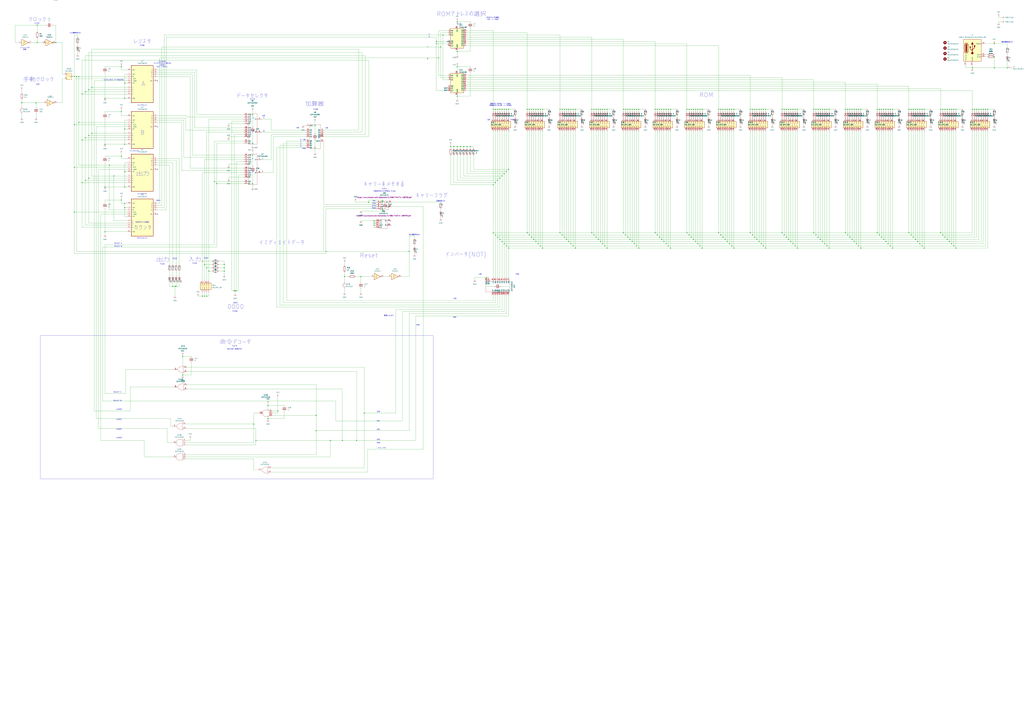
<source format=kicad_sch>
(kicad_sch (version 20231120) (generator "eeschema") (generator_version "8.0")
  (paper "A0")
  (junction (at 237.49 344.17))
  (junction (at 844.55 280.67))
  (junction (at 140.97 232.41))
  (junction (at 1057.91 273.05))
  (junction (at 106.68 101.6))
  (junction (at 760.73 127))
  (junction (at 952.5 127))
  (junction (at 121.92 269.24))
  (junction (at 434.34 259.08))
  (junction (at 1031.24 127))
  (junction (at 1092.2 127))
  (junction (at 530.86 111.76))
  (junction (at 842.01 278.13))
  (junction (at 575.31 212.09))
  (junction (at 1104.9 127))
  (junction (at 944.88 127))
  (junction (at 1131.57 127))
  (junction (at 1097.28 127))
  (junction (at 1062.99 127))
  (junction (at 1023.62 127))
  (junction (at 397.51 511.81))
  (junction (at 534.67 170.18))
  (junction (at 144.78 199.39))
  (junction (at 815.34 127))
  (junction (at 812.8 285.75))
  (junction (at 367.03 500.38))
  (junction (at 949.96 127))
  (junction (at 984.25 127))
  (junction (at 775.97 127))
  (junction (at 1139.19 127))
  (junction (at 582.93 127))
  (junction (at 322.58 477.52))
  (junction (at 293.37 166.37))
  (junction (at 617.22 127))
  (junction (at 1136.65 127))
  (junction (at 991.87 280.67))
  (junction (at 1028.7 280.67))
  (junction (at 622.3 280.67))
  (junction (at 952.5 278.13))
  (junction (at 260.35 307.34))
  (junction (at 200.66 332.74))
  (junction (at 1099.82 127))
  (junction (at 723.9 270.51))
  (junction (at 1023.62 275.59))
  (junction (at 689.61 273.05))
  (junction (at 64.77 49.53))
  (junction (at 1021.08 127))
  (junction (at 876.3 275.59))
  (junction (at 530.86 25.4))
  (junction (at 883.92 283.21))
  (junction (at 378.46 292.1))
  (junction (at 274.32 337.82))
  (junction (at 836.93 127))
  (junction (at 739.14 285.75))
  (junction (at 944.88 270.51))
  (junction (at 1060.45 127))
  (junction (at 434.34 256.54))
  (junction (at 955.04 127))
  (junction (at 629.92 127))
  (junction (at 271.78 337.82))
  (junction (at 99.06 209.55))
  (junction (at 844.55 127))
  (junction (at 697.23 127))
  (junction (at 577.85 127))
  (junction (at 1102.36 280.67))
  (junction (at 577.85 275.59))
  (junction (at 140.97 129.54))
  (junction (at 836.93 273.05))
  (junction (at 852.17 127))
  (junction (at 419.1 321.31))
  (junction (at 572.77 214.63))
  (junction (at 949.96 275.59))
  (junction (at 144.78 96.52))
  (junction (at 960.12 127))
  (junction (at 212.09 414.02))
  (junction (at 878.84 278.13))
  (junction (at 871.22 270.51))
  (junction (at 986.79 275.59))
  (junction (at 617.22 275.59))
  (junction (at 297.18 511.81))
  (junction (at 1057.91 127))
  (junction (at 1169.67 78.74))
  (junction (at 802.64 275.59))
  (junction (at 834.39 270.51))
  (junction (at 807.72 127))
  (junction (at 132.08 204.47))
  (junction (at 962.66 288.29))
  (junction (at 242.57 314.96))
  (junction (at 763.27 273.05))
  (junction (at 144.78 149.86))
  (junction (at 991.87 127))
  (junction (at 1154.43 78.74))
  (junction (at 260.35 311.15))
  (junction (at 652.78 273.05))
  (junction (at 1141.73 127))
  (junction (at 293.37 213.36))
  (junction (at 365.76 146.05))
  (junction (at 915.67 127))
  (junction (at 723.9 127))
  (junction (at 383.54 511.81))
  (junction (at 1094.74 127))
  (junction (at 704.85 288.29))
  (junction (at 697.23 280.67))
  (junction (at 95.25 109.22))
  (junction (at 582.93 204.47))
  (junction (at 847.09 283.21))
  (junction (at 580.39 127))
  (junction (at 619.76 127))
  (junction (at 86.36 144.78))
  (junction (at 665.48 127))
  (junction (at 999.49 127))
  (junction (at 311.15 486.41))
  (junction (at 572.77 270.51))
  (junction (at 1107.44 285.75))
  (junction (at 203.2 332.74))
  (junction (at 121.92 217.17))
  (junction (at 248.92 210.82))
  (junction (at 91.44 88.9))
  (junction (at 1070.61 285.75))
  (junction (at 64.77 -8.89))
  (junction (at 989.33 278.13))
  (junction (at 365.76 171.45))
  (junction (at 778.51 127))
  (junction (at 588.01 285.75))
  (junction (at 1031.24 283.21))
  (junction (at 805.18 278.13))
  (junction (at 876.3 127))
  (junction (at 474.98 292.1))
  (junction (at 736.6 283.21))
  (junction (at 881.38 280.67))
  (junction (at 1068.07 127))
  (junction (at 908.05 270.51))
  (junction (at 144.78 167.64))
  (junction (at 657.86 278.13))
  (junction (at 736.6 127))
  (junction (at 694.69 278.13))
  (junction (at 1102.36 127))
  (junction (at 770.89 280.67))
  (junction (at 889 127))
  (junction (at 687.07 270.51))
  (junction (at 1065.53 127))
  (junction (at 542.29 170.18))
  (junction (at 95.25 162.56))
  (junction (at 140.97 77.47))
  (junction (at 41.91 119.38))
  (junction (at 91.44 142.24))
  (junction (at 768.35 278.13))
  (junction (at 702.31 127))
  (junction (at 849.63 285.75))
  (junction (at 741.68 127))
  (junction (at 986.79 127))
  (junction (at 588.01 199.39))
  (junction (at 692.15 275.59))
  (junction (at 102.87 157.48))
  (junction (at 144.78 217.17))
  (junction (at 765.81 275.59))
  (junction (at 925.83 127))
  (junction (at 797.56 270.51))
  (junction (at 1068.07 283.21))
  (junction (at 660.4 280.67))
  (junction (at 1129.03 78.74))
  (junction (at 627.38 127))
  (junction (at 1036.32 288.29))
  (junction (at 778.51 288.29))
  (junction (at 770.89 127))
  (junction (at 662.94 283.21))
  (junction (at 913.13 127))
  (junction (at 731.52 127))
  (junction (at 434.34 261.62))
  (junction (at 763.27 127))
  (junction (at 590.55 127))
  (junction (at 660.4 127))
  (junction (at 925.83 288.29))
  (junction (at 1094.74 273.05))
  (junction (at 805.18 127))
  (junction (at 834.39 127))
  (junction (at 839.47 127))
  (junction (at 1060.45 275.59))
  (junction (at 88.9 88.9))
  (junction (at 1154.43 50.8))
  (junction (at 1099.82 278.13))
  (junction (at 624.84 283.21))
  (junction (at 234.95 344.17))
  (junction (at 1129.03 127))
  (junction (at 590.55 196.85))
  (junction (at 240.03 344.17))
  (junction (at 612.14 127))
  (junction (at 234.95 303.53))
  (junction (at 994.41 127))
  (junction (at 694.69 127))
  (junction (at 812.8 127))
  (junction (at 1055.37 270.51))
  (junction (at 612.14 270.51))
  (junction (at 739.14 127))
  (junction (at 852.17 288.29))
  (junction (at 99.06 160.02))
  (junction (at 627.38 285.75))
  (junction (at 699.77 283.21))
  (junction (at 1109.98 288.29))
  (junction (at 668.02 288.29))
  (junction (at 760.73 270.51))
  (junction (at 294.64 492.76))
  (junction (at 400.05 321.31))
  (junction (at 873.76 127))
  (junction (at 95.25 212.09))
  (junction (at 572.77 127))
  (junction (at 989.33 127))
  (junction (at 881.38 127))
  (junction (at 1097.28 275.59))
  (junction (at 652.78 127))
  (junction (at 650.24 270.51))
  (junction (at 873.76 273.05))
  (junction (at 800.1 273.05))
  (junction (at 86.36 246.38))
  (junction (at 962.66 127))
  (junction (at 1070.61 127))
  (junction (at 1092.2 270.51))
  (junction (at 768.35 127))
  (junction (at 414.02 511.81))
  (junction (at 734.06 280.67))
  (junction (at 947.42 273.05))
  (junction (at 773.43 283.21))
  (junction (at 775.97 285.75))
  (junction (at 687.07 127))
  (junction (at 689.61 127))
  (junction (at 657.86 127))
  (junction (at 514.35 40.64))
  (junction (at 1033.78 285.75))
  (junction (at 619.76 278.13))
  (junction (at 910.59 127))
  (junction (at 127 191.77))
  (junction (at 99.06 106.68))
  (junction (at 815.34 288.29))
  (junction (at 311.15 471.17))
  (junction (at 1073.15 127))
  (junction (at 293.37 133.35))
  (junction (at 984.25 273.05))
  (junction (at 511.81 54.61))
  (junction (at 1021.08 273.05))
  (junction (at 802.64 127))
  (junction (at 622.3 127))
  (junction (at 702.31 285.75))
  (junction (at 1065.53 280.67))
  (junction (at 655.32 275.59))
  (junction (at 886.46 127))
  (junction (at 575.31 127))
  (junction (at 1018.54 270.51))
  (junction (at 960.12 285.75))
  (junction (at 427.99 234.95))
  (junction (at 996.95 285.75))
  (junction (at 1146.81 127))
  (junction (at 839.47 275.59))
  (junction (at 920.75 127))
  (junction (at 575.31 273.05))
  (junction (at 538.48 170.18))
  (junction (at 810.26 283.21))
  (junction (at 692.15 127))
  (junction (at 204.47 332.74))
  (junction (at 849.63 127))
  (junction (at 947.42 127))
  (junction (at 240.03 311.15))
  (junction (at 765.81 127))
  (junction (at 444.5 233.68))
  (junction (at 144.78 236.22))
  (junction (at 102.87 104.14))
  (junction (at 650.24 127))
  (junction (at 797.56 127))
  (junction (at 810.26 127))
  (junction (at 106.68 154.94))
  (junction (at 704.85 127))
  (junction (at 871.22 127))
  (junction (at 886.46 285.75))
  (junction (at 527.05 170.18))
  (junction (at 530.86 170.18))
  (junction (at 807.72 280.67))
  (junction (at 251.46 213.36))
  (junction (at 1154.43 66.04))
  (junction (at 140.97 181.61))
  (junction (at 889 288.29))
  (junction (at 577.85 209.55))
  (junction (at 260.35 314.96))
  (junction (at 523.24 170.18))
  (junction (at 25.4 119.38))
  (junction (at 614.68 273.05))
  (junction (at 994.41 283.21))
  (junction (at 1026.16 278.13))
  (junction (at 509.27 67.31))
  (junction (at 212.09 435.61))
  (junction (at 883.92 127))
  (junction (at 444.5 243.84))
  (junction (at 1026.16 127))
  (junction (at 1028.7 127))
  (junction (at 923.29 285.75))
  (junction (at 999.49 288.29))
  (junction (at 842.01 127))
  (junction (at 918.21 280.67))
  (junction (at 1107.44 127))
  (junction (at 580.39 207.01))
  (junction (at 726.44 127))
  (junction (at 367.03 482.6))
  (junction (at 955.04 280.67))
  (junction (at 565.15 322.58))
  (junction (at 585.47 127))
  (junction (at 1073.15 288.29))
  (junction (at 878.84 127))
  (junction (at 1104.9 283.21))
  (junction (at 981.71 127))
  (junction (at 144.78 241.3))
  (junction (at 915.67 278.13))
  (junction (at 585.47 201.93))
  (junction (at 731.52 278.13))
  (junction (at 734.06 127))
  (junction (at 957.58 283.21))
  (junction (at 273.05 337.82))
  (junction (at 662.94 127))
  (junction (at 86.36 88.9))
  (junction (at 293.37 180.34))
  (junction (at 614.68 127))
  (junction (at 741.68 288.29))
  (junction (at 957.58 127))
  (junction (at 923.29 127))
  (junction (at 699.77 127))
  (junction (at 43.18 49.53))
  (junction (at 1055.37 127))
  (junction (at 590.55 288.29))
  (junction (at 144.78 114.3))
  (junction (at 1062.99 278.13))
  (junction (at 726.44 273.05))
  (junction (at 996.95 127))
  (junction (at 847.09 127))
  (junction (at 655.32 127))
  (junction (at 530.86 59.69))
  (junction (at 580.39 278.13))
  (junction (at 588.01 127))
  (junction (at 1033.78 127))
  (junction (at 728.98 127))
  (junction (at 908.05 127))
  (junction (at 918.21 127))
  (junction (at 1018.54 127))
  (junction (at 64.77 -38.1))
  (junction (at 629.92 288.29))
  (junction (at 1109.98 127))
  (junction (at 422.91 480.06))
  (junction (at 1134.11 127))
  (junction (at 981.71 270.51))
  (junction (at 121.92 167.64))
  (junction (at 624.84 127))
  (junction (at 237.49 307.34))
  (junction (at 546.1 170.18))
  (junction (at 920.75 283.21))
  (junction (at 43.18 29.21))
  (junction (at 668.02 127))
  (junction (at 585.47 283.21))
  (junction (at 582.93 280.67))
  (junction (at 910.59 273.05))
  (junction (at 728.98 275.59))
  (junction (at 530.86 77.47))
  (junction (at 1144.27 127))
  (junction (at 121.92 114.3))
  (junction (at 506.73 50.8))
  (junction (at 773.43 127))
  (junction (at 1036.32 127))
  (junction (at 86.36 194.31))
  (junction (at 913.13 275.59))
  (junction (at 665.48 285.75))
  (junction (at 102.87 207.01))
  (junction (at 506.73 48.26))
  (junction (at 800.1 127))
  (no_connect (at 453.39 261.62))
  (no_connect (at 182.88 93.98))
  (no_connect (at 182.88 248.92))
  (no_connect (at 453.39 256.54))
  (no_connect (at 182.88 147.32))
  (no_connect (at 182.88 196.85))
  (wire (pts (xy 530.86 170.18) (xy 530.86 172.72)))
  (wire (pts (xy 662.94 283.21) (xy 624.84 283.21)))
  (wire (pts (xy 119.38 287.02) (xy 251.46 287.02)))
  (wire (pts (xy 662.94 129.54) (xy 662.94 127)))
  (wire (pts (xy 883.92 127) (xy 886.46 127)))
  (wire (pts (xy 624.84 129.54) (xy 624.84 127)))
  (wire (pts (xy 881.38 127) (xy 881.38 129.54)))
  (wire (pts (xy 665.48 129.54) (xy 665.48 127)))
  (wire (pts (xy 196.85 191.77) (xy 196.85 307.34)))
  (wire (pts (xy 962.66 288.29) (xy 925.83 288.29)))
  (wire (pts (xy 317.5 200.66) (xy 317.5 158.75)))
  (wire (pts (xy 215.9 497.84) (xy 297.18 497.84)))
  (wire (pts (xy 588.01 152.4) (xy 588.01 199.39)))
  (wire (pts (xy 228.6 133.35) (xy 283.21 133.35)))
  (wire (pts (xy 445.77 321.31) (xy 450.85 321.31)))
  (wire (pts (xy 1099.82 129.54) (xy 1099.82 127)))
  (wire (pts (xy 765.81 275.59) (xy 728.98 275.59)))
  (wire (pts (xy 546.1 59.69) (xy 530.86 59.69)))
  (wire (pts (xy 412.75 234.95) (xy 412.75 233.68)))
  (wire (pts (xy 1129.03 80.01) (xy 1129.03 78.74)))
  (wire (pts (xy 389.89 466.09) (xy 389.89 488.95)))
  (wire (pts (xy 802.64 127) (xy 805.18 127)))
  (wire (pts (xy 332.74 349.25) (xy 572.77 349.25)))
  (wire (pts (xy 414.02 431.8) (xy 414.02 511.81)))
  (wire (pts (xy 994.41 127) (xy 996.95 127)))
  (wire (pts (xy 541.02 100.33) (xy 1055.37 100.33)))
  (wire (pts (xy 741.68 152.4) (xy 741.68 288.29)))
  (wire (pts (xy 419.1 335.28) (xy 419.1 340.36)))
  (wire (pts (xy 1023.62 275.59) (xy 986.79 275.59)))
  (wire (pts (xy 981.71 127) (xy 984.25 127)))
  (wire (pts (xy 925.83 127) (xy 923.29 127)))
  (wire (pts (xy 1070.61 152.4) (xy 1070.61 285.75)))
  (wire (pts (xy 121.92 269.24) (xy 147.32 269.24)))
  (wire (pts (xy 36.83 49.53) (xy 43.18 49.53)))
  (wire (pts (xy 444.5 234.95) (xy 447.04 234.95)))
  (wire (pts (xy 283.21 158.75) (xy 265.43 158.75)))
  (wire (pts (xy 375.92 292.1) (xy 88.9 292.1)))
  (wire (pts (xy 509.27 35.56) (xy 520.7 35.56)))
  (wire (pts (xy 991.87 127) (xy 991.87 129.54)))
  (wire (pts (xy 95.25 162.56) (xy 147.32 162.56)))
  (wire (pts (xy 330.2 486.41) (xy 330.2 478.79)))
  (wire (pts (xy 509.27 35.56) (xy 509.27 67.31)))
  (wire (pts (xy 760.73 127) (xy 763.27 127)))
  (wire (pts (xy 871.22 127) (xy 873.76 127)))
  (wire (pts (xy 144.78 236.22) (xy 144.78 241.3)))
  (wire (pts (xy 534.67 170.18) (xy 534.67 172.72)))
  (wire (pts (xy 121.92 284.48) (xy 248.92 284.48)))
  (wire (pts (xy 121.92 129.54) (xy 121.92 130.81)))
  (wire (pts (xy 847.09 127) (xy 849.63 127)))
  (wire (pts (xy 1065.53 280.67) (xy 1028.7 280.67)))
  (wire (pts (xy 1146.81 129.54) (xy 1146.81 127)))
  (wire (pts (xy 222.25 421.64) (xy 222.25 435.61)))
  (wire (pts (xy 588.01 285.75) (xy 627.38 285.75)))
  (wire (pts (xy 712.47 134.62) (xy 712.47 135.89)))
  (wire (pts (xy 760.73 270.51) (xy 723.9 270.51)))
  (wire (pts (xy 1026.16 127) (xy 1026.16 129.54)))
  (wire (pts (xy 459.74 359.41) (xy 582.93 359.41)))
  (wire (pts (xy 106.68 154.94) (xy 106.68 204.47)))
  (wire (pts (xy 910.59 152.4) (xy 910.59 273.05)))
  (wire (pts (xy 140.97 129.54) (xy 140.97 134.62)))
  (wire (pts (xy 873.76 127) (xy 873.76 129.54)))
  (wire (pts (xy 167.64 530.86) (xy 200.66 530.86)))
  (wire (pts (xy 240.03 311.15) (xy 240.03 325.12)))
  (wire (pts (xy 810.26 127) (xy 810.26 129.54)))
  (wire (pts (xy 102.87 207.01) (xy 147.32 207.01)))
  (wire (pts (xy 293.37 176.53) (xy 293.37 180.34)))
  (wire (pts (xy 182.88 236.22) (xy 185.42 236.22)))
  (wire (pts (xy 991.87 127) (xy 994.41 127)))
  (wire (pts (xy 842.01 127) (xy 842.01 129.54)))
  (wire (pts (xy 435.61 264.16) (xy 434.34 264.16)))
  (wire (pts (xy 797.56 152.4) (xy 797.56 270.51)))
  (wire (pts (xy 276.86 203.2) (xy 283.21 203.2)))
  (wire (pts (xy 140.97 76.2) (xy 140.97 77.47)))
  (wire (pts (xy 541.02 50.8) (xy 797.56 50.8)))
  (wire (pts (xy 204.47 327.66) (xy 204.47 332.74)))
  (wire (pts (xy 541.02 92.71) (xy 944.88 92.71)))
  (wire (pts (xy 509.27 87.63) (xy 520.7 87.63)))
  (wire (pts (xy 1065.53 127) (xy 1062.99 127)))
  (wire (pts (xy 212.09 431.8) (xy 212.09 435.61)))
  (wire (pts (xy 1033.78 152.4) (xy 1033.78 285.75)))
  (wire (pts (xy 986.79 275.59) (xy 949.96 275.59)))
  (wire (pts (xy 1136.65 152.4) (xy 1136.65 278.13)))
  (wire (pts (xy 944.88 270.51) (xy 908.05 270.51)))
  (wire (pts (xy 913.13 152.4) (xy 913.13 275.59)))
  (wire (pts (xy 960.12 127) (xy 962.66 127)))
  (wire (pts (xy 530.86 76.2) (xy 530.86 77.47)))
  (wire (pts (xy 121.92 457.2) (xy 146.05 457.2)))
  (wire (pts (xy 944.88 127) (xy 947.42 127)))
  (wire (pts (xy 196.85 332.74) (xy 200.66 332.74)))
  (wire (pts (xy 114.3 196.85) (xy 147.32 196.85)))
  (wire (pts (xy 1169.67 71.12) (xy 1169.67 78.74)))
  (wire (pts (xy 839.47 127) (xy 842.01 127)))
  (wire (pts (xy 657.86 152.4) (xy 657.86 278.13)))
  (wire (pts (xy 915.67 278.13) (xy 878.84 278.13)))
  (wire (pts (xy 836.93 273.05) (xy 800.1 273.05)))
  (wire (pts (xy 182.88 189.23) (xy 200.66 189.23)))
  (wire (pts (xy 1141.73 129.54) (xy 1141.73 127)))
  (wire (pts (xy 237.49 185.42) (xy 283.21 185.42)))
  (wire (pts (xy 1169.67 50.8) (xy 1169.67 54.61)))
  (wire (pts (xy 588.01 285.75) (xy 588.01 322.58)))
  (wire (pts (xy 297.18 497.84) (xy 297.18 511.81)))
  (wire (pts (xy 812.8 127) (xy 815.34 127)))
  (wire (pts (xy 612.14 270.51) (xy 572.77 270.51)))
  (wire (pts (xy 896.62 134.62) (xy 896.62 135.89)))
  (wire (pts (xy 629.92 127) (xy 627.38 127)))
  (wire (pts (xy 109.22 93.98) (xy 109.22 477.52)))
  (wire (pts (xy 908.05 127) (xy 908.05 90.17)))
  (wire (pts (xy 585.47 361.95) (xy 585.47 342.9)))
  (wire (pts (xy 580.39 127) (xy 582.93 127)))
  (wire (pts (xy 234.95 340.36) (xy 234.95 344.17)))
  (wire (pts (xy 1036.32 127) (xy 1043.94 127)))
  (wire (pts (xy 121.92 189.23) (xy 121.92 217.17)))
  (wire (pts (xy 86.36 144.78) (xy 86.36 194.31)))
  (wire (pts (xy 689.61 127) (xy 692.15 127)))
  (wire (pts (xy 786.13 134.62) (xy 786.13 135.89)))
  (wire (pts (xy 960.12 127) (xy 960.12 129.54)))
  (wire (pts (xy 986.79 127) (xy 986.79 129.54)))
  (wire (pts (xy 960.12 285.75) (xy 923.29 285.75)))
  (wire (pts (xy 1092.2 127) (xy 1094.74 127)))
  (wire (pts (xy 220.98 511.81) (xy 220.98 509.27)))
  (wire (pts (xy 736.6 127) (xy 736.6 129.54)))
  (wire (pts (xy 523.24 170.18) (xy 527.05 170.18)))
  (wire (pts (xy 215.9 514.35) (xy 294.64 514.35)))
  (wire (pts (xy 72.39 49.53) (xy 72.39 86.36)))
  (wire (pts (xy 121.92 217.17) (xy 144.78 217.17)))
  (wire (pts (xy 590.55 127) (xy 590.55 129.54)))
  (wire (pts (xy 918.21 127) (xy 918.21 129.54)))
  (wire (pts (xy 86.36 -38.1) (xy 86.36 -26.67)))
  (wire (pts (xy 511.81 251.46) (xy 511.81 254)))
  (wire (pts (xy 1099.82 152.4) (xy 1099.82 278.13)))
  (wire (pts (xy 1062.99 129.54) (xy 1062.99 127)))
  (wire (pts (xy 619.76 152.4) (xy 619.76 278.13)))
  (wire (pts (xy 99.06 106.68) (xy 99.06 160.02)))
  (wire (pts (xy 873.76 273.05) (xy 836.93 273.05)))
  (wire (pts (xy 127 191.77) (xy 147.32 191.77)))
  (wire (pts (xy 375.92 156.21) (xy 424.18 156.21)))
  (wire (pts (xy 182.88 241.3) (xy 190.5 241.3)))
  (wire (pts (xy 585.47 201.93) (xy 585.47 283.21)))
  (wire (pts (xy 689.61 273.05) (xy 652.78 273.05)))
  (wire (pts (xy 805.18 278.13) (xy 768.35 278.13)))
  (wire (pts (xy 251.46 213.36) (xy 283.21 213.36)))
  (wire (pts (xy 580.39 278.13) (xy 580.39 322.58)))
  (wire (pts (xy 878.84 278.13) (xy 842.01 278.13)))
  (wire (pts (xy 106.68 101.6) (xy 147.32 101.6)))
  (wire (pts (xy 242.57 314.96) (xy 246.38 314.96)))
  (wire (pts (xy 920.75 129.54) (xy 920.75 127)))
  (wire (pts (xy 582.93 204.47) (xy 582.93 280.67)))
  (wire (pts (xy 271.78 337.82) (xy 273.05 337.82)))
  (wire (pts (xy 984.25 127) (xy 984.25 129.54)))
  (wire (pts (xy 200.66 495.3) (xy 198.12 495.3)))
  (wire (pts (xy 414.02 511.81) (xy 482.6 511.81)))
  (wire (pts (xy 650.24 152.4) (xy 650.24 270.51)))
  (wire (pts (xy 427.99 158.75) (xy 375.92 158.75)))
  (wire (pts (xy 427.99 234.95) (xy 412.75 234.95)))
  (wire (pts (xy 420.37 60.96) (xy 420.37 153.67)))
  (wire (pts (xy 482.6 367.03) (xy 482.6 511.81)))
  (wire (pts (xy 612.14 38.1) (xy 612.14 127)))
  (wire (pts (xy 1104.9 152.4) (xy 1104.9 283.21)))
  (wire (pts (xy 575.31 212.09) (xy 575.31 273.05)))
  (wire (pts (xy 254 311.15) (xy 260.35 311.15)))
  (wire (pts (xy 1109.98 288.29) (xy 1073.15 288.29)))
  (wire (pts (xy 878.84 152.4) (xy 878.84 278.13)))
  (wire (pts (xy 1146.81 127) (xy 1144.27 127)))
  (wire (pts (xy 731.52 152.4) (xy 731.52 278.13)))
  (wire (pts (xy 217.17 135.89) (xy 217.17 134.62)))
  (wire (pts (xy 111.76 147.32) (xy 147.32 147.32)))
  (wire (pts (xy 527.05 170.18) (xy 527.05 172.72)))
  (wire (pts (xy 1068.07 127) (xy 1065.53 127)))
  (wire (pts (xy 588.01 342.9) (xy 588.01 364.49)))
  (wire (pts (xy 617.22 152.4) (xy 617.22 275.59)))
  (wire (pts (xy 947.42 127) (xy 949.96 127)))
  (wire (pts (xy 254 307.34) (xy 260.35 307.34)))
  (wire (pts (xy 422.91 426.72) (xy 217.17 426.72)))
  (wire (pts (xy 883.92 152.4) (xy 883.92 283.21)))
  (wire (pts (xy 981.71 127) (xy 981.71 129.54)))
  (wire (pts (xy 293.37 133.35) (xy 293.37 147.32)))
  (wire (pts (xy 947.42 152.4) (xy 947.42 273.05)))
  (wire (pts (xy 212.09 412.75) (xy 212.09 414.02)))
  (wire (pts (xy 187.96 54.61) (xy 511.81 54.61)))
  (wire (pts (xy 530.86 111.76) (xy 530.86 110.49)))
  (wire (pts (xy 624.84 127) (xy 622.3 127)))
  (wire (pts (xy 739.14 127) (xy 739.14 129.54)))
  (wire (pts (xy 434.34 264.16) (xy 434.34 261.62)))
  (wire (pts (xy 955.04 280.67) (xy 918.21 280.67)))
  (wire (pts (xy 957.58 127) (xy 960.12 127)))
  (wire (pts (xy 182.88 142.24) (xy 210.82 142.24)))
  (wire (pts (xy 144.78 236.22) (xy 147.32 236.22)))
  (wire (pts (xy 375.92 240.03) (xy 375.92 292.1)))
  (wire (pts (xy 797.56 270.51) (xy 760.73 270.51)))
  (wire (pts (xy 847.09 127) (xy 847.09 129.54)))
  (wire (pts (xy 994.41 152.4) (xy 994.41 283.21)))
  (wire (pts (xy 588.01 127) (xy 588.01 129.54)))
  (wire (pts (xy 580.39 207.01) (xy 580.39 278.13)))
  (wire (pts (xy 582.93 127) (xy 582.93 129.54)))
  (wire (pts (xy 212.09 414.02) (xy 212.09 426.72)))
  (wire (pts (xy 43.18 44.45) (xy 43.18 49.53)))
  (wire (pts (xy 842.01 152.4) (xy 842.01 278.13)))
  (wire (pts (xy 293.37 180.34) (xy 293.37 193.04)))
  (wire (pts (xy 86.36 194.31) (xy 86.36 246.38)))
  (wire (pts (xy 873.76 152.4) (xy 873.76 273.05)))
  (wire (pts (xy 1107.44 127) (xy 1104.9 127)))
  (wire (pts (xy 731.52 127) (xy 731.52 129.54)))
  (wire (pts (xy 151.13 477.52) (xy 151.13 449.58)))
  (wire (pts (xy 542.29 180.34) (xy 542.29 201.93)))
  (wire (pts (xy 203.2 332.74) (xy 203.2 344.17)))
  (wire (pts (xy 933.45 134.62) (xy 933.45 135.89)))
  (wire (pts (xy 491.49 240.03) (xy 491.49 521.97)))
  (wire (pts (xy 944.88 127) (xy 944.88 129.54)))
  (wire (pts (xy 1159.51 25.4) (xy 1159.51 26.67)))
  (wire (pts (xy 167.64 511.81) (xy 167.64 530.86)))
  (wire (pts (xy 294.64 546.1) (xy 294.64 533.4)))
  (wire (pts (xy 311.15 471.17) (xy 330.2 471.17)))
  (wire (pts (xy 807.72 280.67) (xy 770.89 280.67)))
  (wire (pts (xy 952.5 152.4) (xy 952.5 278.13)))
  (wire (pts (xy 933.45 143.51) (xy 933.45 146.05)))
  (wire (pts (xy 1028.7 280.67) (xy 991.87 280.67)))
  (wire (pts (xy 121.92 167.64) (xy 144.78 167.64)))
  (wire (pts (xy 99.06 209.55) (xy 147.32 209.55)))
  (wire (pts (xy 316.23 477.52) (xy 322.58 477.52)))
  (wire (pts (xy 728.98 127) (xy 731.52 127)))
  (wire (pts (xy 367.03 482.6) (xy 316.23 482.6)))
  (wire (pts (xy 511.81 54.61) (xy 511.81 90.17)))
  (wire (pts (xy 434.34 259.08) (xy 434.34 261.62)))
  (wire (pts (xy 1055.37 152.4) (xy 1055.37 270.51)))
  (wire (pts (xy 572.77 35.56) (xy 572.77 127)))
  (wire (pts (xy 444.5 242.57) (xy 444.5 243.84)))
  (wire (pts (xy 1065.53 129.54) (xy 1065.53 127)))
  (wire (pts (xy 775.97 152.4) (xy 775.97 285.75)))
  (wire (pts (xy 852.17 127) (xy 859.79 127)))
  (wire (pts (xy 839.47 127) (xy 839.47 129.54)))
  (wire (pts (xy 918.21 152.4) (xy 918.21 280.67)))
  (wire (pts (xy 1018.54 270.51) (xy 981.71 270.51)))
  (wire (pts (xy 1023.62 127) (xy 1023.62 129.54)))
  (wire (pts (xy 668.02 127) (xy 665.48 127)))
  (wire (pts (xy 852.17 288.29) (xy 815.34 288.29)))
  (wire (pts (xy 665.48 127) (xy 662.94 127)))
  (wire (pts (xy 652.78 152.4) (xy 652.78 273.05)))
  (wire (pts (xy 74.93 91.44) (xy 72.39 91.44)))
  (wire (pts (xy 365.76 146.05) (xy 365.76 154.94)))
  (wire (pts (xy 1134.11 152.4) (xy 1134.11 275.59)))
  (wire (pts (xy 41.91 132.08) (xy 41.91 137.16)))
  (wire (pts (xy 1036.32 152.4) (xy 1036.32 288.29)))
  (wire (pts (xy 38.1 -8.89) (xy 39.37 -8.89)))
  (wire (pts (xy 1097.28 129.54) (xy 1097.28 127)))
  (wire (pts (xy 886.46 152.4) (xy 886.46 285.75)))
  (wire (pts (xy 650.24 127) (xy 650.24 129.54)))
  (wire (pts (xy 844.55 127) (xy 844.55 129.54)))
  (wire (pts (xy 878.84 127) (xy 881.38 127)))
  (wire (pts (xy 132.08 256.54) (xy 147.32 256.54)))
  (wire (pts (xy 989.33 127) (xy 991.87 127)))
  (wire (pts (xy 109.22 93.98) (xy 147.32 93.98)))
  (wire (pts (xy 815.34 288.29) (xy 778.51 288.29)))
  (wire (pts (xy 91.44 88.9) (xy 91.44 142.24)))
  (wire (pts (xy 957.58 283.21) (xy 920.75 283.21)))
  (wire (pts (xy 43.18 29.21) (xy 17.78 29.21)))
  (wire (pts (xy 805.18 127) (xy 805.18 129.54)))
  (wire (pts (xy 541.02 48.26) (xy 760.73 48.26)))
  (wire (pts (xy 99.06 64.77) (xy 99.06 106.68)))
  (wire (pts (xy 240.03 153.67) (xy 240.03 311.15)))
  (wire (pts (xy 925.83 152.4) (xy 925.83 288.29)))
  (wire (pts (xy 741.68 288.29) (xy 704.85 288.29)))
  (wire (pts (xy 834.39 53.34) (xy 834.39 127)))
  (wire (pts (xy 692.15 127) (xy 694.69 127)))
  (wire (pts (xy 506.73 48.26) (xy 506.73 50.8)))
  (wire (pts (xy 836.93 127) (xy 836.93 129.54)))
  (wire (pts (xy 910.59 273.05) (xy 873.76 273.05)))
  (wire (pts (xy 523.24 180.34) (xy 523.24 214.63)))
  (wire (pts (xy 1129.03 78.74) (xy 1121.41 78.74)))
  (wire (pts (xy 223.52 180.34) (xy 283.21 180.34)))
  (wire (pts (xy 85.09 88.9) (xy 86.36 88.9)))
  (wire (pts (xy 650.24 40.64) (xy 650.24 127)))
  (wire (pts (xy 144.78 251.46) (xy 147.32 251.46)))
  (wire (pts (xy 590.55 288.29) (xy 590.55 322.58)))
  (wire (pts (xy 1057.91 273.05) (xy 1021.08 273.05)))
  (wire (pts (xy 970.28 134.62) (xy 970.28 135.89)))
  (wire (pts (xy 210.82 142.24) (xy 210.82 198.12)))
  (wire (pts (xy 622.3 129.54) (xy 622.3 127)))
  (wire (pts (xy 1070.61 127) (xy 1068.07 127)))
  (wire (pts (xy 88.9 88.9) (xy 91.44 88.9)))
  (wire (pts (xy 765.81 127) (xy 765.81 129.54)))
  (wire (pts (xy 434.34 256.54) (xy 434.34 259.08)))
  (wire (pts (xy 459.74 359.41) (xy 459.74 480.06)))
  (wire (pts (xy 283.21 205.74) (xy 265.43 205.74)))
  (wire (pts (xy 530.86 77.47) (xy 530.86 82.55)))
  (wire (pts (xy 25.4 119.38) (xy 41.91 119.38)))
  (wire (pts (xy 836.93 127) (xy 839.47 127)))
  (wire (pts (xy 121.92 284.48) (xy 121.92 457.2)))
  (wire (pts (xy 655.32 127) (xy 652.78 127)))
  (wire (pts (xy 254 314.96) (xy 260.35 314.96)))
  (wire (pts (xy 920.75 152.4) (xy 920.75 283.21)))
  (wire (pts (xy 844.55 280.67) (xy 807.72 280.67)))
  (wire (pts (xy 222.25 435.61) (xy 212.09 435.61)))
  (wire (pts (xy 908.05 152.4) (xy 908.05 270.51)))
  (wire (pts (xy 204.47 186.69) (xy 204.47 307.34)))
  (wire (pts (xy 1023.62 152.4) (xy 1023.62 275.59)))
  (wire (pts (xy 1144.27 66.04) (xy 1146.81 66.04)))
  (wire (pts (xy 763.27 127) (xy 765.81 127)))
  (wire (pts (xy 770.89 127) (xy 773.43 127)))
  (wire (pts (xy 1154.43 78.74) (xy 1169.67 78.74)))
  (wire (pts (xy 43.18 36.83) (xy 43.18 29.21)))
  (wire (pts (xy 215.9 528.32) (xy 367.03 528.32)))
  (wire (pts (xy 800.1 127) (xy 800.1 129.54)))
  (wire (pts (xy 839.47 152.4) (xy 839.47 275.59)))
  (wire (pts (xy 121.92 114.3) (xy 144.78 114.3)))
  (wire (pts (xy 1131.57 129.54) (xy 1131.57 127)))
  (wire (pts (xy 215.9 492.76) (xy 294.64 492.76)))
  (wire (pts (xy 996.95 152.4) (xy 996.95 285.75)))
  (wire (pts (xy 140.97 127) (xy 140.97 129.54)))
  (wire (pts (xy 665.48 152.4) (xy 665.48 285.75)))
  (wire (pts (xy 657.86 129.54) (xy 657.86 127)))
  (wire (pts (xy 444.5 243.84) (xy 444.5 245.11)))
  (wire (pts (xy 697.23 127) (xy 697.23 129.54)))
  (wire (pts (xy 1163.32 25.4) (xy 1159.51 25.4)))
  (wire (pts (xy 527.05 180.34) (xy 527.05 212.09)))
  (wire (pts (xy 775.97 127) (xy 778.51 127)))
  (wire (pts (xy 577.85 127) (xy 580.39 127)))
  (wire (pts (xy 984.25 127) (xy 986.79 127)))
  (wire (pts (xy 140.97 181.61) (xy 140.97 184.15)))
  (wire (pts (xy 121.92 273.05) (xy 121.92 269.24)))
  (wire (pts (xy 64.77 -38.1) (xy 64.77 -35.56)))
  (wire (pts (xy 121.92 232.41) (xy 121.92 234.95)))
  (wire (pts (xy 612.14 127) (xy 614.68 127)))
  (wire (pts (xy 889 288.29) (xy 852.17 288.29)))
  (wire (pts (xy 215.9 530.86) (xy 383.54 530.86)))
  (wire (pts (xy 952.5 127) (xy 955.04 127)))
  (wire (pts (xy 400.05 321.31) (xy 405.13 321.31)))
  (wire (pts (xy 64.77 -41.91) (xy 64.77 -38.1)))
  (wire (pts (xy 64.77 -8.89) (xy 64.77 -10.16)))
  (wire (pts (xy 144.78 149.86) (xy 144.78 167.64)))
  (wire (pts (xy 749.3 143.51) (xy 749.3 146.05)))
  (wire (pts (xy 332.74 163.83) (xy 332.74 349.25)))
  (wire (pts (xy 797.56 127) (xy 797.56 129.54)))
  (wire (pts (xy 1146.81 127) (xy 1154.43 127)))
  (wire (pts (xy 254 303.53) (xy 260.35 303.53)))
  (wire (pts (xy 549.91 170.18) (xy 549.91 172.72)))
  (wire (pts (xy 1154.43 134.62) (xy 1154.43 135.89)))
  (wire (pts (xy 697.23 127) (xy 699.77 127)))
  (wire (pts (xy 511.81 242.57) (xy 511.81 243.84)))
  (wire (pts (xy 627.38 129.54) (xy 627.38 127)))
  (wire (pts (xy 981.71 152.4) (xy 981.71 270.51)))
  (wire (pts (xy 147.32 86.36) (xy 144.78 86.36)))
  (wire (pts (xy 812.8 127) (xy 812.8 129.54)))
  (wire (pts (xy 140.97 184.15) (xy 147.32 184.15)))
  (wire (pts (xy 234.95 303.53) (xy 246.38 303.53)))
  (wire (pts (xy 375.92 237.49) (xy 436.88 237.49)))
  (wire (pts (xy 64.77 29.21) (xy 64.77 49.53)))
  (wire (pts (xy 675.64 143.51) (xy 675.64 146.05)))
  (wire (pts (xy 321.31 171.45) (xy 355.6 171.45)))
  (wire (pts (xy 996.95 127) (xy 996.95 129.54)))
  (wire (pts (xy 86.36 88.9) (xy 88.9 88.9)))
  (wire (pts (xy 847.09 283.21) (xy 810.26 283.21)))
  (wire (pts (xy 1026.16 278.13) (xy 989.33 278.13)))
  (wire (pts (xy 859.79 134.62) (xy 859.79 135.89)))
  (wire (pts (xy 619.76 129.54) (xy 619.76 127)))
  (wire (pts (xy 1021.08 273.05) (xy 984.25 273.05)))
  (wire (pts (xy 64.77 -5.08) (xy 64.77 -8.89)))
  (wire (pts (xy 981.71 270.51) (xy 944.88 270.51)))
  (wire (pts (xy 293.37 213.36) (xy 293.37 218.44)))
  (wire (pts (xy 283.21 163.83) (xy 248.92 163.83)))
  (wire (pts (xy 482.6 367.03) (xy 590.55 367.03)))
  (wire (pts (xy 849.63 127) (xy 852.17 127)))
  (wire (pts (xy 86.36 40.64) (xy 90.17 40.64)))
  (wire (pts (xy 1092.2 102.87) (xy 1092.2 127)))
  (wire (pts (xy 736.6 127) (xy 739.14 127)))
  (wire (pts (xy 734.06 152.4) (xy 734.06 280.67)))
  (wire (pts (xy 511.81 38.1) (xy 520.7 38.1)))
  (wire (pts (xy 881.38 127) (xy 883.92 127)))
  (wire (pts (xy 1104.9 129.54) (xy 1104.9 127)))
  (wire (pts (xy 1134.11 129.54) (xy 1134.11 127)))
  (wire (pts (xy 923.29 285.75) (xy 886.46 285.75)))
  (wire (pts (xy 322.58 477.52) (xy 322.58 461.01)))
  (wire (pts (xy 842.01 278.13) (xy 805.18 278.13)))
  (wire (pts (xy 797.56 270.51) (xy 834.39 270.51)))
  (wire (pts (xy 121.92 242.57) (xy 121.92 269.24)))
  (wire (pts (xy 918.21 280.67) (xy 881.38 280.67)))
  (wire (pts (xy 627.38 127) (xy 624.84 127)))
  (wire (pts (xy 116.84 248.92) (xy 147.32 248.92)))
  (wire (pts (xy 834.39 270.51) (xy 871.22 270.51)))
  (wire (pts (xy 800.1 127) (xy 802.64 127)))
  (wire (pts (xy 955.04 127) (xy 957.58 127)))
  (wire (pts (xy 116.84 248.92) (xy 116.84 511.81)))
  (wire (pts (xy 60.96 29.21) (xy 64.77 29.21)))
  (wire (pts (xy 871.22 127) (xy 871.22 129.54)))
  (wire (pts (xy 986.79 152.4) (xy 986.79 275.59)))
  (wire (pts (xy 574.04 332.74) (xy 565.15 332.74)))
  (wire (pts (xy 1062.99 278.13) (xy 1026.16 278.13)))
  (wire (pts (xy 739.14 285.75) (xy 702.31 285.75)))
  (wire (pts (xy 217.17 135.89) (xy 283.21 135.89)))
  (wire (pts (xy 400.05 316.23) (xy 400.05 321.31)))
  (wire (pts (xy 728.98 127) (xy 728.98 129.54)))
  (wire (pts (xy 223.52 86.36) (xy 223.52 180.34)))
  (wire (pts (xy 1057.91 152.4) (xy 1057.91 273.05)))
  (wire (pts (xy 121.92 181.61) (xy 140.97 181.61)))
  (wire (pts (xy 1028.7 152.4) (xy 1028.7 280.67)))
  (wire (pts (xy 999.49 288.29) (xy 962.66 288.29)))
  (wire (pts (xy 622.3 152.4) (xy 622.3 280.67)))
  (wire (pts (xy 419.1 321.31) (xy 430.53 321.31)))
  (wire (pts (xy 1055.37 270.51) (xy 1018.54 270.51)))
  (wire (pts (xy 283.21 190.5) (xy 265.43 190.5)))
  (wire (pts (xy 1109.98 152.4) (xy 1109.98 288.29)))
  (wire (pts (xy 1144.27 63.5) (xy 1146.81 63.5)))
  (wire (pts (xy 436.88 240.03) (xy 375.92 240.03)))
  (wire (pts (xy 1026.16 127) (xy 1028.7 127)))
  (wire (pts (xy 95.25 264.16) (xy 147.32 264.16)))
  (wire (pts (xy 994.41 127) (xy 994.41 129.54)))
  (wire (pts (xy 699.77 283.21) (xy 662.94 283.21)))
  (wire (pts (xy 734.06 127) (xy 736.6 127)))
  (wire (pts (xy 200.66 314.96) (xy 200.66 320.04)))
  (wire (pts (xy 283.21 143.51) (xy 265.43 143.51)))
  (wire (pts (xy 598.17 143.51) (xy 598.17 146.05)))
  (wire (pts (xy 215.9 516.89) (xy 297.18 516.89)))
  (wire (pts (xy 91.44 142.24) (xy 91.44 191.77)))
  (wire (pts (xy 397.51 511.81) (xy 397.51 452.12)))
  (wire (pts (xy 314.96 151.13) (xy 355.6 151.13)))
  (wire (pts (xy 955.04 127) (xy 955.04 129.54)))
  (wire (pts (xy 182.88 81.28) (xy 228.6 81.28)))
  (wire (pts (xy 999.49 127) (xy 999.49 129.54)))
  (wire (pts (xy 146.05 429.26) (xy 146.05 457.2)))
  (wire (pts (xy 1094.74 127) (xy 1097.28 127)))
  (wire (pts (xy 454.66 240.03) (xy 491.49 240.03)))
  (wire (pts (xy 208.28 314.96) (xy 208.28 320.04)))
  (wire (pts (xy 1021.08 152.4) (xy 1021.08 273.05)))
  (wire (pts (xy 1036.32 129.54) (xy 1036.32 127)))
  (wire (pts (xy 1060.45 275.59) (xy 1023.62 275.59)))
  (wire (pts (xy 190.5 241.3) (xy 190.5 40.64)))
  (wire (pts (xy 530.86 59.69) (xy 530.86 58.42)))
  (wire (pts (xy 389.89 488.95) (xy 467.36 488.95)))
  (wire (pts (xy 1057.91 127) (xy 1055.37 127)))
  (wire (pts (xy 810.26 152.4) (xy 810.26 283.21)))
  (wire (pts (xy 1099.82 127) (xy 1097.28 127)))
  (wire (pts (xy 17.78 49.53) (xy 21.59 49.53)))
  (wire (pts (xy 1007.11 134.62) (xy 1007.11 135.89)))
  (wire (pts (xy 692.15 127) (xy 692.15 129.54)))
  (wire (pts (xy 1131.57 127) (xy 1129.03 127)))
  (wire (pts (xy 770.89 280.67) (xy 734.06 280.67)))
  (wire (pts (xy 294.64 492.76) (xy 294.64 514.35)))
  (wire (pts (xy 86.36 246.38) (xy 86.36 294.64)))
  (wire (pts (xy 144.78 139.7) (xy 144.78 149.86)))
  (wire (pts (xy 1073.15 288.29) (xy 1036.32 288.29)))
  (wire (pts (xy 541.02 102.87) (xy 1092.2 102.87)))
  (wire (pts (xy 269.24 140.97) (xy 269.24 337.82)))
  (wire (pts (xy 778.51 127) (xy 778.51 129.54)))
  (wire (pts (xy 237.49 307.34) (xy 246.38 307.34)))
  (wire (pts (xy 575.31 342.9) (xy 575.31 351.79)))
  (wire (pts (xy 923.29 127) (xy 923.29 129.54)))
  (wire (pts (xy 95.25 212.09) (xy 147.32 212.09)))
  (wire (pts (xy 760.73 48.26) (xy 760.73 127)))
  (wire (pts (xy 481.33 293.37) (xy 481.33 295.91)))
  (wire (pts (xy 886.46 127) (xy 886.46 129.54)))
  (wire (pts (xy 328.93 166.37) (xy 355.6 166.37)))
  (wire (pts (xy 760.73 127) (xy 760.73 129.54)))
  (wire (pts (xy 127 191.77) (xy 127 243.84)))
  (wire (pts (xy 91.44 88.9) (xy 147.32 88.9)))
  (wire (pts (xy 422.91 480.06) (xy 422.91 426.72)))
  (wire (pts (xy 541.02 40.64) (xy 650.24 40.64)))
  (wire (pts (xy 294.64 480.06) (xy 294.64 492.76)))
  (wire (pts (xy 689.61 127) (xy 689.61 129.54)))
  (wire (pts (xy 1139.19 152.4) (xy 1139.19 280.67)))
  (wire (pts (xy 25.4 115.57) (xy 25.4 119.38)))
  (wire (pts (xy 426.72 548.64) (xy 314.96 548.64)))
  (wire (pts (xy 414.02 511.81) (xy 397.51 511.81)))
  (wire (pts (xy 140.97 177.8) (xy 140.97 181.61)))
  (wire (pts (xy 378.46 242.57) (xy 378.46 292.1)))
  (wire (pts (xy 802.64 152.4) (xy 802.64 275.59)))
  (wire (pts (xy 293.37 128.27) (xy 293.37 133.35)))
  (wire (pts (xy 72.39 86.36) (xy 74.93 86.36)))
  (wire (pts (xy 17.78 29.21) (xy 17.78 49.53)))
  (wire (pts (xy 144.78 96.52) (xy 144.78 114.3)))
  (wire (pts (xy 248.92 210.82) (xy 283.21 210.82)))
  (wire (pts (xy 200.66 189.23) (xy 200.66 307.34)))
  (wire (pts (xy 849.63 152.4) (xy 849.63 285.75)))
  (wire (pts (xy 25.4 119.38) (xy 25.4 123.19)))
  (wire (pts (xy 575.31 127) (xy 575.31 129.54)))
  (wire (pts (xy 215.9 151.13) (xy 283.21 151.13)))
  (wire (pts (xy 763.27 152.4) (xy 763.27 273.05)))
  (wire (pts (xy 534.67 207.01) (xy 580.39 207.01)))
  (wire (pts (xy 694.69 152.4) (xy 694.69 278.13)))
  (wire (pts (xy 834.39 127) (xy 836.93 127)))
  (wire (pts (xy 807.72 152.4) (xy 807.72 280.67)))
  (wire (pts (xy 588.01 199.39) (xy 588.01 285.75)))
  (wire (pts (xy 1144.27 50.8) (xy 1154.43 50.8)))
  (wire (pts (xy 944.88 152.4) (xy 944.88 270.51)))
  (wire (pts (xy 585.47 283.21) (xy 585.47 322.58)))
  (wire (pts (xy 132.08 204.47) (xy 106.68 204.47)))
  (wire (pts (xy 248.92 163.83) (xy 248.92 210.82)))
  (wire (pts (xy 1031.24 283.21) (xy 994.41 283.21)))
  (wire (pts (xy 996.95 285.75) (xy 960.12 285.75)))
  (wire (pts (xy 1146.81 288.29) (xy 1109.98 288.29)))
  (wire (pts (xy 984.25 152.4) (xy 984.25 273.05)))
  (wire (pts (xy 878.84 127) (xy 878.84 129.54)))
  (wire (pts (xy 1065.53 152.4) (xy 1065.53 280.67)))
  (wire (pts (xy 527.05 170.18) (xy 530.86 170.18)))
  (wire (pts (xy 598.17 134.62) (xy 598.17 135.89)))
  (wire (pts (xy 194.31 497.84) (xy 194.31 514.35)))
  (wire (pts (xy 1055.37 100.33) (xy 1055.37 127)))
  (wire (pts (xy 538.48 180.34) (xy 538.48 204.47)))
  (wire (pts (xy 572.77 349.25) (xy 572.77 342.9)))
  (wire (pts (xy 889 152.4) (xy 889 288.29)))
  (wire (pts (xy 1094.74 129.54) (xy 1094.74 127)))
  (wire (pts (xy 702.31 127) (xy 704.85 127)))
  (wire (pts (xy 99.06 261.62) (xy 147.32 261.62)))
  (wire (pts (xy 25.4 104.14) (xy 25.4 107.95)))
  (wire (pts (xy 234.95 200.66) (xy 283.21 200.66)))
  (wire (pts (xy 805.18 152.4) (xy 805.18 278.13)))
  (wire (pts (xy 102.87 60.96) (xy 420.37 60.96)))
  (wire (pts (xy 749.3 134.62) (xy 749.3 135.89)))
  (wire (pts (xy 590.55 342.9) (xy 590.55 367.03)))
  (wire (pts (xy 1062.99 152.4) (xy 1062.99 278.13)))
  (wire (pts (xy 365.76 162.56) (xy 365.76 171.45)))
  (wire (pts (xy 114.3 196.85) (xy 114.3 497.84)))
  (wire (pts (xy 1033.78 285.75) (xy 996.95 285.75)))
  (wire (pts (xy 1073.15 129.54) (xy 1073.15 127)))
  (wire (pts (xy 111.76 486.41) (xy 198.12 486.41)))
  (wire (pts (xy 200.66 327.66) (xy 200.66 332.74)))
  (wire (pts (xy 273.05 337.82) (xy 274.32 337.82)))
  (wire (pts (xy 269.24 337.82) (xy 271.78 337.82)))
  (wire (pts (xy 114.3 497.84) (xy 194.31 497.84)))
  (wire (pts (xy 444.5 232.41) (xy 427.99 232.41)))
  (wire (pts (xy 962.66 152.4) (xy 962.66 288.29)))
  (wire (pts (xy 551.18 322.58) (xy 565.15 322.58)))
  (wire (pts (xy 422.91 543.56) (xy 422.91 480.06)))
  (wire (pts (xy 889 127) (xy 896.62 127)))
  (wire (pts (xy 383.54 530.86) (xy 383.54 511.81)))
  (wire (pts (xy 144.78 199.39) (xy 144.78 189.23)))
  (wire (pts (xy 580.39 342.9) (xy 580.39 356.87)))
  (wire (pts (xy 546.1 170.18) (xy 546.1 172.72)))
  (wire (pts (xy 196.85 327.66) (xy 196.85 332.74)))
  (wire (pts (xy 617.22 275.59) (xy 577.85 275.59)))
  (wire (pts (xy 367.03 500.38) (xy 474.98 500.38)))
  (wire (pts (xy 144.78 167.64) (xy 147.32 167.64)))
  (wire (pts (xy 617.22 127) (xy 617.22 129.54)))
  (wire (pts (xy 102.87 104.14) (xy 102.87 157.48)))
  (wire (pts (xy 876.3 275.59) (xy 839.47 275.59)))
  (wire (pts (xy 876.3 127) (xy 876.3 129.54)))
  (wire (pts (xy 619.76 127) (xy 617.22 127)))
  (wire (pts (xy 140.97 134.62) (xy 147.32 134.62)))
  (wire (pts (xy 144.78 199.39) (xy 144.78 217.17)))
  (wire (pts (xy 622.3 127) (xy 619.76 127)))
  (wire (pts (xy 949.96 127) (xy 952.5 127)))
  (wire (pts (xy 1136.65 129.54) (xy 1136.65 127)))
  (wire (pts (xy 182.88 88.9) (xy 220.98 88.9)))
  (wire (pts (xy 1129.03 76.2) (xy 1129.03 78.74)))
  (wire (pts (xy 765.81 127) (xy 768.35 127)))
  (wire (pts (xy 723.9 270.51) (xy 687.07 270.51)))
  (wire (pts (xy 95.25 212.09) (xy 95.25 264.16)))
  (wire (pts (xy 314.96 543.56) (xy 422.91 543.56)))
  (wire (pts (xy 800.1 273.05) (xy 763.27 273.05)))
  (wire (pts (xy 240.03 153.67) (xy 283.21 153.67)))
  (wire (pts (xy 883.92 127) (xy 883.92 129.54)))
  (wire (pts (xy 697.23 280.67) (xy 660.4 280.67)))
  (wire (pts (xy 269.24 140.97) (xy 283.21 140.97)))
  (wire (pts (xy 212.09 435.61) (xy 212.09 436.88)))
  (wire (pts (xy 86.36 91.44) (xy 147.32 91.44)))
  (wire (pts (xy 736.6 152.4) (xy 736.6 283.21)))
  (wire (pts (xy 234.95 303.53) (xy 234.95 325.12)))
  (wire (pts (xy 614.68 127) (xy 614.68 129.54)))
  (wire (pts (xy 962.66 127) (xy 962.66 129.54)))
  (wire (pts (xy 220.98 195.58) (xy 283.21 195.58)))
  (wire (pts (xy 1141.73 283.21) (xy 1104.9 283.21)))
  (wire (pts (xy 575.31 273.05) (xy 575.31 322.58)))
  (wire (pts (xy 1102.36 127) (xy 1099.82 127)))
  (wire (pts (xy 699.77 127) (xy 699.77 129.54)))
  (wire (pts (xy 652.78 127) (xy 650.24 127)))
  (wire (pts (xy 702.31 152.4) (xy 702.31 285.75)))
  (wire (pts (xy 530.86 25.4) (xy 546.1 25.4)))
  (wire (pts (xy 1060.45 152.4) (xy 1060.45 275.59)))
  (wire (pts (xy 797.56 127) (xy 800.1 127)))
  (wire (pts (xy 41.91 119.38) (xy 50.8 119.38)))
  (wire (pts (xy 1092.2 152.4) (xy 1092.2 270.51)))
  (wire (pts (xy 283.21 187.96) (xy 274.32 187.96)))
  (wire (pts (xy 629.92 152.4) (xy 629.92 288.29)))
  (wire (pts (xy 915.67 127) (xy 915.67 129.54)))
  (wire (pts (xy 185.42 67.31) (xy 185.42 236.22)))
  (wire (pts (xy 106.68 57.15) (xy 416.56 57.15)))
  (wire (pts (xy 572.77 214.63) (xy 572.77 270.51)))
  (wire (pts (xy 541.02 95.25) (xy 981.71 95.25)))
  (wire (pts (xy 614.68 127) (xy 617.22 127)))
  (wire (pts (xy 1060.45 127) (xy 1057.91 127)))
  (wire (pts (xy 572.77 127) (xy 575.31 127)))
  (wire (pts (xy 416.56 57.15) (xy 416.56 151.13)))
  (wire (pts (xy 506.73 105.41) (xy 520.7 105.41)))
  (wire (pts (xy 577.85 275.59) (xy 577.85 322.58)))
  (wire (pts (xy 506.73 50.8) (xy 506.73 105.41)))
  (wire (pts (xy 760.73 152.4) (xy 760.73 270.51)))
  (wire (pts (xy 582.93 127) (xy 585.47 127)))
  (wire (pts (xy 242.57 314.96) (xy 242.57 325.12)))
  (wire (pts (xy 198.12 495.3) (xy 198.12 486.41)))
  (wire (pts (xy 1129.03 152.4) (xy 1129.03 270.51)))
  (wire (pts (xy 839.47 275.59) (xy 802.64 275.59)))
  (wire (pts (xy 383.54 511.81) (xy 397.51 511.81)))
  (wire (pts (xy 260.35 314.96) (xy 260.35 320.04)))
  (wire (pts (xy 90.17 40.64) (xy 90.17 43.18)))
  (wire (pts (xy 768.35 127) (xy 768.35 129.54)))
  (wire (pts (xy 523.24 170.18) (xy 523.24 172.72)))
  (wire (pts (xy 986.79 127) (xy 989.33 127)))
  (wire (pts (xy 773.43 283.21) (xy 736.6 283.21)))
  (wire (pts (xy 1023.62 127) (xy 1026.16 127)))
  (wire (pts (xy 64.77 -38.1) (xy 86.36 -38.1)))
  (wire (pts (xy 694.69 127) (xy 694.69 129.54)))
  (wire (pts (xy 881.38 280.67) (xy 844.55 280.67)))
  (wire (pts (xy 739.14 152.4) (xy 739.14 285.75)))
  (wire (pts (xy 86.36 91.44) (xy 86.36 144.78)))
  (wire (pts (xy 514.35 40.64) (xy 520.7 40.64)))
  (wire (pts (xy 952.5 278.13) (xy 915.67 278.13)))
  (wire (pts (xy 662.94 127) (xy 660.4 127)))
  (wire (pts (xy 852.17 152.4) (xy 852.17 288.29)))
  (wire (pts (xy 1109.98 127) (xy 1117.6 127)))
  (wire (pts (xy 624.84 152.4) (xy 624.84 283.21)))
  (wire (pts (xy 770.89 127) (xy 770.89 129.54)))
  (wire (pts (xy 294.64 480.06) (xy 300.99 480.06)))
  (wire (pts (xy 127 243.84) (xy 147.32 243.84)))
  (wire (pts (xy 582.93 152.4) (xy 582.93 204.47)))
  (wire (pts (xy 226.06 148.59) (xy 283.21 148.59)))
  (wire (pts (xy 577.85 354.33) (xy 577.85 342.9)))
  (wire (pts (xy 822.96 143.51) (xy 822.96 146.05)))
  (wire (pts (xy 1129.03 270.51) (xy 1092.2 270.51)))
  (wire (pts (xy 1141.73 152.4) (xy 1141.73 283.21)))
  (wire (pts (xy 549.91 180.34) (xy 549.91 196.85)))
  (wire (pts (xy 734.06 127) (xy 734.06 129.54)))
  (wire (pts (xy 234.95 344.17) (xy 237.49 344.17)))
  (wire (pts (xy 925.83 127) (xy 933.45 127)))
  (wire (pts (xy 514.35 40.64) (xy 514.35 92.71)))
  (wire (pts (xy 1107.44 152.4) (xy 1107.44 285.75)))
  (wire (pts (xy 871.22 152.4) (xy 871.22 270.51)))
  (wire (pts (xy 530.86 25.4) (xy 530.86 30.48)))
  (wire (pts (xy 64.77 49.53) (xy 72.39 49.53)))
  (wire (pts (xy 99.06 160.02) (xy 99.06 209.55)))
  (wire (pts (xy 565.15 322.58) (xy 567.69 322.58)))
  (wire (pts (xy 541.02 97.79) (xy 1018.54 97.79)))
  (wire (pts (xy 95.25 109.22) (xy 147.32 109.22)))
  (wire (pts (xy 1144.27 127) (xy 1141.73 127)))
  (wire (pts (xy 768.35 278.13) (xy 731.52 278.13)))
  (wire (pts (xy 549.91 196.85) (xy 590.55 196.85)))
  (wire (pts (xy 102.87 104.14) (xy 147.32 104.14)))
  (wire (pts (xy 86.36 194.31) (xy 147.32 194.31)))
  (wire (pts (xy 274.32 337.82) (xy 276.86 337.82)))
  (wire (pts (xy 859.79 143.51) (xy 859.79 146.05)))
  (wire (pts (xy 590.55 152.4) (xy 590.55 196.85)))
  (wire (pts (xy 1070.61 285.75) (xy 1033.78 285.75)))
  (wire (pts (xy 215.9 533.4) (xy 294.64 533.4)))
  (wire (pts (xy 121.92 232.41) (xy 140.97 232.41)))
  (wire (pts (xy 426.72 521.97) (xy 491.49 521.97)))
  (wire (pts (xy 778.51 127) (xy 786.13 127)))
  (wire (pts (xy 1136.65 127) (xy 1139.19 127)))
  (wire (pts (xy 90.17 59.69) (xy 90.17 63.5)))
  (wire (pts (xy 842.01 127) (xy 844.55 127)))
  (wire (pts (xy 111.76 147.32) (xy 111.76 486.41)))
  (wire (pts (xy 996.95 127) (xy 999.49 127)))
  (wire (pts (xy 530.86 180.34) (xy 530.86 209.55)))
  (wire (pts (xy 182.88 184.15) (xy 208.28 184.15)))
  (wire (pts (xy 1033.78 127) (xy 1033.78 129.54)))
  (wire (pts (xy 265.43 205.74) (xy 265.43 208.28)))
  (wire (pts (xy 577.85 127) (xy 577.85 129.54)))
  (wire (pts (xy 220.98 88.9) (xy 220.98 195.58)))
  (wire (pts (xy 1169.67 62.23) (xy 1169.67 63.5)))
  (wire (pts (xy 999.49 152.4) (xy 999.49 288.29)))
  (wire (pts (xy 590.55 127) (xy 598.17 127)))
  (wire (pts (xy 303.53 153.67) (xy 355.6 153.67)))
  (wire (pts (xy 1007.11 143.51) (xy 1007.11 146.05)))
  (wire (pts (xy 886.46 127) (xy 889 127)))
  (wire (pts (xy 1159.51 19.05) (xy 1159.51 20.32)))
  (wire (pts (xy 1102.36 152.4) (xy 1102.36 280.67)))
  (wire (pts (xy 947.42 127) (xy 947.42 129.54)))
  (wire (pts (xy 575.31 152.4) (xy 575.31 212.09)))
  (wire (pts (xy 204.47 314.96) (xy 204.47 320.04)))
  (wire (pts (xy 702.31 127) (xy 702.31 129.54)))
  (wire (pts (xy 542.29 201.93) (xy 585.47 201.93)))
  (wire (pts (xy 915.67 152.4) (xy 915.67 278.13)))
  (wire (pts (xy 1073.15 152.4) (xy 1073.15 288.29)))
  (wire (pts (xy 1129.03 127) (xy 1129.03 129.54)))
  (wire (pts (xy 140.97 232.41) (xy 140.97 236.22)))
  (wire (pts (xy 193.04 43.18) (xy 506.73 43.18)))
  (wire (pts (xy 95.25 109.22) (xy 95.25 162.56)))
  (wire (pts (xy 140.97 81.28) (xy 147.32 81.28)))
  (wire (pts (xy 655.32 152.4) (xy 655.32 275.59)))
  (wire (pts (xy 106.68 154.94) (xy 147.32 154.94)))
  (wire (pts (xy 955.04 152.4) (xy 955.04 280.67)))
  (wire (pts (xy 546.1 170.18) (xy 549.91 170.18)))
  (wire (pts (xy 534.67 180.34) (xy 534.67 207.01)))
  (wire (pts (xy 215.9 137.16) (xy 215.9 151.13)))
  (wire (pts (xy 328.93 351.79) (xy 575.31 351.79)))
  (wire (pts (xy 704.85 288.29) (xy 668.02 288.29)))
  (wire (pts (xy 190.5 40.64) (xy 514.35 40.64)))
  (wire (pts (xy 144.78 217.17) (xy 147.32 217.17)))
  (wire (pts (xy 657.86 127) (xy 655.32 127)))
  (wire (pts (xy 731.52 127) (xy 734.06 127)))
  (wire (pts (xy 908.05 129.54) (xy 908.05 127)))
  (wire (pts (xy 271.78 156.21) (xy 283.21 156.21)))
  (wire (pts (xy 322.58 477.52) (xy 322.58 480.06)))
  (wire (pts (xy 768.35 127) (xy 770.89 127)))
  (wire (pts (xy 660.4 152.4) (xy 660.4 280.67)))
  (wire (pts (xy 991.87 280.67) (xy 955.04 280.67)))
  (wire (pts (xy 43.18 29.21) (xy 53.34 29.21)))
  (wire (pts (xy 765.81 152.4) (xy 765.81 275.59)))
  (wire (pts (xy 624.84 283.21) (xy 585.47 283.21)))
  (wire (pts (xy 726.44 127) (xy 726.44 129.54)))
  (wire (pts (xy 1080.77 143.51) (xy 1080.77 146.05)))
  (wire (pts (xy 240.03 344.17) (xy 242.57 344.17)))
  (wire (pts (xy 276.86 203.2) (xy 276.86 337.82)))
  (wire (pts (xy 1102.36 280.67) (xy 1065.53 280.67)))
  (wire (pts (xy 144.78 96.52) (xy 147.32 96.52)))
  (wire (pts (xy 815.34 152.4) (xy 815.34 288.29)))
  (wire (pts (xy 1057.91 273.05) (xy 1094.74 273.05)))
  (wire (pts (xy 427.99 69.85) (xy 427.99 158.75)))
  (wire (pts (xy 588.01 127) (xy 590.55 127)))
  (wire (pts (xy 1068.07 283.21) (xy 1031.24 283.21)))
  (wire (pts (xy 147.32 199.39) (xy 144.78 199.39)))
  (wire (pts (xy 1139.19 129.54) (xy 1139.19 127)))
  (wire (pts (xy 538.48 170.18) (xy 538.48 172.72)))
  (wire (pts (xy 694.69 278.13) (xy 657.86 278.13)))
  (wire (pts (xy 102.87 60.96) (xy 102.87 104.14)))
  (wire (pts (xy 444.5 233.68) (xy 444.5 232.41)))
  (wire (pts (xy 322.58 480.06) (xy 316.23 480.06)))
  (wire (pts (xy 412.75 321.31) (xy 419.1 321.31)))
  (wire (pts (xy 1018.54 127) (xy 1021.08 127)))
  (wire (pts (xy 196.85 314.96) (xy 196.85 320.04)))
  (wire (pts (xy 527.05 212.09) (xy 575.31 212.09)))
  (wire (pts (xy 237.49 340.36) (xy 237.49 344.17)))
  (wire (pts (xy 984.25 273.05) (xy 947.42 273.05)))
  (wire (pts (xy 551.18 322.58) (xy 551.18 325.12)))
  (wire (pts (xy 511.81 90.17) (xy 520.7 90.17)))
  (wire (pts (xy 116.84 511.81) (xy 167.64 511.81)))
  (wire (pts (xy 1144.27 285.75) (xy 1107.44 285.75)))
  (wire (pts (xy 466.09 321.31) (xy 474.98 321.31)))
  (wire (pts (xy 427.99 232.41) (xy 427.99 234.95)))
  (wire (pts (xy 657.86 278.13) (xy 619.76 278.13)))
  (wire (pts (xy 1060.45 129.54) (xy 1060.45 127)))
  (wire (pts (xy 144.78 149.86) (xy 147.32 149.86)))
  (wire (pts (xy 25.4 133.35) (xy 25.4 137.16)))
  (wire (pts (xy 538.48 170.18) (xy 542.29 170.18)))
  (wire (pts (xy 694.69 127) (xy 697.23 127)))
  (wire (pts (xy 541.02 105.41) (xy 1129.03 105.41)))
  (wire (pts (xy 351.79 146.05) (xy 355.6 146.05)))
  (wire (pts (xy 1121.41 78.74) (xy 1121.41 76.2)))
  (wire (pts (xy 629.92 129.54) (xy 629.92 127)))
  (wire (pts (xy 834.39 152.4) (xy 834.39 270.51)))
  (wire (pts (xy 687.07 127) (xy 689.61 127)))
  (wire (pts (xy 612.14 127) (xy 612.14 129.54)))
  (wire (pts (xy 182.88 139.7) (xy 213.36 139.7)))
  (wire (pts (xy 530.86 170.18) (xy 534.67 170.18)))
  (wire (pts (xy 542.29 170.18) (xy 542.29 172.72)))
  (wire (pts (xy 913.13 127) (xy 915.67 127)))
  (wire (pts (xy 95.25 69.85) (xy 95.25 109.22)))
  (wire (pts (xy 147.32 139.7) (xy 144.78 139.7)))
  (wire (pts (xy 773.43 152.4) (xy 773.43 283.21)))
  (wire (pts (xy 1043.94 134.62) (xy 1043.94 135.89)))
  (wire (pts (xy 467.36 361.95) (xy 467.36 488.95)))
  (wire (pts (xy 1107.44 129.54) (xy 1107.44 127)))
  (wire (pts (xy 514.35 92.71) (xy 520.7 92.71)))
  (wire (pts (xy 957.58 152.4) (xy 957.58 283.21)))
  (wire (pts (xy 1043.94 143.51) (xy 1043.94 146.05)))
  (wire (pts (xy 844.55 152.4) (xy 844.55 280.67)))
  (wire (pts (xy 612.14 152.4) (xy 612.14 270.51)))
  (wire (pts (xy 378.46 242.57) (xy 436.88 242.57)))
  (wire (pts (xy 852.17 127) (xy 852.17 129.54)))
  (wire (pts (xy 723.9 127) (xy 726.44 127)))
  (wire (pts (xy 311.15 486.41) (xy 330.2 486.41)))
  (wire (pts (xy 1144.27 152.4) (xy 1144.27 285.75)))
  (wire (pts (xy 321.31 171.45) (xy 321.31 356.87)))
  (wire (pts (xy 314.96 138.43) (xy 314.96 151.13)))
  (wire (pts (xy 807.72 127) (xy 807.72 129.54)))
  (wire (pts (xy 1018.54 127) (xy 1018.54 129.54)))
  (wire (pts (xy 365.76 140.97) (xy 365.76 146.05)))
  (wire (pts (xy 896.62 143.51) (xy 896.62 146.05)))
  (wire (pts (xy 530.86 77.47) (xy 546.1 77.47)))
  (wire (pts (xy 1031.24 127) (xy 1033.78 127)))
  (wire (pts (xy 786.13 143.51) (xy 786.13 146.05)))
  (wire (pts (xy 260.35 303.53) (xy 260.35 307.34)))
  (wire (pts (xy 541.02 53.34) (xy 834.39 53.34)))
  (wire (pts (xy 1028.7 127) (xy 1031.24 127)))
  (wire (pts (xy 99.06 106.68) (xy 147.32 106.68)))
  (wire (pts (xy 655.32 275.59) (xy 617.22 275.59)))
  (wire (pts (xy 1129.03 105.41) (xy 1129.03 127)))
  (wire (pts (xy 121.92 85.09) (xy 121.92 114.3)))
  (wire (pts (xy 144.78 86.36) (xy 144.78 96.52)))
  (wire (pts (xy 119.38 287.02) (xy 119.38 466.09)))
  (wire (pts (xy 775.97 285.75) (xy 739.14 285.75)))
  (wire (pts (xy 106.68 101.6) (xy 106.68 154.94)))
  (wire (pts (xy 311.15 482.6) (xy 311.15 486.41)))
  (wire (pts (xy 886.46 285.75) (xy 849.63 285.75)))
  (wire (pts (xy 822.96 134.62) (xy 822.96 135.89)))
  (wire (pts (xy 687.07 127) (xy 687.07 129.54)))
  (wire (pts (xy 99.06 160.02) (xy 147.32 160.02)))
  (wire (pts (xy 151.13 449.58) (xy 201.93 449.58)))
  (wire (pts (xy 506.73 43.18) (xy 506.73 48.26)))
  (wire (pts (xy 303.53 138.43) (xy 314.96 138.43)))
  (wire (pts (xy 1139.19 127) (xy 1141.73 127)))
  (wire (pts (xy 741.68 127) (xy 741.68 129.54)))
  (wire (pts (xy 546.1 180.34) (xy 546.1 199.39)))
  (wire (pts (xy 194.31 514.35) (xy 200.66 514.35)))
  (wire (pts (xy 454.66 234.95) (xy 511.81 234.95)))
  (wire (pts (xy 728.98 152.4) (xy 728.98 275.59)))
  (wire (pts (xy 542.29 170.18) (xy 546.1 170.18)))
  (wire (pts (xy 121.92 129.54) (xy 140.97 129.54)))
  (wire (pts (xy 699.77 127) (xy 702.31 127)))
  (wire (pts (xy 999.49 127) (xy 1007.11 127)))
  (wire (pts (xy 871.22 87.63) (xy 871.22 127)))
  (wire (pts (xy 704.85 152.4) (xy 704.85 288.29)))
  (wire (pts (xy 530.86 24.13) (xy 530.86 25.4)))
  (wire (pts (xy 481.33 274.32) (xy 474.98 274.32)))
  (wire (pts (xy 585.47 127) (xy 585.47 129.54)))
  (wire (pts (xy 234.95 200.66) (xy 234.95 303.53)))
  (wire (pts (xy 72.39 119.38) (xy 66.04 119.38)))
  (wire (pts (xy 952.5 127) (xy 952.5 129.54)))
  (wire (pts (xy 913.13 127) (xy 913.13 129.54)))
  (wire (pts (xy 251.46 213.36) (xy 251.46 287.02)))
  (wire (pts (xy 140.97 229.87) (xy 140.97 232.41)))
  (wire (pts (xy 242.57 340.36) (xy 242.57 344.17)))
  (wire (pts (xy 436.88 234.95) (xy 427.99 234.95)))
  (wire (pts (xy 704.85 127) (xy 704.85 129.54)))
  (wire (pts (xy 920.75 127) (xy 918.21 127)))
  (wire (pts (xy 847.09 152.4) (xy 847.09 283.21)))
  (wire (pts (xy 182.88 191.77) (xy 196.85 191.77)))
  (wire (pts (xy 182.88 238.76) (xy 187.96 238.76)))
  (wire (pts (xy 481.33 276.86) (xy 481.33 274.32)))
  (wire (pts (xy 687.07 43.18) (xy 687.07 127)))
  (wire (pts (xy 1036.32 288.29) (xy 999.49 288.29)))
  (wire (pts (xy 378.46 294.64) (xy 86.36 294.64)))
  (wire (pts (xy 957.58 127) (xy 957.58 129.54)))
  (wire (pts (xy 665.48 285.75) (xy 627.38 285.75)))
  (wire (pts (xy 768.35 152.4) (xy 768.35 278.13)))
  (wire (pts (xy 619.76 278.13) (xy 580.39 278.13)))
  (wire (pts (xy 208.28 332.74) (xy 204.47 332.74)))
  (wire (pts (xy 55.88 -8.89) (xy 54.61 -8.89)))
  (wire (pts (xy 367.03 447.04) (xy 367.03 482.6)))
  (wire (pts (xy 523.24 214.63) (xy 572.77 214.63)))
  (wire (pts (xy 844.55 127) (xy 847.09 127)))
  (wire (pts (xy 1139.19 280.67) (xy 1102.36 280.67)))
  (wire (pts (xy 637.54 143.51) (xy 637.54 146.05)))
  (wire (pts (xy 849.63 285.75) (xy 812.8 285.75)))
  (wire (pts (xy 541.02 45.72) (xy 723.9 45.72)))
  (wire (pts (xy 200.66 332.74) (xy 203.2 332.74)))
  (wire (pts (xy 325.12 168.91) (xy 325.12 354.33)))
  (wire (pts (xy 204.47 332.74) (xy 203.2 332.74)))
  (wire (pts (xy 314.96 156.21) (xy 314.96 185.42)))
  (wire (pts (xy 378.46 292.1) (xy 474.98 292.1)))
  (wire (pts (xy 434.34 256.54) (xy 435.61 256.54)))
  (wire (pts (xy 692.15 275.59) (xy 655.32 275.59)))
  (wire (pts (xy 546.1 199.39) (xy 588.01 199.39)))
  (wire (pts (xy 274.32 187.96) (xy 274.32 337.82)))
  (wire (pts (xy 88.9 292.1) (xy 88.9 88.9)))
  (wire (pts (xy 265.43 190.5) (xy 265.43 193.04)))
  (wire (pts (xy 728.98 275.59) (xy 692.15 275.59)))
  (wire (pts (xy 770.89 152.4) (xy 770.89 280.67)))
  (wire (pts (xy 989.33 152.4) (xy 989.33 278.13)))
  (wire (pts (xy 435.61 259.08) (xy 434.34 259.08)))
  (wire (pts (xy 949.96 127) (xy 949.96 129.54)))
  (wire (pts (xy 910.59 127) (xy 913.13 127)))
  (wire (pts (xy 652.78 273.05) (xy 614.68 273.05)))
  (wire (pts (xy 876.3 127) (xy 878.84 127)))
  (wire (pts (xy 580.39 152.4) (xy 580.39 207.01)))
  (wire (pts (xy 109.22 477.52) (xy 151.13 477.52)))
  (wire (pts (xy 1092.2 270.51) (xy 1055.37 270.51)))
  (wire (pts (xy 106.68 101.6) (xy 106.68 57.15)))
  (wire (pts (xy 293.37 154.94) (xy 293.37 166.37)))
  (wire (pts (xy 704.85 127) (xy 712.47 127)))
  (wire (pts (xy 86.36 -19.05) (xy 86.36 -8.89)))
  (wire (pts (xy 229.87 344.17) (xy 234.95 344.17)))
  (wire (pts (xy 629.92 127) (xy 637.54 127)))
  (wire (pts (xy 736.6 283.21) (xy 699.77 283.21)))
  (wire (pts (xy 182.88 243.84) (xy 193.04 243.84)))
  (wire (pts (xy 541.02 35.56) (xy 572.77 35.56)))
  (wire (pts (xy 726.44 273.05) (xy 689.61 273.05)))
  (wire (pts (xy 1154.43 63.5) (xy 1154.43 66.04)))
  (wire (pts (xy 778.51 288.29) (xy 741.68 288.29)))
  (wire (pts (xy 1146.81 152.4) (xy 1146.81 288.29)))
  (wire (pts (xy 889 127) (xy 889 129.54)))
  (wire (pts (xy 1073.15 127) (xy 1070.61 127)))
  (wire (pts (xy 426.72 521.97) (xy 426.72 548.64)))
  (wire (pts (xy 881.38 152.4) (xy 881.38 280.67)))
  (wire (pts (xy 546.1 85.09) (xy 546.1 111.76)))
  (wire (pts (xy 325.12 354.33) (xy 577.85 354.33)))
  (wire (pts (xy 444.5 245.11) (xy 419.1 245.11)))
  (wire (pts (xy 797.56 50.8) (xy 797.56 127)))
  (wire (pts (xy 237.49 344.17) (xy 240.03 344.17)))
  (wire (pts (xy 775.97 127) (xy 775.97 129.54)))
  (wire (pts (xy 217.17 447.04) (xy 367.03 447.04)))
  (wire (pts (xy 538.48 204.47) (xy 582.93 204.47)))
  (wire (pts (xy 699.77 152.4) (xy 699.77 283.21)))
  (wire (pts (xy 773.43 127) (xy 773.43 129.54)))
  (wire (pts (xy 520.7 50.8) (xy 506.73 50.8)))
  (wire (pts (xy 815.34 127) (xy 815.34 129.54)))
  (wire (pts (xy 723.9 45.72) (xy 723.9 127)))
  (wire (pts (xy 424.18 156.21) (xy 424.18 64.77)))
  (wire (pts (xy 575.31 127) (xy 577.85 127)))
  (wire (pts (xy 102.87 207.01) (xy 102.87 259.08)))
  (wire (pts (xy 242.57 138.43) (xy 283.21 138.43)))
  (wire (pts (xy 91.44 191.77) (xy 127 191.77)))
  (wire (pts (xy 321.31 356.87) (xy 580.39 356.87)))
  (wire (pts (xy 481.33 284.48) (xy 481.33 285.75)))
  (wire (pts (xy 697.23 152.4) (xy 697.23 280.67)))
  (wire (pts (xy 435.61 261.62) (xy 434.34 261.62)))
  (wire (pts (xy 812.8 285.75) (xy 775.97 285.75)))
  (wire (pts (xy 1117.6 134.62) (xy 1117.6 135.89)))
  (wire (pts (xy 712.47 143.51) (xy 712.47 146.05)))
  (wire (pts (xy 989.33 278.13) (xy 952.5 278.13)))
  (wire (pts (xy 734.06 280.67) (xy 697.23 280.67)))
  (wire (pts (xy 962.66 127) (xy 970.28 127)))
  (wire (pts (xy 474.98 292.1) (xy 474.98 321.31)))
  (wire (pts (xy 1159.51 20.32) (xy 1163.32 20.32)))
  (wire (pts (xy 923.29 152.4) (xy 923.29 285.75)))
  (wire (pts (xy 248.92 210.82) (xy 248.92 284.48)))
  (wire (pts (xy 530.86 64.77) (xy 530.86 59.69)))
  (wire (pts (xy 182.88 83.82) (xy 226.06 83.82)))
  (wire (pts (xy 739.14 127) (xy 741.68 127)))
  (wire (pts (xy 1094.74 273.05) (xy 1131.57 273.05)))
  (wire (pts (xy 530.86 209.55) (xy 577.85 209.55)))
  (wire (pts (xy 265.43 158.75) (xy 265.43 160.02)))
  (wire (pts (xy 1060.45 127) (xy 1062.99 127)))
  (wire (pts (xy 86.36 144.78) (xy 147.32 144.78)))
  (wire (pts (xy 689.61 152.4) (xy 689.61 273.05)))
  (wire (pts (xy 655.32 129.54) (xy 655.32 127)))
  (wire (pts (xy 778.51 152.4) (xy 778.51 288.29)))
  (wire (pts (xy 1131.57 152.4) (xy 1131.57 273.05)))
  (wire (pts (xy 989.33 127) (xy 989.33 129.54)))
  (wire (pts (xy 375.92 163.83) (xy 375.92 237.49)))
  (wire (pts (xy 960.12 152.4) (xy 960.12 285.75)))
  (wire (pts (xy 311.15 468.63) (xy 311.15 471.17)))
  (wire (pts (xy 810.26 283.21) (xy 773.43 283.21)))
  (wire (pts (xy 883.92 283.21) (xy 847.09 283.21)))
  (wire (pts (xy 273.05 337.82) (xy 273.05 341.63)))
  (wire (pts (xy 303.53 200.66) (xy 317.5 200.66)))
  (wire (pts (xy 873.76 127) (xy 876.3 127)))
  (wire (pts (xy 541.02 87.63) (xy 871.22 87.63)))
  (wire (pts (xy 43.18 49.53) (xy 49.53 49.53)))
  (wire (pts (xy 1102.36 129.54) (xy 1102.36 127)))
  (wire (pts (xy 1070.61 129.54) (xy 1070.61 127)))
  (wire (pts (xy 365.76 171.45) (xy 365.76 177.8)))
  (wire (pts (xy 1092.2 127) (xy 1092.2 129.54)))
  (wire (pts (xy 132.08 204.47) (xy 147.32 204.47)))
  (wire (pts (xy 212.09 414.02) (xy 222.25 414.02)))
  (wire (pts (xy 807.72 127) (xy 810.26 127)))
  (wire (pts (xy 1154.43 143.51) (xy 1154.43 146.05)))
  (wire (pts (xy 1134.11 127) (xy 1131.57 127)))
  (wire (pts (xy 99.06 209.55) (xy 99.06 261.62)))
  (wire (pts (xy 577.85 209.55) (xy 577.85 275.59)))
  (wire (pts (xy 208.28 327.66) (xy 208.28 332.74)))
  (wire (pts (xy 416.56 151.13) (xy 375.92 151.13)))
  (wire (pts (xy 920.75 127) (xy 923.29 127)))
  (wire (pts (xy 1104.9 283.21) (xy 1068.07 283.21)))
  (wire (pts (xy 810.26 127) (xy 812.8 127)))
  (wire (pts (xy 140.97 77.47) (xy 140.97 81.28)))
  (wire (pts (xy 627.38 285.75) (xy 627.38 152.4)))
  (wire (pts (xy 1036.32 127) (xy 1033.78 127)))
  (wire (pts (xy 132.08 204.47) (xy 132.08 256.54)))
  (wire (pts (xy 474.98 364.49) (xy 588.01 364.49)))
  (wire (pts (xy 580.39 127) (xy 580.39 129.54)))
  (wire (pts (xy 726.44 127) (xy 728.98 127)))
  (wire (pts (xy 849.63 127) (xy 849.63 129.54)))
  (wire (pts (xy 144.78 189.23) (xy 147.32 189.23)))
  (wire (pts (xy 419.1 321.31) (xy 419.1 327.66)))
  (wire (pts (xy 834.39 127) (xy 834.39 129.54)))
  (wire (pts (xy 1097.28 152.4) (xy 1097.28 275.59)))
  (wire (pts (xy 293.37 200.66) (xy 293.37 213.36)))
  (wire (pts (xy 530.86 115.57) (xy 530.86 111.76)))
  (wire (pts (xy 1068.07 152.4) (xy 1068.07 283.21)))
  (wire (pts (xy 311.15 486.41) (xy 311.15 487.68)))
  (wire (pts (xy 90.17 50.8) (xy 90.17 52.07)))
  (wire (pts (xy 1109.98 127) (xy 1107.44 127)))
  (wire (pts (xy 723.9 152.4) (xy 723.9 270.51)))
  (wire (pts (xy 1028.7 127) (xy 1028.7 129.54)))
  (wire (pts (xy 1134.11 127) (xy 1136.65 127)))
  (wire (pts (xy 144.78 241.3) (xy 144.78 251.46)))
  (wire (pts (xy 994.41 283.21) (xy 957.58 283.21)))
  (wire (pts (xy 86.36 246.38) (xy 147.32 246.38)))
  (wire (pts (xy 328.93 166.37) (xy 328.93 351.79)))
  (wire (pts (xy 577.85 152.4) (xy 577.85 209.55)))
  (wire (pts (xy 915.67 127) (xy 918.21 127)))
  (wire (pts (xy 444.5 233.68) (xy 444.5 234.95)))
  (wire (pts (xy 773.43 127) (xy 775.97 127)))
  (wire (pts (xy 1057.91 129.54) (xy 1057.91 127)))
  (wire (pts (xy 271.78 156.21) (xy 271.78 337.82)))
  (wire (pts (xy 1073.15 127) (xy 1080.77 127)))
  (wire (pts (xy 1094.74 152.4) (xy 1094.74 273.05)))
  (wire (pts (xy 367.03 528.32) (xy 367.03 500.38)))
  (wire (pts (xy 182.88 86.36) (xy 223.52 86.36)))
  (wire (pts (xy 1018.54 152.4) (xy 1018.54 270.51)))
  (wire (pts (xy 226.06 83.82) (xy 226.06 148.59)))
  (wire (pts (xy 1099.82 278.13) (xy 1062.99 278.13)))
  (wire (pts (xy 692.15 152.4) (xy 692.15 275.59)))
  (wire (pts (xy 731.52 278.13) (xy 694.69 278.13)))
  (wire (pts (xy 523.24 167.64) (xy 523.24 170.18)))
  (wire (pts (xy 614.68 273.05) (xy 614.68 152.4)))
  (wire (pts (xy 913.13 275.59) (xy 876.3 275.59)))
  (wire (pts (xy 1144.27 129.54) (xy 1144.27 127)))
  (wire (pts (xy 541.02 90.17) (xy 908.05 90.17)))
  (wire (pts (xy 572.77 152.4) (xy 572.77 214.63)))
  (wire (pts (xy 582.93 280.67) (xy 582.93 322.58)))
  (wire (pts (xy 1117.6 143.51) (xy 1117.6 146.05)))
  (wire (pts (xy 668.02 152.4) (xy 668.02 288.29)))
  (wire (pts (xy 675.64 134.62) (xy 675.64 135.89)))
  (wire (pts (xy 121.92 138.43) (xy 121.92 167.64)))
  (wire (pts (xy 1080.77 134.62) (xy 1080.77 135.89)))
  (wire (pts (xy 1021.08 127) (xy 1021.08 129.54)))
  (wire (pts (xy 147.32 241.3) (xy 144.78 241.3)))
  (wire (pts (xy 1068.07 129.54) (xy 1068.07 127)))
  (wire (pts (xy 1026.16 152.4) (xy 1026.16 278.13)))
  (wire (pts (xy 660.4 129.54) (xy 660.4 127)))
  (wire (pts (xy 702.31 285.75) (xy 665.48 285.75)))
  (wire (pts (xy 585.47 152.4) (xy 585.47 201.93)))
  (wire (pts (xy 217.17 431.8) (xy 414.02 431.8)))
  (wire (pts (xy 660.4 127) (xy 657.86 127)))
  (wire (pts (xy 367.03 500.38) (xy 367.03 482.6)))
  (wire (pts (xy 541.02 38.1) (xy 612.14 38.1)))
  (wire (pts (xy 650.24 270.51) (xy 612.14 270.51)))
  (wire (pts (xy 427.99 69.85) (xy 95.25 69.85)))
  (wire (pts (xy 949.96 275.59) (xy 913.13 275.59)))
  (wire (pts (xy 575.31 273.05) (xy 614.68 273.05)))
  (wire (pts (xy 585.47 127) (xy 588.01 127)))
  (wire (pts (xy 419.1 256.54) (xy 434.34 256.54)))
  (wire (pts (xy 102.87 157.48) (xy 102.87 207.01)))
  (wire (pts (xy 836.93 152.4) (xy 836.93 273.05)))
  (wire (pts (xy 237.49 307.34) (xy 237.49 325.12)))
  (wire (pts (xy 400.05 304.8) (xy 400.05 308.61)))
  (wire (pts (xy 193.04 243.84) (xy 193.04 43.18)))
  (wire (pts (xy 217.17 134.62) (xy 182.88 134.62)))
  (wire (pts (xy 511.81 38.1) (xy 511.81 54.61)))
  (wire (pts (xy 815.34 127) (xy 822.96 127)))
  (wire (pts (xy 447.04 242.57) (xy 444.5 242.57)))
  (wire (pts (xy 910.59 127) (xy 910.59 129.54)))
  (wire (pts (xy 981.71 95.25) (xy 981.71 127)))
  (wire (pts (xy 140.97 236.22) (xy 144.78 236.22)))
  (wire (pts (xy 944.88 92.71) (xy 944.88 127)))
  (wire (pts (xy 590.55 196.85) (xy 590.55 288.29)))
  (wire (pts (xy 572.77 270.51) (xy 572.77 322.58)))
  (wire (pts (xy 668.02 288.29) (xy 629.92 288.29)))
  (wire (pts (xy 265.43 143.51) (xy 265.43 144.78)))
  (wire (pts (xy 509.27 67.31) (xy 509.27 87.63)))
  (wire (pts (xy 182.88 186.69) (xy 204.47 186.69)))
  (wire (pts (xy 260.35 311.15) (xy 260.35 314.96)))
  (wire (pts (xy 121.92 77.47) (xy 140.97 77.47)))
  (wire (pts (xy 317.5 158.75) (xy 355.6 158.75)))
  (wire (pts (xy 41.91 119.38) (xy 41.91 124.46)))
  (wire (pts (xy 201.93 429.26) (xy 146.05 429.26)))
  (wire (pts (xy 1055.37 127) (xy 1055.37 129.54)))
  (wire (pts (xy 311.15 471.17) (xy 311.15 477.52)))
  (wire (pts (xy 397.51 452.12) (xy 217.17 452.12)))
  (wire (pts (xy 260.35 307.34) (xy 260.35 311.15)))
  (wire (pts (xy 572.77 127) (xy 572.77 129.54)))
  (wire (pts (xy 400.05 321.31) (xy 400.05 326.39)))
  (wire (pts (xy 662.94 152.4) (xy 662.94 283.21)))
  (wire (pts (xy 1109.98 129.54) (xy 1109.98 127)))
  (wire (pts (xy 802.64 127) (xy 802.64 129.54)))
  (wire (pts (xy 474.98 274.32) (xy 474.98 292.1)))
  (wire (pts (xy 925.83 129.54) (xy 925.83 127)))
  (wire (pts (xy 949.96 152.4) (xy 949.96 275.59)))
  (wire (pts (xy 1097.28 275.59) (xy 1134.11 275.59)))
  (wire (pts (xy 297.18 516.89) (xy 297.18 511.81)))
  (wire (pts (xy 546.1 111.76) (xy 530.86 111.76)))
  (wire (pts (xy 182.88 137.16) (xy 215.9 137.16)))
  (wire (pts (xy 802.64 275.59) (xy 765.81 275.59)))
  (wire (pts (xy 237.49 185.42) (xy 237.49 307.34)))
  (wire (pts (xy 991.87 152.4) (xy 991.87 280.67)))
  (wire (pts (xy 726.44 152.4) (xy 726.44 273.05)))
  (wire (pts (xy 1060.45 275.59) (xy 1097.28 275.59)))
  (wire (pts (xy 668.02 129.54) (xy 668.02 127)))
  (wire (pts (xy 723.9 127) (xy 723.9 129.54)))
  (wire (pts (xy 293.37 166.37) (xy 293.37 170.18)))
  (wire (pts (xy 687.07 152.4) (xy 687.07 270.51)))
  (wire (pts (xy 920.75 283.21) (xy 883.92 283.21)))
  (wire (pts (xy 422.91 480.06) (xy 459.74 480.06)))
  (wire (pts (xy 925.83 288.29) (xy 889 288.29)))
  (wire (pts (xy 763.27 127) (xy 763.27 129.54)))
  (wire (pts (xy 215.9 511.81) (xy 220.98 511.81)))
  (wire (pts (xy 325.12 168.91) (xy 355.6 168.91)))
  (wire (pts (xy 240.03 311.15) (xy 246.38 311.15)))
  (wire (pts (xy 1021.08 127) (xy 1023.62 127)))
  (wire (pts (xy 629.92 288.29) (xy 590.55 288.29)))
  (wire (pts (xy 210.82 198.12) (xy 283.21 198.12)))
  (wire (pts (xy 355.6 156.21) (xy 314.96 156.21)))
  (wire (pts (xy 1136.65 278.13) (xy 1099.82 278.13)))
  (wire (pts (xy 297.18 511.81) (xy 383.54 511.81)))
  (wire (pts (xy 622.3 280.67) (xy 582.93 280.67)))
  (wire (pts (xy 546.1 33.02) (xy 546.1 59.69)))
  (wire (pts (xy 95.25 162.56) (xy 95.25 212.09)))
  (wire (pts (xy 251.46 166.37) (xy 251.46 213.36)))
  (wire (pts (xy 72.39 91.44) (xy 72.39 119.38)))
  (wire (pts (xy 652.78 129.54) (xy 652.78 127)))
  (wire (pts (xy 506.73 48.26) (xy 520.7 48.26)))
  (wire (pts (xy 144.78 114.3) (xy 147.32 114.3)))
  (wire (pts (xy 741.68 127) (xy 749.3 127)))
  (wire (pts (xy 213.36 139.7) (xy 213.36 182.88)))
  (wire (pts (xy 467.36 361.95) (xy 585.47 361.95)))
  (wire (pts (xy 1154.43 50.8) (xy 1169.67 50.8)))
  (wire (pts (xy 400.05 336.55) (xy 400.05 340.36)))
  (wire (pts (xy 187.96 54.61) (xy 187.96 238.76)))
  (wire (pts (xy 185.42 67.31) (xy 509.27 67.31)))
  (wire (pts (xy 1018.54 97.79) (xy 1018.54 127)))
  (wire (pts (xy 208.28 184.15) (xy 208.28 307.34)))
  (wire (pts (xy 240.03 340.36) (xy 240.03 344.17)))
  (wire (pts (xy 375.92 153.67) (xy 420.37 153.67)))
  (wire (pts (xy 213.36 182.88) (xy 283.21 182.88)))
  (wire (pts (xy 86.36 -8.89) (xy 64.77 -8.89)))
  (wire (pts (xy 637.54 134.62) (xy 637.54 135.89)))
  (wire (pts (xy 86.36 88.9) (xy 86.36 40.64)))
  (wire (pts (xy 541.02 43.18) (xy 687.07 43.18)))
  (wire (pts (xy 102.87 259.08) (xy 147.32 259.08)))
  (wire (pts (xy 687.07 270.51) (xy 650.24 270.51)))
  (wire (pts (xy 534.67 170.18) (xy 538.48 170.18)))
  (wire (pts (xy 1104.9 127) (xy 1102.36 127)))
  (wire (pts (xy 228.6 81.28) (xy 228.6 133.35)))
  (wire (pts (xy 970.28 143.51) (xy 970.28 146.05)))
  (wire (pts (xy 102.87 157.48) (xy 147.32 157.48)))
  (wire (pts (xy 1107.44 285.75) (xy 1070.61 285.75)))
  (wire (pts (xy 314.96 185.42) (xy 303.53 185.42)))
  (wire (pts (xy 726.44 273.05) (xy 763.27 273.05)))
  (wire (pts (xy 91.44 142.24) (xy 147.32 142.24)))
  (wire (pts (xy 1154.43 78.74) (xy 1129.03 78.74)))
  (wire (pts (xy 805.18 127) (xy 807.72 127)))
  (wire (pts (xy 474.98 364.49) (xy 474.98 500.38)))
  (wire (pts (xy 812.8 152.4) (xy 812.8 285.75)))
  (wire (pts (xy 332.74 163.83) (xy 355.6 163.83)))
  (wire (pts (xy 299.72 546.1) (xy 294.64 546.1)))
  (wire (pts (xy 590.55 332.74) (xy 581.66 332.74)))
  (wire (pts (xy 1031.24 127) (xy 1031.24 129.54)))
  (wire (pts (xy 582.93 342.9) (xy 582.93 359.41)))
  (wire (pts (xy 1154.43 66.04) (xy 1154.43 78.74)))
  (wire (pts (xy 876.3 152.4) (xy 876.3 275.59)))
  (wire (pts (xy 424.18 64.77) (xy 99.06 64.77)))
  (wire (pts (xy 119.38 466.09) (xy 389.89 466.09)))
  (wire (pts (xy 251.46 166.37) (xy 283.21 166.37)))
  (wire (pts (xy 242.57 138.43) (xy 242.57 314.96)))
  (wire (pts (xy 660.4 280.67) (xy 622.3 280.67)))
  (wire (pts (xy 947.42 273.05) (xy 910.59 273.05)))
  (wire (pts (xy 668.02 127) (xy 675.64 127)))
  (wire (pts (xy 908.05 270.51) (xy 871.22 270.51)))
  (wire (pts (xy 800.1 152.4) (xy 800.1 273.05)))
  (wire (pts (xy 378.46 292.1) (xy 378.46 294.64)))
  (wire (pts (xy 1031.24 152.4) (xy 1031.24 283.21)))
  (wire (pts (xy 908.05 127) (xy 910.59 127)))
  (rectangle (start 46.99 389.89) (end 502.92 556.26))
  (text "OP0" (at 439.42 478.536 0) (effects (font (size 1.27 1.27))))
  (text "P.185\n" (at 165.1 52.832 0) (effects (font (size 1.27 1.27))))
  (text "-LOAD1" (at 137.668 487.426 0) (effects (font (size 1.27 1.27))))
  (text "フリップフロップ" (at 164.592 122.428 0) (effects (font (size 1.27 1.27))))
  (text "A" (at 166.37 97.536 0) (effects (font (size 5.08 5.08))))
  (text "1" (at 349.25 165.1 0) (effects (font (size 1.27 1.27))))
  (text "0000" (at 273.558 356.616 0) (effects (font (size 5.08 5.08))))
  (text "B" (at 306.324 152.4 0) (effects (font (size 1.27 1.27))))
  (text "ROMアドレスの選択\n" (at 535.94 16.51 0) (effects (font (size 5.08 5.08))))
  (text "出力" (at 165.862 202.184 0) (effects (font (size 5.08 5.08))))
  (text "D" (at 304.8 199.39 0) (effects (font (size 1.27 1.27))))
  (text "Reset" (at 434.34 241.808 0) (effects (font (size 1.27 1.27))))
  (text "Clock\n" (at 434.34 239.014 0) (effects (font (size 1.27 1.27))))
  (text "SELECT A\n" (at 136.398 455.676 0) (effects (font (size 1.27 1.27))))
  (text "Set" (at 434.34 233.426 0) (effects (font (size 1.27 1.27))))
  (text "0" (at 349.25 162.56 0) (effects (font (size 1.27 1.27))))
  (text "配線: P.227" (at 451.358 366.776 0) (effects (font (size 1.27 1.27))))
  (text "ROMアドレスの選択\n4bit -> 16bit\n" (at 572.262 21.59 0) (effects (font (size 1.27 1.27))))
  (text "基板では 左MSB -> LSB右\n回路図では 左LSB -> MSB右" (at 581.152 121.666 0) (effects (font (size 1.27 1.27))))
  (text "加算器\n" (at 365.252 121.158 0) (effects (font (size 5.08 5.08))))
  (text "P.206" (at 272.796 361.696 0) (effects (font (size 1.27 1.27))))
  (text "OP3" (at 439.42 510.794 0) (effects (font (size 1.27 1.27))))
  (text "3" (at 498.348 42.926 0) (effects (font (size 1.27 1.27))))
  (text "2" (at 349.25 167.64 0) (effects (font (size 1.27 1.27))))
  (text "C" (at 305.054 184.658 0) (effects (font (size 1.27 1.27))))
  (text "C確認用LED" (at 511.556 233.68 0) (effects (font (size 1.27 1.27))))
  (text "MSB" (at 600.71 318.77 0) (effects (font (size 1.27 1.27))))
  (text "P.211" (at 446.278 219.456 0) (effects (font (size 1.27 1.27))))
  (text "LSB" (at 379.222 148.844 0) (effects (font (size 1.27 1.27))))
  (text "シュミットトリガ\n反転" (at 28.702 56.642 0) (effects (font (size 1.27 1.27))))
  (text "フリップフロップ" (at 164.846 225.552 0) (effects (font (size 1.27 1.27))))
  (text "3" (at 349.25 170.18 0) (effects (font (size 1.27 1.27))))
  (text "OP2" (at 439.42 499.11 0) (effects (font (size 1.27 1.27))))
  (text "A" (at 306.324 137.16 0) (effects (font (size 1.27 1.27))))
  (text "P.84" (at 43.942 98.044 0) (effects (font (size 1.27 1.27))))
  (text "C" (at 293.37 184.658 0) (effects (font (size 1.27 1.27))))
  (text "P.221" (at 188.722 306.832 0) (effects (font (size 1.27 1.27))))
  (text "LSB" (at 353.06 162.56 0) (effects (font (size 1.27 1.27))))
  (text "MSB" (at 485.14 377.698 0) (effects (font (size 1.27 1.27))))
  (text "P.175\n" (at 293.116 115.316 0) (effects (font (size 1.27 1.27))))
  (text "フリップフロップ" (at 155.702 175.514 0) (effects (font (size 1.27 1.27))))
  (text "入力" (at 226.06 301.752 0) (effects (font (size 5.08 5.08))))
  (text "Reset" (at 428.244 296.926 0) (effects (font (size 5.08 5.08))))
  (text "キャリーフラグ\n" (at 500.888 227.584 0) (effects (font (size 5.08 5.08))))
  (text "OP1" (at 439.42 489.204 0) (effects (font (size 1.27 1.27))))
  (text "3210" (at 239.014 299.974 0) (effects (font (size 1.27 1.27))))
  (text "右から左にへ処理される" (at 272.288 405.638 0) (effects (font (size 1.27 1.27))))
  (text "2" (at 498.348 40.132 0) (effects (font (size 1.27 1.27))))
  (text "RST確認用LED" (at 481.076 272.796 0) (effects (font (size 1.27 1.27))))
  (text "ROMへ\n" (at 184.15 233.172 0) (effects (font (size 1.27 1.27))))
  (text "イミディエイトデータ\n" (at 327.406 282.194 0) (effects (font (size 5.08 5.08))))
  (text "-LOAD3" (at 137.668 508.762 0) (effects (font (size 1.27 1.27))))
  (text "LSB" (at 528.066 346.964 0) (effects (font (size 1.27 1.27))))
  (text "P.272" (at 272.542 402.082 0) (effects (font (size 1.27 1.27))))
  (text "出力" (at 189.23 302.006 0) (effects (font (size 5.08 5.08))))
  (text "SELECT A\n" (at 137.16 282.956 0) (effects (font (size 1.27 1.27))))
  (text "ROM\n" (at 820.166 110.49 0) (effects (font (size 5.08 5.08))))
  (text "P.221" (at 226.314 306.07 0) (effects (font (size 1.27 1.27))))
  (text "手動クロック\n" (at 44.704 92.71 0) (effects (font (size 5.08 5.08))))
  (text "D" (at 293.878 199.39 0) (effects (font (size 1.27 1.27))))
  (text "ROMのアドレスを指定" (at 165.354 258.318 0) (effects (font (size 1.27 1.27))))
  (text "プログラムカウンタ" (at 164.846 276.86 0) (effects (font (size 1.27 1.27))))
  (text "キャリーをメモする" (at 445.77 214.376 0) (effects (font (size 5.08 5.08))))
  (text "クロック\n" (at 43.434 23.114 0) (effects (font (size 5.08 5.08))))
  (text "電源確認用LED\n" (at 1169.416 49.022 0) (effects (font (size 1.27 1.27))))
  (text "-CLR=Lのとき、すべての出力はL\n" (at 131.826 92.964 0) (effects (font (size 1.27 1.27))))
  (text "ABCD" (at 273.304 352.044 0) (effects (font (size 1.27 1.27))))
  (text "MSB" (at 594.868 139.192 0) (effects (font (size 1.27 1.27))))
  (text "74HC161\nフリップフロップとして使うなら\n-LOAD: L\nENT / ENP: L\n" (at 188.468 74.676 0) (effects (font (size 1.27 1.27))))
  (text "-LOAD0" (at 137.668 475.742 0) (effects (font (size 1.27 1.27))))
  (text "P.125" (at 533.146 27.94 0) (effects (font (size 1.27 1.27))))
  (text "CLK確認用LED" (at 87.376 38.354 0) (effects (font (size 1.27 1.27))))
  (text "P.200\n" (at 366.522 127.254 0) (effects (font (size 1.27 1.27))))
  (text "SELECT B\n" (at 136.398 465.582 0) (effects (font (size 1.27 1.27))))
  (text "A" (at 294.132 137.16 0) (effects (font (size 1.27 1.27))))
  (text "インバータ(NOT)" (at 541.02 295.91 0) (effects (font (size 5.08 5.08))))
  (text "LSB" (at 345.44 148.59 0) (effects (font (size 1.27 1.27))))
  (text "命令デコーダ" (at 273.304 397.764 0) (effects (font (size 5.08 5.08))))
  (text "レジスタ" (at 165.1 48.514 0) (effects (font (size 5.08 5.08))))
  (text "Data" (at 434.34 236.22 0) (effects (font (size 1.27 1.27))))
  (text "カウンタ" (at 165.862 264.922 0) (effects (font (size 5.08 5.08))))
  (text "MSB" (at 353.06 172.72 0) (effects (font (size 1.27 1.27))))
  (text "MSB" (at 527.812 368.808 0) (effects (font (size 1.27 1.27))))
  (text "3210\n" (at 202.946 300.482 0) (effects (font (size 1.27 1.27))))
  (text "LSB" (at 305.816 134.62 0) (effects (font (size 1.27 1.27))))
  (text "0" (at 496.57 68.58 0) (effects (font (size 1.27 1.27))))
  (text "- キャリーフラグ\n" (at 441.96 520.7 0) (effects (font (size 1.27 1.27))))
  (text "SELECT B\n" (at 137.16 286.258 0) (effects (font (size 1.27 1.27))))
  (text "LSB" (at 557.53 318.77 0) (effects (font (size 1.27 1.27))))
  (text "分岐命令のときに利用する P.152" (at 446.532 222.25 0) (effects (font (size 1.27 1.27))))
  (text "B" (at 294.132 152.4 0) (effects (font (size 1.27 1.27))))
  (text "LSB" (at 567.436 139.192 0) (effects (font (size 1.27 1.27))))
  (text "1" (at 496.57 54.61 0) (effects (font (size 1.27 1.27))))
  (text "B" (at 165.354 154.178 0) (effects (font (size 5.08 5.08))))
  (text "データセレクタ" (at 292.862 111.76 0) (effects (font (size 5.08 5.08))))
  (text "-LOAD2" (at 137.414 498.856 0) (effects (font (size 1.27 1.27))))
  (text "MSB" (at 439.42 514.604 0) (effects (font (size 1.27 1.27))))
  (text "P.102\n" (at 42.926 27.178 0) (effects (font (size 1.27 1.27))))
  (symbol (lib_id "Device:D") (at 726.44 133.35 90) (mirror x) (unit 1)
    (property "Reference" "D38" (at 728.98 134.6201 90) (effects (justify right)))
    (property "Value" "D" (at 728.98 132.0801 90) (effects (justify right)))
    (property "Footprint" "unyacat:Diode_THT_D_DO-35_SOD27_P5.08_Vertival_AnodeUp-no-circle" (effects (hide yes)))
    (property "Description" "Diode" (effects (hide yes)))
    (property "Sim.Device" "D" (effects (hide yes)))
    (property "Sim.Pins" "1=K 2=A" (effects (hide yes)))
  )
  (symbol (lib_id "power:PWR_FLAG") (at 1163.32 25.4 270) (unit 1)
    (property "Reference" "#FLG01" (effects (hide yes)))
    (property "Value" "PWR_FLAG" (at 1167.13 25.3999 90) (effects (justify left)))
    (property "Description" "Special symbol for telling ERC where power comes from" (effects (hide yes)))
  )
  (symbol (lib_id "power:PWR_FLAG") (at 1163.32 20.32 270) (unit 1)
    (property "Reference" "#FLG02" (effects (hide yes)))
    (property "Value" "PWR_FLAG" (at 1167.13 20.3199 90) (effects (justify left)))
    (property "Description" "Special symbol for telling ERC where power comes from" (effects (hide yes)))
  )
  (symbol (lib_id "Device:D") (at 760.73 133.35 90) (mirror x) (unit 1)
    (property "Reference" "D45" (at 763.27 134.6201 90) (effects (justify right)))
    (property "Value" "D" (at 763.27 132.0801 90) (effects (justify right)))
    (property "Footprint" "unyacat:Diode_THT_D_DO-35_SOD27_P5.08_Vertival_AnodeUp-no-circle" (effects (hide yes)))
    (property "Description" "Diode" (effects (hide yes)))
    (property "Sim.Device" "D" (effects (hide yes)))
    (property "Sim.Pins" "1=K 2=A" (effects (hide yes)))
  )
  (symbol (lib_id "Device:D") (at 849.63 133.35 90) (mirror x) (unit 1)
    (property "Reference" "D67" (at 852.17 134.6201 90) (effects (justify right)))
    (property "Value" "D" (at 852.17 132.0801 90) (effects (justify right)))
    (property "Footprint" "unyacat:Diode_THT_D_DO-35_SOD27_P5.08_Vertival_AnodeUp-no-circle" (effects (hide yes)))
    (property "Description" "Diode" (effects (hide yes)))
    (property "Sim.Device" "D" (effects (hide yes)))
    (property "Sim.Pins" "1=K 2=A" (effects (hide yes)))
  )
  (symbol (lib_id "Device:D") (at 962.66 133.35 90) (mirror x) (unit 1)
    (property "Reference" "D92" (at 965.2 134.6201 90) (effects (justify right)))
    (property "Value" "D" (at 965.2 132.0801 90) (effects (justify right)))
    (property "Footprint" "unyacat:Diode_THT_D_DO-35_SOD27_P5.08_Vertival_AnodeUp-no-circle" (effects (hide yes)))
    (property "Description" "Diode" (effects (hide yes)))
    (property "Sim.Device" "D" (effects (hide yes)))
    (property "Sim.Pins" "1=K 2=A" (effects (hide yes)))
  )
  (symbol (lib_id "power:GND") (at 511.81 254 0) (unit 1)
    (property "Reference" "#PWR058" (effects (hide yes)))
    (property "Value" "GND" (at 511.81 259.08 0))
    (property "Description" "Power symbol creates a global label with name \"GND\" , ground" (effects (hide yes)))
  )
  (symbol (lib_id "Device:D") (at 984.25 133.35 90) (mirror x) (unit 1)
    (property "Reference" "D94" (at 986.79 134.6201 90) (effects (justify right)))
    (property "Value" "D" (at 986.79 132.0801 90) (effects (justify right)))
    (property "Footprint" "unyacat:Diode_THT_D_DO-35_SOD27_P5.08_Vertival_AnodeUp-no-circle" (effects (hide yes)))
    (property "Description" "Diode" (effects (hide yes)))
    (property "Sim.Device" "D" (effects (hide yes)))
    (property "Sim.Pins" "1=K 2=A" (effects (hide yes)))
  )
  (symbol (lib_id "Device:D") (at 947.42 133.35 90) (mirror x) (unit 1)
    (property "Reference" "D86" (at 949.96 134.6201 90) (effects (justify right)))
    (property "Value" "D" (at 949.96 132.0801 90) (effects (justify right)))
    (property "Footprint" "unyacat:Diode_THT_D_DO-35_SOD27_P5.08_Vertival_AnodeUp-no-circle" (effects (hide yes)))
    (property "Description" "Diode" (effects (hide yes)))
    (property "Sim.Device" "D" (effects (hide yes)))
    (property "Sim.Pins" "1=K 2=A" (effects (hide yes)))
  )
  (symbol (lib_id "power:GND") (at 351.79 146.05 0) (unit 1)
    (property "Reference" "#PWR020" (effects (hide yes)))
    (property "Value" "GND" (at 351.79 151.13 0))
    (property "Description" "Power symbol creates a global label with name \"GND\" , ground" (effects (hide yes)))
  )
  (symbol (lib_id "Device:D") (at 734.06 133.35 90) (mirror x) (unit 1)
    (property "Reference" "D41" (at 736.6 134.6201 90) (effects (justify right)))
    (property "Value" "D" (at 736.6 132.0801 90) (effects (justify right)))
    (property "Footprint" "unyacat:Diode_THT_D_DO-35_SOD27_P5.08_Vertival_AnodeUp-no-circle" (effects (hide yes)))
    (property "Description" "Diode" (effects (hide yes)))
    (property "Sim.Device" "D" (effects (hide yes)))
    (property "Sim.Pins" "1=K 2=A" (effects (hide yes)))
  )
  (symbol (lib_id "power:VCC") (at 1159.51 19.05 0) (unit 1)
    (property "Reference" "#PWR055" (effects (hide yes)))
    (property "Value" "VCC" (at 1159.51 13.97 0))
    (property "Description" "Power symbol creates a global label with name \"VCC\"" (effects (hide yes)))
  )
  (symbol (lib_id "Switch:SW_DIP_x08") (at 844.55 144.78 90) (mirror x) (unit 1)
    (property "Reference" "SW9" (at 831.85 142.24 90) (effects (justify right)))
    (property "Value" "SW_DIP_x08" (at 831.85 144.78 90) (effects (justify right)))
    (property "Footprint" "Package_DIP:DIP-16_W7.62mm_Socket" (effects (hide yes)))
    (property "Description" "8x DIP Switch, Single Pole Single Throw (SPST) switch, small symbol" (effects (hide yes)))
  )
  (symbol (lib_id "Device:R") (at 250.19 303.53 90) (unit 1)
    (property "Reference" "R2" (at 250.19 302.514 90))
    (property "Value" "R" (at 250.19 305.054 90))
    (property "Footprint" "Resistor_THT:R_Axial_DIN0207_L6.3mm_D2.5mm_P7.62mm_Horizontal" (effects (hide yes)))
    (property "Description" "Resistor" (effects (hide yes)))
  )
  (symbol (lib_id "Device:R") (at 786.13 130.81 0) (unit 1)
    (property "Reference" "R32" (at 784.606 129.794 0) (effects (justify left)))
    (property "Value" "R" (at 784.606 132.334 0) (effects (justify left)))
    (property "Footprint" "Resistor_THT:R_Axial_DIN0207_L6.3mm_D2.5mm_P7.62mm_Horizontal" (effects (hide yes)))
    (property "Description" "Resistor" (effects (hide yes)))
  )
  (symbol (lib_id "Device:R") (at 534.67 176.53 0) (unit 1)
    (property "Reference" "R13" (at 537.21 175.2599 0) (effects (justify left)))
    (property "Value" "R" (at 537.21 177.7999 0) (effects (justify left)))
    (property "Footprint" "Resistor_THT:R_Axial_DIN0207_L6.3mm_D2.5mm_P7.62mm_Horizontal" (effects (hide yes)))
    (property "Description" "Resistor" (effects (hide yes)))
  )
  (symbol (lib_id "Device:C") (at 121.92 134.62 180) (unit 1)
    (property "Reference" "C3" (at 125.73 133.3499 0) (effects (justify right)))
    (property "Value" "C" (at 125.73 135.8899 0) (effects (justify right)))
    (property "Footprint" "Capacitor_THT:C_Rect_L7.0mm_W2.5mm_P5.00mm" (effects (hide yes)))
    (property "Description" "Unpolarized capacitor" (effects (hide yes)))
  )
  (symbol (lib_id "power:VCC") (at 229.87 344.17 0) (unit 1)
    (property "Reference" "#PWR017" (effects (hide yes)))
    (property "Value" "VCC" (at 229.87 339.09 0))
    (property "Description" "Power symbol creates a global label with name \"VCC\"" (effects (hide yes)))
  )
  (symbol (lib_id "Device:R") (at 637.54 130.81 0) (unit 1)
    (property "Reference" "R28" (at 636.016 129.794 0) (effects (justify left)))
    (property "Value" "R" (at 636.016 132.334 0) (effects (justify left)))
    (property "Footprint" "Resistor_THT:R_Axial_DIN0207_L6.3mm_D2.5mm_P7.62mm_Horizontal" (effects (hide yes)))
    (property "Description" "Resistor" (effects (hide yes)))
  )
  (symbol (lib_id "74HC161N:74HC161AP") (at 165.1 196.85 0) (unit 1)
    (property "Reference" "U4" (at 165.1 173.99 0))
    (property "Value" "74HC161AP" (at 165.1 176.53 0))
    (property "Footprint" "Package_DIP:DIP-16_W7.62mm_Socket" (effects (hide yes)))
    (property "MF" "Texas Instruments" (effects (hide yes)))
    (property "Description_1" "\nCounter IC Binary Counter 1 Element 4 Bit Positive Edge 16-SO\n" (effects (hide yes)))
    (property "PACKAGE" "DIP-16" (effects (hide yes)))
    (property "MPN" "74HC161N" (effects (hide yes)))
    (property "Price" "None" (effects (hide yes)))
    (property "Package" "SOP-16 Texas Instruments" (effects (hide yes)))
    (property "OC_FARNELL" "380600" (effects (hide yes)))
    (property "SnapEDA_Link" "https://www.snapeda.com/parts/74HC161N/Texas+Instruments/view-part/?ref=snap" (effects (hide yes)))
    (property "MP" "74HC161N" (effects (hide yes)))
    (property "SUPPLIER" "NXP" (effects (hide yes)))
    (property "OC_NEWARK" "07WX3684" (effects (hide yes)))
    (property "Availability" "Not in stock" (effects (hide yes)))
    (property "Check_prices" "https://www.snapeda.com/parts/74HC161N/Texas+Instruments/view-part/?ref=eda" (effects (hide yes)))
  )
  (symbol (lib_id "Device:D") (at 1129.03 133.35 90) (mirror x) (unit 1)
    (property "Reference" "D125" (at 1131.57 134.6201 90) (effects (justify right)))
    (property "Value" "D" (at 1131.57 132.0801 90) (effects (justify right)))
    (property "Footprint" "unyacat:Diode_THT_D_DO-35_SOD27_P5.08_Vertival_AnodeUp-no-circle" (effects (hide yes)))
    (property "Description" "Diode" (effects (hide yes)))
    (property "Sim.Device" "D" (effects (hide yes)))
    (property "Sim.Pins" "1=K 2=A" (effects (hide yes)))
  )
  (symbol (lib_id "Device:C") (at 57.15 29.21 90) (unit 1)
    (property "Reference" "C1" (at 57.15 21.59 90))
    (property "Value" "C" (at 57.15 24.13 90))
    (property "Footprint" "Capacitor_THT:C_Rect_L7.0mm_W2.5mm_P5.00mm" (effects (hide yes)))
    (property "Description" "Unpolarized capacitor" (effects (hide yes)))
  )
  (symbol (lib_id "74xx:74HC14") (at 438.15 321.31 0) (unit 3)
    (property "Reference" "U1" (at 438.15 312.42 0))
    (property "Value" "74HC14" (at 438.15 314.96 0))
    (property "Footprint" "Package_DIP:DIP-14_W7.62mm_Socket" (effects (hide yes)))
    (property "Datasheet" "http://www.ti.com/lit/gpn/sn74HC14" (effects (hide yes)))
    (property "Description" "Hex inverter schmitt trigger" (effects (hide yes)))
  )
  (symbol (lib_id "Device:R") (at 1043.94 130.81 0) (unit 1)
    (property "Reference" "R38" (at 1042.416 129.794 0) (effects (justify left)))
    (property "Value" "R" (at 1042.416 132.334 0) (effects (justify left)))
    (property "Footprint" "Resistor_THT:R_Axial_DIN0207_L6.3mm_D2.5mm_P7.62mm_Horizontal" (effects (hide yes)))
    (property "Description" "Resistor" (effects (hide yes)))
  )
  (symbol (lib_id "CD74HCxx:CD74HC32") (at 208.28 495.3 0) (mirror y) (unit 3)
    (property "Reference" "U11" (at 208.5975 486.41 0))
    (property "Value" "CD74HC32" (at 208.5975 488.95 0))
    (property "Footprint" "Package_DIP:DIP-14_W7.62mm_Socket" (effects (hide yes)))
    (property "Description" "Quad 2Input Or" (effects (hide yes)))
  )
  (symbol (lib_id "power:GND") (at 637.54 146.05 0) (unit 1)
    (property "Reference" "#PWR060" (effects (hide yes)))
    (property "Value" "GND" (at 637.54 151.13 0))
    (property "Description" "Power symbol creates a global label with name \"GND\" , ground" (effects (hide yes)))
  )
  (symbol (lib_id "Device:C") (at 577.85 332.74 90) (unit 1)
    (property "Reference" "C11" (at 579.1201 336.55 0) (effects (justify right)))
    (property "Value" "C" (at 576.5801 336.55 0) (effects (justify right)))
    (property "Footprint" "Capacitor_THT:C_Rect_L7.0mm_W2.5mm_P5.00mm" (effects (hide yes)))
    (property "Description" "Unpolarized capacitor" (effects (hide yes)))
  )
  (symbol (lib_id "74xx:74HC14") (at 29.21 49.53 0) (unit 1)
    (property "Reference" "U1" (at 29.21 40.64 0))
    (property "Value" "74HC14" (at 29.21 43.18 0))
    (property "Footprint" "Package_DIP:DIP-14_W7.62mm_Socket" (effects (hide yes)))
    (property "Datasheet" "http://www.ti.com/lit/gpn/sn74HC14" (effects (hide yes)))
    (property "Description" "Hex inverter schmitt trigger" (effects (hide yes)))
  )
  (symbol (lib_id "Device:D") (at 812.8 133.35 90) (mirror x) (unit 1)
    (property "Reference" "D59" (at 815.34 134.6201 90) (effects (justify right)))
    (property "Value" "D" (at 815.34 132.0801 90) (effects (justify right)))
    (property "Footprint" "unyacat:Diode_THT_D_DO-35_SOD27_P5.08_Vertival_AnodeUp-no-circle" (effects (hide yes)))
    (property "Description" "Diode" (effects (hide yes)))
    (property "Sim.Device" "D" (effects (hide yes)))
    (property "Sim.Pins" "1=K 2=A" (effects (hide yes)))
  )
  (symbol (lib_id "Device:D") (at 1134.11 133.35 90) (mirror x) (unit 1)
    (property "Reference" "D127" (at 1136.65 134.6201 90) (effects (justify right)))
    (property "Value" "D" (at 1136.65 132.0801 90) (effects (justify right)))
    (property "Footprint" "unyacat:Diode_THT_D_DO-35_SOD27_P5.08_Vertival_AnodeUp-no-circle" (effects (hide yes)))
    (property "Description" "Diode" (effects (hide yes)))
    (property "Sim.Device" "D" (effects (hide yes)))
    (property "Sim.Pins" "1=K 2=A" (effects (hide yes)))
  )
  (symbol (lib_id "Device:D") (at 908.05 133.35 90) (mirror x) (unit 1)
    (property "Reference" "D77" (at 910.59 134.6201 90) (effects (justify right)))
    (property "Value" "D" (at 910.59 132.0801 90) (effects (justify right)))
    (property "Footprint" "unyacat:Diode_THT_D_DO-35_SOD27_P5.08_Vertival_AnodeUp-no-circle" (effects (hide yes)))
    (property "Description" "Diode" (effects (hide yes)))
    (property "Sim.Device" "D" (effects (hide yes)))
    (property "Sim.Pins" "1=K 2=A" (effects (hide yes)))
  )
  (symbol (lib_id "power:GND") (at 212.09 436.88 0) (unit 1)
    (property "Reference" "#PWR049" (effects (hide yes)))
    (property "Value" "GND" (at 212.09 441.96 0))
    (property "Description" "Power symbol creates a global label with name \"GND\" , ground" (effects (hide yes)))
  )
  (symbol (lib_id "Switch:SW_DIP_x08") (at 1102.36 144.78 90) (mirror x) (unit 1)
    (property "Reference" "SW16" (at 1089.66 142.24 90) (effects (justify right)))
    (property "Value" "SW_DIP_x08" (at 1089.66 144.78 90) (effects (justify right)))
    (property "Footprint" "Package_DIP:DIP-16_W7.62mm_Socket" (effects (hide yes)))
    (property "Description" "8x DIP Switch, Single Pole Single Throw (SPST) switch, small symbol" (effects (hide yes)))
  )
  (symbol (lib_id "Device:R") (at 546.1 176.53 0) (unit 1)
    (property "Reference" "R16" (at 548.64 175.2599 0) (effects (justify left)))
    (property "Value" "R" (at 548.64 177.7999 0) (effects (justify left)))
    (property "Footprint" "Resistor_THT:R_Axial_DIN0207_L6.3mm_D2.5mm_P7.62mm_Horizontal" (effects (hide yes)))
    (property "Description" "Resistor" (effects (hide yes)))
  )
  (symbol (lib_id "Device:D") (at 697.23 133.35 90) (mirror x) (unit 1)
    (property "Reference" "D33" (at 699.77 134.6201 90) (effects (justify right)))
    (property "Value" "D" (at 699.77 132.0801 90) (effects (justify right)))
    (property "Footprint" "unyacat:Diode_THT_D_DO-35_SOD27_P5.08_Vertival_AnodeUp-no-circle" (effects (hide yes)))
    (property "Description" "Diode" (effects (hide yes)))
    (property "Sim.Device" "D" (effects (hide yes)))
    (property "Sim.Pins" "1=K 2=A" (effects (hide yes)))
  )
  (symbol (lib_id "Device:D") (at 925.83 133.35 90) (mirror x) (unit 1)
    (property "Reference" "D84" (at 928.37 134.6201 90) (effects (justify right)))
    (property "Value" "D" (at 928.37 132.0801 90) (effects (justify right)))
    (property "Footprint" "unyacat:Diode_THT_D_DO-35_SOD27_P5.08_Vertival_AnodeUp-no-circle" (effects (hide yes)))
    (property "Description" "Diode" (effects (hide yes)))
    (property "Sim.Device" "D" (effects (hide yes)))
    (property "Sim.Pins" "1=K 2=A" (effects (hide yes)))
  )
  (symbol (lib_id "Device:D") (at 627.38 133.35 90) (mirror x) (unit 1)
    (property "Reference" "D19" (at 629.92 134.6201 90) (effects (justify right)))
    (property "Value" "D" (at 629.92 132.0801 90) (effects (justify right)))
    (property "Footprint" "unyacat:Diode_THT_D_DO-35_SOD27_P5.08_Vertival_AnodeUp-no-circle" (effects (hide yes)))
    (property "Description" "Diode" (effects (hide yes)))
    (property "Sim.Device" "D" (effects (hide yes)))
    (property "Sim.Pins" "1=K 2=A" (effects (hide yes)))
  )
  (symbol (lib_id "Device:D") (at 1026.16 133.35 90) (mirror x) (unit 1)
    (property "Reference" "D104" (at 1028.7 134.6201 90) (effects (justify right)))
    (property "Value" "D" (at 1028.7 132.0801 90) (effects (justify right)))
    (property "Footprint" "unyacat:Diode_THT_D_DO-35_SOD27_P5.08_Vertival_AnodeUp-no-circle" (effects (hide yes)))
    (property "Description" "Diode" (effects (hide yes)))
    (property "Sim.Device" "D" (effects (hide yes)))
    (property "Sim.Pins" "1=K 2=A" (effects (hide yes)))
  )
  (symbol (lib_id "Device:D") (at 1018.54 133.35 90) (mirror x) (unit 1)
    (property "Reference" "D101" (at 1021.08 134.6201 90) (effects (justify right)))
    (property "Value" "D" (at 1021.08 132.0801 90) (effects (justify right)))
    (property "Footprint" "unyacat:Diode_THT_D_DO-35_SOD27_P5.08_Vertival_AnodeUp-no-circle" (effects (hide yes)))
    (property "Description" "Diode" (effects (hide yes)))
    (property "Sim.Device" "D" (effects (hide yes)))
    (property "Sim.Pins" "1=K 2=A" (effects (hide yes)))
  )
  (symbol (lib_id "CD74HCxx:CD74HC10") (at 208.28 514.35 0) (mirror y) (unit 2)
    (property "Reference" "U10" (at 208.28 505.46 0))
    (property "Value" "CD74HC10" (at 208.28 508 0))
    (property "Footprint" "Package_DIP:DIP-14_W7.62mm_Socket" (effects (hide yes)))
    (property "Description" "Triple 3Input Nand" (effects (hide yes)))
  )
  (symbol (lib_id "Device:D") (at 1144.27 133.35 90) (mirror x) (unit 1)
    (property "Reference" "D131" (at 1146.81 134.6201 90) (effects (justify right)))
    (property "Value" "D" (at 1146.81 132.0801 90) (effects (justify right)))
    (property "Footprint" "unyacat:Diode_THT_D_DO-35_SOD27_P5.08_Vertival_AnodeUp-no-circle" (effects (hide yes)))
    (property "Description" "Diode" (effects (hide yes)))
    (property "Sim.Device" "D" (effects (hide yes)))
    (property "Sim.Pins" "1=K 2=A" (effects (hide yes)))
  )
  (symbol (lib_id "Device:LED") (at 598.17 139.7 90) (unit 1)
    (property "Reference" "D137" (at 596.9 139.7 90) (effects (justify right)))
    (property "Value" "LED" (at 596.9 142.24 90) (effects (justify right)))
    (property "Footprint" "LED_THT:LED_D3.0mm" (effects (hide yes)))
    (property "Description" "Light emitting diode" (effects (hide yes)))
  )
  (symbol (lib_id "Device:R") (at 538.48 176.53 0) (unit 1)
    (property "Reference" "R14" (at 541.02 175.2599 0) (effects (justify left)))
    (property "Value" "R" (at 541.02 177.7999 0) (effects (justify left)))
    (property "Footprint" "Resistor_THT:R_Axial_DIN0207_L6.3mm_D2.5mm_P7.62mm_Horizontal" (effects (hide yes)))
    (property "Description" "Resistor" (effects (hide yes)))
  )
  (symbol (lib_id "CD74HCxx:CD74HC74") (at 444.5 237.49 0) (unit 1)
    (property "Reference" "U9" (at 446.278 224.282 0))
    (property "Value" "CD74HC74" (at 446.278 226.822 0))
    (property "Footprint" "Package_DIP:DIP-14_W7.62mm_Socket" (effects (hide yes)))
    (property "Datasheet" "https://www.mouser.com/datasheet/2/308/74HC74-108792.pdf" (at 446.278 229.362 0))
    (property "Description" "Dual D FlipFlop, PositiveEdgeTrig Set Reset" (effects (hide yes)))
  )
  (symbol (lib_id "Device:C") (at 121.92 238.76 180) (unit 1)
    (property "Reference" "C5" (at 125.73 237.4899 0) (effects (justify right)))
    (property "Value" "C" (at 125.73 240.0299 0) (effects (justify right)))
    (property "Footprint" "Capacitor_THT:C_Rect_L7.0mm_W2.5mm_P5.00mm" (effects (hide yes)))
    (property "Description" "Unpolarized capacitor" (effects (hide yes)))
  )
  (symbol (lib_id "74xx:74HC14") (at 458.47 321.31 0) (unit 4)
    (property "Reference" "U1" (at 458.47 312.42 0))
    (property "Value" "74HC14" (at 458.47 314.96 0))
    (property "Footprint" "Package_DIP:DIP-14_W7.62mm_Socket" (effects (hide yes)))
    (property "Datasheet" "http://www.ti.com/lit/gpn/sn74HC14" (effects (hide yes)))
    (property "Description" "Hex inverter schmitt trigger" (effects (hide yes)))
  )
  (symbol (lib_id "power:GND") (at 265.43 160.02 0) (unit 1)
    (property "Reference" "#PWR010" (effects (hide yes)))
    (property "Value" "GND" (at 265.43 157.226 0))
    (property "Description" "Power symbol creates a global label with name \"GND\" , ground" (effects (hide yes)))
  )
  (symbol (lib_id "Device:D") (at 614.68 133.35 90) (mirror x) (unit 1)
    (property "Reference" "D14" (at 617.22 134.6201 90) (effects (justify right)))
    (property "Value" "D" (at 617.22 132.0801 90) (effects (justify right)))
    (property "Footprint" "unyacat:Diode_THT_D_DO-35_SOD27_P5.08_Vertival_AnodeUp-no-circle" (effects (hide yes)))
    (property "Description" "Diode" (effects (hide yes)))
    (property "Sim.Device" "D" (effects (hide yes)))
    (property "Sim.Pins" "1=K 2=A" (effects (hide yes)))
  )
  (symbol (lib_id "Device:LED") (at 481.33 289.56 90) (unit 1)
    (property "Reference" "D135" (at 480.06 289.56 90) (effects (justify right)))
    (property "Value" "LED" (at 480.06 292.1 90) (effects (justify right)))
    (property "Footprint" "LED_THT:LED_D3.0mm" (effects (hide yes)))
    (property "Description" "Light emitting diode" (effects (hide yes)))
  )
  (symbol (lib_id "Device:D") (at 741.68 133.35 90) (mirror x) (unit 1)
    (property "Reference" "D44" (at 744.22 134.6201 90) (effects (justify right)))
    (property "Value" "D" (at 744.22 132.0801 90) (effects (justify right)))
    (property "Footprint" "unyacat:Diode_THT_D_DO-35_SOD27_P5.08_Vertival_AnodeUp-no-circle" (effects (hide yes)))
    (property "Description" "Diode" (effects (hide yes)))
    (property "Sim.Device" "D" (effects (hide yes)))
    (property "Sim.Pins" "1=K 2=A" (effects (hide yes)))
  )
  (symbol (lib_id "Device:D") (at 699.77 133.35 90) (mirror x) (unit 1)
    (property "Reference" "D34" (at 702.31 134.6201 90) (effects (justify right)))
    (property "Value" "D" (at 702.31 132.0801 90) (effects (justify right)))
    (property "Footprint" "unyacat:Diode_THT_D_DO-35_SOD27_P5.08_Vertival_AnodeUp-no-circle" (effects (hide yes)))
    (property "Description" "Diode" (effects (hide yes)))
    (property "Sim.Device" "D" (effects (hide yes)))
    (property "Sim.Pins" "1=K 2=A" (effects (hide yes)))
  )
  (symbol (lib_id "Switch:SW_DIP_x08") (at 881.38 144.78 90) (mirror x) (unit 1)
    (property "Reference" "SW10" (at 868.68 142.24 90) (effects (justify right)))
    (property "Value" "SW_DIP_x08" (at 868.68 144.78 90) (effects (justify right)))
    (property "Footprint" "Package_DIP:DIP-16_W7.62mm_Socket" (effects (hide yes)))
    (property "Description" "8x DIP Switch, Single Pole Single Throw (SPST) switch, small symbol" (effects (hide yes)))
  )
  (symbol (lib_id "Device:R") (at 25.4 111.76 0) (unit 1)
    (property "Reference" "R20" (at 27.94 110.4899 0) (effects (justify left)))
    (property "Value" "1K" (at 27.94 113.0299 0) (effects (justify left)))
    (property "Footprint" "Resistor_THT:R_Axial_DIN0207_L6.3mm_D2.5mm_P7.62mm_Horizontal" (effects (hide yes)))
    (property "Description" "Resistor" (effects (hide yes)))
  )
  (symbol (lib_id "Device:LED") (at 208.28 323.85 90) (unit 1)
    (property "Reference" "D1" (at 207.01 323.85 90) (effects (justify right)))
    (property "Value" "LED" (at 207.01 326.39 90) (effects (justify right)))
    (property "Footprint" "LED_THT:LED_D3.0mm" (effects (hide yes)))
    (property "Description" "Light emitting diode" (effects (hide yes)))
  )
  (symbol (lib_id "Device:D") (at 702.31 133.35 90) (mirror x) (unit 1)
    (property "Reference" "D35" (at 704.85 134.6201 90) (effects (justify right)))
    (property "Value" "D" (at 704.85 132.0801 90) (effects (justify right)))
    (property "Footprint" "unyacat:Diode_THT_D_DO-35_SOD27_P5.08_Vertival_AnodeUp-no-circle" (effects (hide yes)))
    (property "Description" "Diode" (effects (hide yes)))
    (property "Sim.Device" "D" (effects (hide yes)))
    (property "Sim.Pins" "1=K 2=A" (effects (hide yes)))
  )
  (symbol (lib_id "power:GND") (at 293.37 218.44 0) (unit 1)
    (property "Reference" "#PWR048" (effects (hide yes)))
    (property "Value" "GND" (at 297.18 219.71 0))
    (property "Description" "Power symbol creates a global label with name \"GND\" , ground" (effects (hide yes)))
  )
  (symbol (lib_id "power:VCC") (at 520.7 53.34 0) (unit 1)
    (property "Reference" "#PWR027" (effects (hide yes)))
    (property "Value" "VCC" (at 520.7 48.26 0))
    (property "Description" "Power symbol creates a global label with name \"VCC\"" (effects (hide yes)))
  )
  (symbol (lib_id "Device:D") (at 617.22 133.35 90) (mirror x) (unit 1)
    (property "Reference" "D15" (at 619.76 134.6201 90) (effects (justify right)))
    (property "Value" "D" (at 619.76 132.0801 90) (effects (justify right)))
    (property "Footprint" "unyacat:Diode_THT_D_DO-35_SOD27_P5.08_Vertival_AnodeUp-no-circle" (effects (hide yes)))
    (property "Description" "Diode" (effects (hide yes)))
    (property "Sim.Device" "D" (effects (hide yes)))
    (property "Sim.Pins" "1=K 2=A" (effects (hide yes)))
  )
  (symbol (lib_id "Device:D") (at 844.55 133.35 90) (mirror x) (unit 1)
    (property "Reference" "D65" (at 847.09 134.6201 90) (effects (justify right)))
    (property "Value" "D" (at 847.09 132.0801 90) (effects (justify right)))
    (property "Footprint" "unyacat:Diode_THT_D_DO-35_SOD27_P5.08_Vertival_AnodeUp-no-circle" (effects (hide yes)))
    (property "Description" "Diode" (effects (hide yes)))
    (property "Sim.Device" "D" (effects (hide yes)))
    (property "Sim.Pins" "1=K 2=A" (effects (hide yes)))
  )
  (symbol (lib_id "power:VCC") (at 293.37 176.53 0) (unit 1)
    (property "Reference" "#PWR047" (effects (hide yes)))
    (property "Value" "VCC" (at 289.814 174.244 0))
    (property "Description" "Power symbol creates a global label with name \"VCC\"" (effects (hide yes)))
  )
  (symbol (lib_id "power:GND") (at 598.17 146.05 0) (unit 1)
    (property "Reference" "#PWR059" (effects (hide yes)))
    (property "Value" "GND" (at 598.17 151.13 0))
    (property "Description" "Power symbol creates a global label with name \"GND\" , ground" (effects (hide yes)))
  )
  (symbol (lib_id "Device:C") (at 86.36 -22.86 180) (unit 1)
    (property "Reference" "C6" (at 90.17 -24.1301 0) (effects (justify right)))
    (property "Value" "C" (at 90.17 -21.5901 0) (effects (justify right)))
    (property "Footprint" "Capacitor_THT:C_Rect_L7.0mm_W2.5mm_P5.00mm" (effects (hide yes)))
    (property "Description" "Unpolarized capacitor" (effects (hide yes)))
  )
  (symbol (lib_id "Device:D") (at 770.89 133.35 90) (mirror x) (unit 1)
    (property "Reference" "D49" (at 773.43 134.6201 90) (effects (justify right)))
    (property "Value" "D" (at 773.43 132.0801 90) (effects (justify right)))
    (property "Footprint" "unyacat:Diode_THT_D_DO-35_SOD27_P5.08_Vertival_AnodeUp-no-circle" (effects (hide yes)))
    (property "Description" "Diode" (effects (hide yes)))
    (property "Sim.Device" "D" (effects (hide yes)))
    (property "Sim.Pins" "1=K 2=A" (effects (hide yes)))
  )
  (symbol (lib_id "Device:C") (at 121.92 185.42 180) (unit 1)
    (property "Reference" "C4" (at 125.73 184.1499 0) (effects (justify right)))
    (property "Value" "C" (at 125.73 186.6899 0) (effects (justify right)))
    (property "Footprint" "Capacitor_THT:C_Rect_L7.0mm_W2.5mm_P5.00mm" (effects (hide yes)))
    (property "Description" "Unpolarized capacitor" (effects (hide yes)))
  )
  (symbol (lib_id "CD74HCxx:CD74HC540") (at 577.85 332.74 270) (unit 1)
    (property "Reference" "U13" (at 596.9 332.74 0))
    (property "Value" "CD74HC540" (at 594.36 332.74 0))
    (property "Footprint" "Package_DIP:DIP-20_W7.62mm_Socket" (effects (hide yes)))
    (property "Description" "Octal Buffer 3State Inverting" (effects (hide yes)))
  )
  (symbol (lib_id "power:GND") (at 520.7 100.33 0) (unit 1)
    (property "Reference" "#PWR029" (effects (hide yes)))
    (property "Value" "GND" (at 517.398 102.362 0))
    (property "Description" "Power symbol creates a global label with name \"GND\" , ground" (effects (hide yes)))
  )
  (symbol (lib_id "power:VCC") (at 530.86 76.2 0) (unit 1)
    (property "Reference" "#PWR026" (effects (hide yes)))
    (property "Value" "VCC" (at 527.558 75.184 0))
    (property "Description" "Power symbol creates a global label with name \"VCC\"" (effects (hide yes)))
  )
  (symbol (lib_id "Device:D") (at 839.47 133.35 90) (mirror x) (unit 1)
    (property "Reference" "D63" (at 842.01 134.6201 90) (effects (justify right)))
    (property "Value" "D" (at 842.01 132.0801 90) (effects (justify right)))
    (property "Footprint" "unyacat:Diode_THT_D_DO-35_SOD27_P5.08_Vertival_AnodeUp-no-circle" (effects (hide yes)))
    (property "Description" "Diode" (effects (hide yes)))
    (property "Sim.Device" "D" (effects (hide yes)))
    (property "Sim.Pins" "1=K 2=A" (effects (hide yes)))
  )
  (symbol (lib_id "Device:D") (at 704.85 133.35 90) (mirror x) (unit 1)
    (property "Reference" "D36" (at 707.39 134.6201 90) (effects (justify right)))
    (property "Value" "D" (at 707.39 132.0801 90) (effects (justify right)))
    (property "Footprint" "unyacat:Diode_THT_D_DO-35_SOD27_P5.08_Vertival_AnodeUp-no-circle" (effects (hide yes)))
    (property "Description" "Diode" (effects (hide yes)))
    (property "Sim.Device" "D" (effects (hide yes)))
    (property "Sim.Pins" "1=K 2=A" (effects (hide yes)))
  )
  (symbol (lib_id "Device:R") (at 400.05 312.42 0) (unit 1)
    (property "Reference" "R18" (at 402.59 311.1499 0) (effects (justify left)))
    (property "Value" "1K" (at 402.59 313.6899 0) (effects (justify left)))
    (property "Footprint" "Resistor_THT:R_Axial_DIN0207_L6.3mm_D2.5mm_P7.62mm_Horizontal" (effects (hide yes)))
    (property "Description" "Resistor" (effects (hide yes)))
  )
  (symbol (lib_id "Device:D") (at 986.79 133.35 90) (mirror x) (unit 1)
    (property "Reference" "D95" (at 989.33 134.6201 90) (effects (justify right)))
    (property "Value" "D" (at 989.33 132.0801 90) (effects (justify right)))
    (property "Footprint" "unyacat:Diode_THT_D_DO-35_SOD27_P5.08_Vertival_AnodeUp-no-circle" (effects (hide yes)))
    (property "Description" "Diode" (effects (hide yes)))
    (property "Sim.Device" "D" (effects (hide yes)))
    (property "Sim.Pins" "1=K 2=A" (effects (hide yes)))
  )
  (symbol (lib_id "Device:D") (at 1060.45 133.35 90) (mirror x) (unit 1)
    (property "Reference" "D111" (at 1062.99 134.6201 90) (effects (justify right)))
    (property "Value" "D" (at 1062.99 132.0801 90) (effects (justify right)))
    (property "Footprint" "unyacat:Diode_THT_D_DO-35_SOD27_P5.08_Vertival_AnodeUp-no-circle" (effects (hide yes)))
    (property "Description" "Diode" (effects (hide yes)))
    (property "Sim.Device" "D" (effects (hide yes)))
    (property "Sim.Pins" "1=K 2=A" (effects (hide yes)))
  )
  (symbol (lib_id "Device:D") (at 889 133.35 90) (mirror x) (unit 1)
    (property "Reference" "D76" (at 891.54 134.6201 90) (effects (justify right)))
    (property "Value" "D" (at 891.54 132.0801 90) (effects (justify right)))
    (property "Footprint" "unyacat:Diode_THT_D_DO-35_SOD27_P5.08_Vertival_AnodeUp-no-circle" (effects (hide yes)))
    (property "Description" "Diode" (effects (hide yes)))
    (property "Sim.Device" "D" (effects (hide yes)))
    (property "Sim.Pins" "1=K 2=A" (effects (hide yes)))
  )
  (symbol (lib_id "Device:LED") (at 1043.94 139.7 90) (unit 1)
    (property "Reference" "D148" (at 1042.67 139.7 90) (effects (justify right)))
    (property "Value" "LED" (at 1042.67 142.24 90) (effects (justify right)))
    (property "Footprint" "LED_THT:LED_D3.0mm" (effects (hide yes)))
    (property "Description" "Light emitting diode" (effects (hide yes)))
  )
  (symbol (lib_id "Device:D") (at 1036.32 133.35 90) (mirror x) (unit 1)
    (property "Reference" "D108" (at 1038.86 134.6201 90) (effects (justify right)))
    (property "Value" "D" (at 1038.86 132.0801 90) (effects (justify right)))
    (property "Footprint" "unyacat:Diode_THT_D_DO-35_SOD27_P5.08_Vertival_AnodeUp-no-circle" (effects (hide yes)))
    (property "Description" "Diode" (effects (hide yes)))
    (property "Sim.Device" "D" (effects (hide yes)))
    (property "Sim.Pins" "1=K 2=A" (effects (hide yes)))
  )
  (symbol (lib_id "power:VCC") (at 293.37 128.27 0) (unit 1)
    (property "Reference" "#PWR036" (effects (hide yes)))
    (property "Value" "VCC" (at 293.37 123.19 0))
    (property "Description" "Power symbol creates a global label with name \"VCC\"" (effects (hide yes)))
  )
  (symbol (lib_id "Device:D") (at 952.5 133.35 90) (mirror x) (unit 1)
    (property "Reference" "D88" (at 955.04 134.6201 90) (effects (justify right)))
    (property "Value" "D" (at 955.04 132.0801 90) (effects (justify right)))
    (property "Footprint" "unyacat:Diode_THT_D_DO-35_SOD27_P5.08_Vertival_AnodeUp-no-circle" (effects (hide yes)))
    (property "Description" "Diode" (effects (hide yes)))
    (property "Sim.Device" "D" (effects (hide yes)))
    (property "Sim.Pins" "1=K 2=A" (effects (hide yes)))
  )
  (symbol (lib_id "Device:R") (at 970.28 130.81 0) (unit 1)
    (property "Reference" "R36" (at 968.756 129.794 0) (effects (justify left)))
    (property "Value" "R" (at 968.756 132.334 0) (effects (justify left)))
    (property "Footprint" "Resistor_THT:R_Axial_DIN0207_L6.3mm_D2.5mm_P7.62mm_Horizontal" (effects (hide yes)))
    (property "Description" "Resistor" (effects (hide yes)))
  )
  (symbol (lib_id "power:GND") (at 121.92 114.3 0) (unit 1)
    (property "Reference" "#PWR03" (effects (hide yes)))
    (property "Value" "GND" (at 121.92 119.38 0))
    (property "Description" "Power symbol creates a global label with name \"GND\" , ground" (effects (hide yes)))
  )
  (symbol (lib_id "Device:LED") (at 933.45 139.7 90) (unit 1)
    (property "Reference" "D145" (at 932.18 139.7 90) (effects (justify right)))
    (property "Value" "LED" (at 932.18 142.24 90) (effects (justify right)))
    (property "Footprint" "LED_THT:LED_D3.0mm" (effects (hide yes)))
    (property "Description" "Light emitting diode" (effects (hide yes)))
  )
  (symbol (lib_id "CD74HCxx:CD74HC32") (at 209.55 449.58 0) (mirror y) (unit 2)
    (property "Reference" "U11" (at 209.8675 440.69 0))
    (property "Value" "CD74HC32" (at 209.8675 443.23 0))
    (property "Footprint" "Package_DIP:DIP-14_W7.62mm_Socket" (effects (hide yes)))
    (property "Description" "Quad 2Input Or" (effects (hide yes)))
  )
  (symbol (lib_id "Device:D") (at 665.48 133.35 90) (mirror x) (unit 1)
    (property "Reference" "D27" (at 668.02 134.6201 90) (effects (justify right)))
    (property "Value" "D" (at 668.02 132.0801 90) (effects (justify right)))
    (property "Footprint" "unyacat:Diode_THT_D_DO-35_SOD27_P5.08_Vertival_AnodeUp-no-circle" (effects (hide yes)))
    (property "Description" "Diode" (effects (hide yes)))
    (property "Sim.Device" "D" (effects (hide yes)))
    (property "Sim.Pins" "1=K 2=A" (effects (hide yes)))
  )
  (symbol (lib_id "Device:C") (at 365.76 158.75 180) (unit 1)
    (property "Reference" "C14" (at 369.57 157.4799 0) (effects (justify right)))
    (property "Value" "C" (at 369.57 160.0199 0) (effects (justify right)))
    (property "Footprint" "Capacitor_THT:C_Rect_L7.0mm_W2.5mm_P5.00mm" (effects (hide yes)))
    (property "Description" "Unpolarized capacitor" (effects (hide yes)))
  )
  (symbol (lib_id "74xx:74HC138") (at 530.86 45.72 0) (unit 1)
    (property "Reference" "U14" (at 533.0541 29.21 0) (effects (justify left)))
    (property "Value" "74HC138" (at 533.0541 31.75 0) (effects (justify left)))
    (property "Footprint" "Package_DIP:DIP-16_W7.62mm_Socket" (effects (hide yes)))
    (property "Datasheet" "http://www.ti.com/lit/ds/symlink/cd74hc238.pdf" (effects (hide yes)))
    (property "Description" "3-to-8 line decoder/multiplexer inverting, DIP-16/SOIC-16/SSOP-16" (effects (hide yes)))
  )
  (symbol (lib_id "Device:D") (at 652.78 133.35 90) (mirror x) (unit 1)
    (property "Reference" "D22" (at 655.32 134.6201 90) (effects (justify right)))
    (property "Value" "D" (at 655.32 132.0801 90) (effects (justify right)))
    (property "Footprint" "unyacat:Diode_THT_D_DO-35_SOD27_P5.08_Vertival_AnodeUp-no-circle" (effects (hide yes)))
    (property "Description" "Diode" (effects (hide yes)))
    (property "Sim.Device" "D" (effects (hide yes)))
    (property "Sim.Pins" "1=K 2=A" (effects (hide yes)))
  )
  (symbol (lib_id "Device:R") (at 204.47 311.15 0) (unit 1)
    (property "Reference" "R7" (at 202.946 310.134 0) (effects (justify left)))
    (property "Value" "R" (at 202.946 312.674 0) (effects (justify left)))
    (property "Footprint" "Resistor_THT:R_Axial_DIN0207_L6.3mm_D2.5mm_P7.62mm_Horizontal" (effects (hide yes)))
    (property "Description" "Resistor" (effects (hide yes)))
  )
  (symbol (lib_id "Device:D") (at 797.56 133.35 90) (mirror x) (unit 1)
    (property "Reference" "D53" (at 800.1 134.6201 90) (effects (justify right)))
    (property "Value" "D" (at 800.1 132.0801 90) (effects (justify right)))
    (property "Footprint" "unyacat:Diode_THT_D_DO-35_SOD27_P5.08_Vertival_AnodeUp-no-circle" (effects (hide yes)))
    (property "Description" "Diode" (effects (hide yes)))
    (property "Sim.Device" "D" (effects (hide yes)))
    (property "Sim.Pins" "1=K 2=A" (effects (hide yes)))
  )
  (symbol (lib_id "Device:LED") (at 90.17 55.88 90) (unit 1)
    (property "Reference" "D134" (at 88.9 55.88 90) (effects (justify right)))
    (property "Value" "LED" (at 88.9 58.42 90) (effects (justify right)))
    (property "Footprint" "LED_THT:LED_D3.0mm" (effects (hide yes)))
    (property "Description" "Light emitting diode" (effects (hide yes)))
  )
  (symbol (lib_id "power:VCC") (at 400.05 304.8 0) (unit 1)
    (property "Reference" "#PWR043" (effects (hide yes)))
    (property "Value" "VCC" (at 400.05 299.72 0))
    (property "Description" "Power symbol creates a global label with name \"VCC\"" (effects (hide yes)))
  )
  (symbol (lib_id "Device:D") (at 773.43 133.35 90) (mirror x) (unit 1)
    (property "Reference" "D50" (at 775.97 134.6201 90) (effects (justify right)))
    (property "Value" "D" (at 775.97 132.0801 90) (effects (justify right)))
    (property "Footprint" "unyacat:Diode_THT_D_DO-35_SOD27_P5.08_Vertival_AnodeUp-no-circle" (effects (hide yes)))
    (property "Description" "Diode" (effects (hide yes)))
    (property "Sim.Device" "D" (effects (hide yes)))
    (property "Sim.Pins" "1=K 2=A" (effects (hide yes)))
  )
  (symbol (lib_id "power:GND") (at 786.13 146.05 0) (unit 1)
    (property "Reference" "#PWR064" (effects (hide yes)))
    (property "Value" "GND" (at 786.13 151.13 0))
    (property "Description" "Power symbol creates a global label with name \"GND\" , ground" (effects (hide yes)))
  )
  (symbol (lib_id "Device:R") (at 675.64 130.81 0) (unit 1)
    (property "Reference" "R29" (at 674.116 129.794 0) (effects (justify left)))
    (property "Value" "R" (at 674.116 132.334 0) (effects (justify left)))
    (property "Footprint" "Resistor_THT:R_Axial_DIN0207_L6.3mm_D2.5mm_P7.62mm_Horizontal" (effects (hide yes)))
    (property "Description" "Resistor" (effects (hide yes)))
  )
  (symbol (lib_id "Device:D") (at 619.76 133.35 90) (mirror x) (unit 1)
    (property "Reference" "D16" (at 622.3 134.6201 90) (effects (justify right)))
    (property "Value" "D" (at 622.3 132.0801 90) (effects (justify right)))
    (property "Footprint" "unyacat:Diode_THT_D_DO-35_SOD27_P5.08_Vertival_AnodeUp-no-circle" (effects (hide yes)))
    (property "Description" "Diode" (effects (hide yes)))
    (property "Sim.Device" "D" (effects (hide yes)))
    (property "Sim.Pins" "1=K 2=A" (effects (hide yes)))
  )
  (symbol (lib_id "Device:D") (at 689.61 133.35 90) (mirror x) (unit 1)
    (property "Reference" "D30" (at 692.15 134.6201 90) (effects (justify right)))
    (property "Value" "D" (at 692.15 132.0801 90) (effects (justify right)))
    (property "Footprint" "unyacat:Diode_THT_D_DO-35_SOD27_P5.08_Vertival_AnodeUp-no-circle" (effects (hide yes)))
    (property "Description" "Diode" (effects (hide yes)))
    (property "Sim.Device" "D" (effects (hide yes)))
    (property "Sim.Pins" "1=K 2=A" (effects (hide yes)))
  )
  (symbol (lib_id "Switch:SW_DIP_x08") (at 697.23 144.78 90) (mirror x) (unit 1)
    (property "Reference" "SW5" (at 684.53 142.24 90) (effects (justify right)))
    (property "Value" "SW_DIP_x08" (at 684.53 144.78 90) (effects (justify right)))
    (property "Footprint" "Package_DIP:DIP-16_W7.62mm_Socket" (effects (hide yes)))
    (property "Description" "8x DIP Switch, Single Pole Single Throw (SPST) switch, small symbol" (effects (hide yes)))
  )
  (symbol (lib_id "Device:C") (at 546.1 81.28 180) (unit 1)
    (property "Reference" "C8" (at 549.91 80.0099 0) (effects (justify right)))
    (property "Value" "C" (at 549.91 82.5499 0) (effects (justify right)))
    (property "Footprint" "Capacitor_THT:C_Rect_L7.0mm_W2.5mm_P5.00mm" (effects (hide yes)))
    (property "Description" "Unpolarized capacitor" (effects (hide yes)))
  )
  (symbol (lib_id "Mechanical:MountingHole") (at 1097.28 49.53 0) (unit 1) (exclude_from_sim yes) (in_bom no)
    (property "Reference" "H1" (at 1099.82 48.2599 0) (effects (justify left)))
    (property "Value" "MountingHole" (at 1099.82 50.7999 0) (effects (justify left)))
    (property "Footprint" "MountingHole:MountingHole_3.2mm_M3" (effects (hide yes)))
    (property "Description" "Mounting Hole without connection" (effects (hide yes)))
  )
  (symbol (lib_id "Device:LED") (at 786.13 139.7 90) (unit 1)
    (property "Reference" "D142" (at 784.86 139.7 90) (effects (justify right)))
    (property "Value" "LED" (at 784.86 142.24 90) (effects (justify right)))
    (property "Footprint" "LED_THT:LED_D3.0mm" (effects (hide yes)))
    (property "Description" "Light emitting diode" (effects (hide yes)))
  )
  (symbol (lib_id "Device:D") (at 1141.73 133.35 90) (mirror x) (unit 1)
    (property "Reference" "D130" (at 1144.27 134.6201 90) (effects (justify right)))
    (property "Value" "D" (at 1144.27 132.0801 90) (effects (justify right)))
    (property "Footprint" "unyacat:Diode_THT_D_DO-35_SOD27_P5.08_Vertival_AnodeUp-no-circle" (effects (hide yes)))
    (property "Description" "Diode" (effects (hide yes)))
    (property "Sim.Device" "D" (effects (hide yes)))
    (property "Sim.Pins" "1=K 2=A" (effects (hide yes)))
  )
  (symbol (lib_id "Device:D") (at 918.21 133.35 90) (mirror x) (unit 1)
    (property "Reference" "D81" (at 920.75 134.6201 90) (effects (justify right)))
    (property "Value" "D" (at 920.75 132.0801 90) (effects (justify right)))
    (property "Footprint" "unyacat:Diode_THT_D_DO-35_SOD27_P5.08_Vertival_AnodeUp-no-circle" (effects (hide yes)))
    (property "Description" "Diode" (effects (hide yes)))
    (property "Sim.Device" "D" (effects (hide yes)))
    (property "Sim.Pins" "1=K 2=A" (effects (hide yes)))
  )
  (symbol (lib_id "Device:D") (at 944.88 133.35 90) (mirror x) (unit 1)
    (property "Reference" "D85" (at 947.42 134.6201 90) (effects (justify right)))
    (property "Value" "D" (at 947.42 132.0801 90) (effects (justify right)))
    (property "Footprint" "unyacat:Diode_THT_D_DO-35_SOD27_P5.08_Vertival_AnodeUp-no-circle" (effects (hide yes)))
    (property "Description" "Diode" (effects (hide yes)))
    (property "Sim.Device" "D" (effects (hide yes)))
    (property "Sim.Pins" "1=K 2=A" (effects (hide yes)))
  )
  (symbol (lib_id "Switch:SW_DIP_x08") (at 734.06 144.78 90) (mirror x) (unit 1)
    (property "Reference" "SW6" (at 721.36 142.24 90) (effects (justify right)))
    (property "Value" "SW_DIP_x08" (at 721.36 144.78 90) (effects (justify right)))
    (property "Footprint" "Package_DIP:DIP-16_W7.62mm_Socket" (effects (hide yes)))
    (property "Description" "8x DIP Switch, Single Pole Single Throw (SPST) switch, small symbol" (effects (hide yes)))
  )
  (symbol (lib_id "Device:LED") (at 859.79 139.7 90) (unit 1)
    (property "Reference" "D143" (at 858.52 139.7 90) (effects (justify right)))
    (property "Value" "LED" (at 858.52 142.24 90) (effects (justify right)))
    (property "Footprint" "LED_THT:LED_D3.0mm" (effects (hide yes)))
    (property "Description" "Light emitting diode" (effects (hide yes)))
  )
  (symbol (lib_id "Device:D") (at 852.17 133.35 90) (mirror x) (unit 1)
    (property "Reference" "D68" (at 854.71 134.6201 90) (effects (justify right)))
    (property "Value" "D" (at 854.71 132.0801 90) (effects (justify right)))
    (property "Footprint" "unyacat:Diode_THT_D_DO-35_SOD27_P5.08_Vertival_AnodeUp-no-circle" (effects (hide yes)))
    (property "Description" "Diode" (effects (hide yes)))
    (property "Sim.Device" "D" (effects (hide yes)))
    (property "Sim.Pins" "1=K 2=A" (effects (hide yes)))
  )
  (symbol (lib_id "power:VCC") (at 220.98 509.27 0) (unit 1)
    (property "Reference" "#PWR015" (effects (hide yes)))
    (property "Value" "VCC" (at 220.98 504.19 0))
    (property "Description" "Power symbol creates a global label with name \"VCC\"" (effects (hide yes)))
  )
  (symbol (lib_id "Device:D") (at 694.69 133.35 90) (mirror x) (unit 1)
    (property "Reference" "D32" (at 697.23 134.6201 90) (effects (justify right)))
    (property "Value" "D" (at 697.23 132.0801 90) (effects (justify right)))
    (property "Footprint" "unyacat:Diode_THT_D_DO-35_SOD27_P5.08_Vertival_AnodeUp-no-circle" (effects (hide yes)))
    (property "Description" "Diode" (effects (hide yes)))
    (property "Sim.Device" "D" (effects (hide yes)))
    (property "Sim.Pins" "1=K 2=A" (effects (hide yes)))
  )
  (symbol (lib_id "Switch:SW_Wuerth_450301014042") (at 80.01 88.9 0) (mirror y) (unit 1)
    (property "Reference" "SW19" (at 80.01 80.01 0))
    (property "Value" "SW_SPDT" (at 80.01 82.55 0))
    (property "Footprint" "Button_Switch_THT:SW_Slide-03_Wuerth-WS-SLTV_10x2.5x6.4_P2.54mm" (effects (hide yes)))
    (property "Datasheet" "https://www.we-online.com/components/products/datasheet/450301014042.pdf" (effects (hide yes)))
    (property "Description" "Switch slide, single pole double throw" (effects (hide yes)))
  )
  (symbol (lib_id "Device:R") (at 1117.6 130.81 0) (unit 1)
    (property "Reference" "R40" (at 1116.076 129.794 0) (effects (justify left)))
    (property "Value" "R" (at 1116.076 132.334 0) (effects (justify left)))
    (property "Footprint" "Resistor_THT:R_Axial_DIN0207_L6.3mm_D2.5mm_P7.62mm_Horizontal" (effects (hide yes)))
    (property "Description" "Resistor" (effects (hide yes)))
  )
  (symbol (lib_id "Switch:SW_Push") (at 400.05 331.47 90) (unit 1)
    (property "Reference" "SW18" (at 401.32 330.1999 90) (effects (justify right)))
    (property "Value" "SW_Push" (at 401.32 332.7399 90) (effects (justify right)))
    (property "Footprint" "Button_Switch_THT:SW_PUSH_1P1T_6x3.5mm_H5.0_APEM_MJTP1250" (effects (hide yes)))
    (property "Description" "Push button switch, generic, two pins" (effects (hide yes)))
  )
  (symbol (lib_id "Device:D") (at 949.96 133.35 90) (mirror x) (unit 1)
    (property "Reference" "D87" (at 952.5 134.6201 90) (effects (justify right)))
    (property "Value" "D" (at 952.5 132.0801 90) (effects (justify right)))
    (property "Footprint" "unyacat:Diode_THT_D_DO-35_SOD27_P5.08_Vertival_AnodeUp-no-circle" (effects (hide yes)))
    (property "Description" "Diode" (effects (hide yes)))
    (property "Sim.Device" "D" (effects (hide yes)))
    (property "Sim.Pins" "1=K 2=A" (effects (hide yes)))
  )
  (symbol (lib_id "Device:D") (at 1065.53 133.35 90) (mirror x) (unit 1)
    (property "Reference" "D113" (at 1068.07 134.6201 90) (effects (justify right)))
    (property "Value" "D" (at 1068.07 132.0801 90) (effects (justify right)))
    (property "Footprint" "unyacat:Diode_THT_D_DO-35_SOD27_P5.08_Vertival_AnodeUp-no-circle" (effects (hide yes)))
    (property "Description" "Diode" (effects (hide yes)))
    (property "Sim.Device" "D" (effects (hide yes)))
    (property "Sim.Pins" "1=K 2=A" (effects (hide yes)))
  )
  (symbol (lib_id "Device:C") (at 222.25 417.83 180) (unit 1)
    (property "Reference" "C17" (at 226.06 416.5599 0) (effects (justify right)))
    (property "Value" "C" (at 226.06 419.0999 0) (effects (justify right)))
    (property "Footprint" "Capacitor_THT:C_Rect_L7.0mm_W2.5mm_P5.00mm" (effects (hide yes)))
    (property "Description" "Unpolarized capacitor" (effects (hide yes)))
  )
  (symbol (lib_id "Device:C") (at 447.04 238.76 180) (unit 1)
    (property "Reference" "C10" (at 450.85 237.4899 0) (effects (justify right)))
    (property "Value" "C" (at 450.85 240.0299 0) (effects (justify right)))
    (property "Footprint" "Capacitor_THT:C_Rect_L7.0mm_W2.5mm_P5.00mm" (effects (hide yes)))
    (property "Description" "Unpolarized capacitor" (effects (hide yes)))
  )
  (symbol (lib_id "power:GND") (at 260.35 320.04 0) (unit 1)
    (property "Reference" "#PWR016" (effects (hide yes)))
    (property "Value" "GND" (at 260.35 325.12 0))
    (property "Description" "Power symbol creates a global label with name \"GND\" , ground" (effects (hide yes)))
  )
  (symbol (lib_id "CD74HCxx:CD74HC74") (at 443.23 259.08 0) (unit 2)
    (property "Reference" "U9" (at 445.262 245.618 0))
    (property "Value" "CD74HC74" (at 445.262 248.158 0))
    (property "Footprint" "Package_DIP:DIP-14_W7.62mm_Socket" (effects (hide yes)))
    (property "Datasheet" "https://www.mouser.com/datasheet/2/308/74HC74-108792.pdf" (at 445.389 250.698 0))
    (property "Description" "Dual D FlipFlop, PositiveEdgeTrig Set Reset" (effects (hide yes)))
  )
  (symbol (lib_id "power:GND") (at 530.86 64.77 0) (unit 1)
    (property "Reference" "#PWR024" (effects (hide yes)))
    (property "Value" "GND" (at 527.558 66.802 0))
    (property "Description" "Power symbol creates a global label with name \"GND\" , ground" (effects (hide yes)))
  )
  (symbol (lib_id "power:GND") (at 55.88 -8.89 0) (unit 1)
    (property "Reference" "#PWR037" (effects (hide yes)))
    (property "Value" "GND" (at 55.88 -3.81 0))
    (property "Description" "Power symbol creates a global label with name \"GND\" , ground" (effects (hide yes)))
  )
  (symbol (lib_id "Device:D") (at 655.32 133.35 90) (mirror x) (unit 1)
    (property "Reference" "D23" (at 657.86 134.6201 90) (effects (justify right)))
    (property "Value" "D" (at 657.86 132.0801 90) (effects (justify right)))
    (property "Footprint" "unyacat:Diode_THT_D_DO-35_SOD27_P5.08_Vertival_AnodeUp-no-circle" (effects (hide yes)))
    (property "Description" "Diode" (effects (hide yes)))
    (property "Sim.Device" "D" (effects (hide yes)))
    (property "Sim.Pins" "1=K 2=A" (effects (hide yes)))
  )
  (symbol (lib_id "Device:R") (at 1150.62 66.04 90) (unit 1)
    (property "Reference" "R22" (at 1150.62 59.69 90))
    (property "Value" "5.1K" (at 1150.62 62.23 90))
    (property "Footprint" "Resistor_THT:R_Axial_DIN0207_L6.3mm_D2.5mm_P7.62mm_Horizontal" (effects (hide yes)))
    (property "Description" "Resistor" (effects (hide yes)))
  )
  (symbol (lib_id "Device:LED") (at 1154.43 139.7 90) (unit 1)
    (property "Reference" "D151" (at 1153.16 139.7 90) (effects (justify right)))
    (property "Value" "LED" (at 1153.16 142.24 90) (effects (justify right)))
    (property "Footprint" "LED_THT:LED_D3.0mm" (effects (hide yes)))
    (property "Description" "Light emitting diode" (effects (hide yes)))
  )
  (symbol (lib_id "Device:C") (at 293.37 196.85 180) (unit 1)
    (property "Reference" "C16" (at 297.18 195.5799 0) (effects (justify right)))
    (property "Value" "C" (at 297.18 198.1199 0) (effects (justify right)))
    (property "Footprint" "Capacitor_THT:C_Rect_L7.0mm_W2.5mm_P5.00mm" (effects (hide yes)))
    (property "Description" "Unpolarized capacitor" (effects (hide yes)))
  )
  (symbol (lib_id "power:GND") (at 933.45 146.05 0) (unit 1)
    (property "Reference" "#PWR067" (effects (hide yes)))
    (property "Value" "GND" (at 933.45 151.13 0))
    (property "Description" "Power symbol creates a global label with name \"GND\" , ground" (effects (hide yes)))
  )
  (symbol (lib_id "power:GND") (at 1159.51 26.67 0) (unit 1)
    (property "Reference" "#PWR056" (effects (hide yes)))
    (property "Value" "GND" (at 1159.51 31.75 0))
    (property "Description" "Power symbol creates a global label with name \"GND\" , ground" (effects (hide yes)))
  )
  (symbol (lib_id "Device:LED") (at 896.62 139.7 90) (unit 1)
    (property "Reference" "D144" (at 895.35 139.7 90) (effects (justify right)))
    (property "Value" "LED" (at 895.35 142.24 90) (effects (justify right)))
    (property "Footprint" "LED_THT:LED_D3.0mm" (effects (hide yes)))
    (property "Description" "Light emitting diode" (effects (hide yes)))
  )
  (symbol (lib_id "CD74HCxx:CD74HC32") (at 209.55 429.26 0) (mirror y) (unit 1)
    (property "Reference" "U11" (at 212.344 402.082 0))
    (property "Value" "CD74HC32" (at 212.344 405.13 0))
    (property "Footprint" "Package_DIP:DIP-14_W7.62mm_Socket" (effects (hide yes)))
    (property "Description" "Quad 2Input Or" (effects (hide yes)))
  )
  (symbol (lib_id "Device:R") (at 859.79 130.81 0) (unit 1)
    (property "Reference" "R33" (at 858.266 129.794 0) (effects (justify left)))
    (property "Value" "R" (at 858.266 132.334 0) (effects (justify left)))
    (property "Footprint" "Resistor_THT:R_Axial_DIN0207_L6.3mm_D2.5mm_P7.62mm_Horizontal" (effects (hide yes)))
    (property "Description" "Resistor" (effects (hide yes)))
  )
  (symbol (lib_id "Device:D") (at 763.27 133.35 90) (mirror x) (unit 1)
    (property "Reference" "D46" (at 765.81 134.6201 90) (effects (justify right)))
    (property "Value" "D" (at 765.81 132.0801 90) (effects (justify right)))
    (property "Footprint" "unyacat:Diode_THT_D_DO-35_SOD27_P5.08_Vertival_AnodeUp-no-circle" (effects (hide yes)))
    (property "Description" "Diode" (effects (hide yes)))
    (property "Sim.Device" "D" (effects (hide yes)))
    (property "Sim.Pins" "1=K 2=A" (effects (hide yes)))
  )
  (symbol (lib_id "Device:D") (at 629.92 133.35 90) (mirror x) (unit 1)
    (property "Reference" "D20" (at 632.46 134.6201 90) (effects (justify right)))
    (property "Value" "D" (at 632.46 132.0801 90) (effects (justify right)))
    (property "Footprint" "unyacat:Diode_THT_D_DO-35_SOD27_P5.08_Vertival_AnodeUp-no-circle" (effects (hide yes)))
    (property "Description" "Diode" (effects (hide yes)))
    (property "Sim.Device" "D" (effects (hide yes)))
    (property "Sim.Pins" "1=K 2=A" (effects (hide yes)))
  )
  (symbol (lib_id "power:VCC") (at 322.58 461.01 0) (unit 1)
    (property "Reference" "#PWR014" (effects (hide yes)))
    (property "Value" "VCC" (at 322.58 455.93 0))
    (property "Description" "Power symbol creates a global label with name \"VCC\"" (effects (hide yes)))
  )
  (symbol (lib_id "74HC161N:74HC161AP") (at 165.1 248.92 0) (unit 1)
    (property "Reference" "U5" (at 165.1 226.06 0))
    (property "Value" "74HC161AP" (at 165.1 228.6 0))
    (property "Footprint" "Package_DIP:DIP-16_W7.62mm_Socket" (effects (hide yes)))
    (property "MF" "Texas Instruments" (effects (hide yes)))
    (property "Description_1" "\nCounter IC Binary Counter 1 Element 4 Bit Positive Edge 16-SO\n" (effects (hide yes)))
    (property "PACKAGE" "DIP-16" (effects (hide yes)))
    (property "MPN" "74HC161N" (effects (hide yes)))
    (property "Price" "None" (effects (hide yes)))
    (property "Package" "SOP-16 Texas Instruments" (effects (hide yes)))
    (property "OC_FARNELL" "380600" (effects (hide yes)))
    (property "SnapEDA_Link" "https://www.snapeda.com/parts/74HC161N/Texas+Instruments/view-part/?ref=snap" (effects (hide yes)))
    (property "MP" "74HC161N" (effects (hide yes)))
    (property "SUPPLIER" "NXP" (effects (hide yes)))
    (property "OC_NEWARK" "07WX3684" (effects (hide yes)))
    (property "Availability" "Not in stock" (effects (hide yes)))
    (property "Check_prices" "https://www.snapeda.com/parts/74HC161N/Texas+Instruments/view-part/?ref=eda" (effects (hide yes)))
  )
  (symbol (lib_id "Device:D") (at 1023.62 133.35 90) (mirror x) (unit 1)
    (property "Reference" "D103" (at 1026.16 134.6201 90) (effects (justify right)))
    (property "Value" "D" (at 1026.16 132.0801 90) (effects (justify right)))
    (property "Footprint" "unyacat:Diode_THT_D_DO-35_SOD27_P5.08_Vertival_AnodeUp-no-circle" (effects (hide yes)))
    (property "Description" "Diode" (effects (hide yes)))
    (property "Sim.Device" "D" (effects (hide yes)))
    (property "Sim.Pins" "1=K 2=A" (effects (hide yes)))
  )
  (symbol (lib_id "power:GND") (at 712.47 146.05 0) (unit 1)
    (property "Reference" "#PWR062" (effects (hide yes)))
    (property "Value" "GND" (at 712.47 151.13 0))
    (property "Description" "Power symbol creates a global label with name \"GND\" , ground" (effects (hide yes)))
  )
  (symbol (lib_id "Device:D") (at 662.94 133.35 90) (mirror x) (unit 1)
    (property "Reference" "D26" (at 665.48 134.6201 90) (effects (justify right)))
    (property "Value" "D" (at 665.48 132.0801 90) (effects (justify right)))
    (property "Footprint" "unyacat:Diode_THT_D_DO-35_SOD27_P5.08_Vertival_AnodeUp-no-circle" (effects (hide yes)))
    (property "Description" "Diode" (effects (hide yes)))
    (property "Sim.Device" "D" (effects (hide yes)))
    (property "Sim.Pins" "1=K 2=A" (effects (hide yes)))
  )
  (symbol (lib_id "Device:D") (at 731.52 133.35 90) (mirror x) (unit 1)
    (property "Reference" "D40" (at 734.06 134.6201 90) (effects (justify right)))
    (property "Value" "D" (at 734.06 132.0801 90) (effects (justify right)))
    (property "Footprint" "unyacat:Diode_THT_D_DO-35_SOD27_P5.08_Vertival_AnodeUp-no-circle" (effects (hide yes)))
    (property "Description" "Diode" (effects (hide yes)))
    (property "Sim.Device" "D" (effects (hide yes)))
    (property "Sim.Pins" "1=K 2=A" (effects (hide yes)))
  )
  (symbol (lib_id "Device:LED") (at 511.81 247.65 90) (unit 1)
    (property "Reference" "D136" (at 510.54 247.65 90) (effects (justify right)))
    (property "Value" "LED" (at 510.54 250.19 90) (effects (justify right)))
    (property "Footprint" "LED_THT:LED_D3.0mm" (effects (hide yes)))
    (property "Description" "Light emitting diode" (effects (hide yes)))
  )
  (symbol (lib_id "Device:D") (at 1073.15 133.35 90) (mirror x) (unit 1)
    (property "Reference" "D116" (at 1075.69 134.6201 90) (effects (justify right)))
    (property "Value" "D" (at 1075.69 132.0801 90) (effects (justify right)))
    (property "Footprint" "unyacat:Diode_THT_D_DO-35_SOD27_P5.08_Vertival_AnodeUp-no-circle" (effects (hide yes)))
    (property "Description" "Diode" (effects (hide yes)))
    (property "Sim.Device" "D" (effects (hide yes)))
    (property "Sim.Pins" "1=K 2=A" (effects (hide yes)))
  )
  (symbol (lib_id "power:GND") (at 25.4 137.16 0) (unit 1)
    (property "Reference" "#PWR030" (effects (hide yes)))
    (property "Value" "GND" (at 25.4 142.24 0))
    (property "Description" "Power symbol creates a global label with name \"GND\" , ground" (effects (hide yes)))
  )
  (symbol (lib_id "Device:R") (at 530.86 176.53 0) (unit 1)
    (property "Reference" "R12" (at 533.4 175.2599 0) (effects (justify left)))
    (property "Value" "R" (at 533.4 177.7999 0) (effects (justify left)))
    (property "Footprint" "Resistor_THT:R_Axial_DIN0207_L6.3mm_D2.5mm_P7.62mm_Horizontal" (effects (hide yes)))
    (property "Description" "Resistor" (effects (hide yes)))
  )
  (symbol (lib_id "Switch:SW_DIP_x04") (at 240.03 332.74 90) (unit 1)
    (property "Reference" "SW1" (at 246.38 331.4699 90) (effects (justify right)))
    (property "Value" "SW_DIP_x04" (at 246.38 334.0099 90) (effects (justify right)))
    (property "Footprint" "Package_DIP:DIP-8_W7.62mm" (effects (hide yes)))
    (property "Description" "4x DIP Switch, Single Pole Single Throw (SPST) switch, small symbol" (effects (hide yes)))
  )
  (symbol (lib_id "Device:C") (at 330.2 474.98 180) (unit 1)
    (property "Reference" "C18" (at 334.01 473.7099 0) (effects (justify right)))
    (property "Value" "C" (at 334.01 476.2499 0) (effects (justify right)))
    (property "Footprint" "Capacitor_THT:C_Rect_L7.0mm_W2.5mm_P5.00mm" (effects (hide yes)))
    (property "Description" "Unpolarized capacitor" (effects (hide yes)))
  )
  (symbol (lib_id "Device:D") (at 815.34 133.35 90) (mirror x) (unit 1)
    (property "Reference" "D60" (at 817.88 134.6201 90) (effects (justify right)))
    (property "Value" "D" (at 817.88 132.0801 90) (effects (justify right)))
    (property "Footprint" "unyacat:Diode_THT_D_DO-35_SOD27_P5.08_Vertival_AnodeUp-no-circle" (effects (hide yes)))
    (property "Description" "Diode" (effects (hide yes)))
    (property "Sim.Device" "D" (effects (hide yes)))
    (property "Sim.Pins" "1=K 2=A" (effects (hide yes)))
  )
  (symbol (lib_id "Device:D") (at 1146.81 133.35 90) (mirror x) (unit 1)
    (property "Reference" "D132" (at 1149.35 134.6201 90) (effects (justify right)))
    (property "Value" "D" (at 1149.35 132.0801 90) (effects (justify right)))
    (property "Footprint" "unyacat:Diode_THT_D_DO-35_SOD27_P5.08_Vertival_AnodeUp-no-circle" (effects (hide yes)))
    (property "Description" "Diode" (effects (hide yes)))
    (property "Sim.Device" "D" (effects (hide yes)))
    (property "Sim.Pins" "1=K 2=A" (effects (hide yes)))
  )
  (symbol (lib_id "power:GND") (at 419.1 256.54 0) (unit 1)
    (property "Reference" "#PWR039" (effects (hide yes)))
    (property "Value" "GND" (at 419.1 261.62 0))
    (property "Description" "Power symbol creates a global label with name \"GND\" , ground" (effects (hide yes)))
  )
  (symbol (lib_id "power:GND") (at 530.86 115.57 0) (unit 1)
    (property "Reference" "#PWR025" (effects (hide yes)))
    (property "Value" "GND" (at 530.86 120.65 0))
    (property "Description" "Power symbol creates a global label with name \"GND\" , ground" (effects (hide yes)))
  )
  (symbol (lib_id "Mechanical:MountingHole") (at 1097.28 55.88 0) (unit 1) (exclude_from_sim yes) (in_bom no)
    (property "Reference" "H2" (at 1099.82 54.6099 0) (effects (justify left)))
    (property "Value" "MountingHole" (at 1099.82 57.1499 0) (effects (justify left)))
    (property "Footprint" "MountingHole:MountingHole_3.2mm_M3" (effects (hide yes)))
    (property "Description" "Mounting Hole without connection" (effects (hide yes)))
  )
  (symbol (lib_id "Device:LED") (at 1007.11 139.7 90) (unit 1)
    (property "Reference" "D147" (at 1005.84 139.7 90) (effects (justify right)))
    (property "Value" "LED" (at 1005.84 142.24 90) (effects (justify right)))
    (property "Footprint" "LED_THT:LED_D3.0mm" (effects (hide yes)))
    (property "Description" "Light emitting diode" (effects (hide yes)))
  )
  (symbol (lib_id "Switch:SW_DIP_x08") (at 1065.53 144.78 90) (mirror x) (unit 1)
    (property "Reference" "SW15" (at 1052.83 142.24 90) (effects (justify right)))
    (property "Value" "SW_DIP_x08" (at 1052.83 144.78 90) (effects (justify right)))
    (property "Footprint" "Package_DIP:DIP-16_W7.62mm_Socket" (effects (hide yes)))
    (property "Description" "8x DIP Switch, Single Pole Single Throw (SPST) switch, small symbol" (effects (hide yes)))
  )
  (symbol (lib_id "Device:D") (at 834.39 133.35 90) (mirror x) (unit 1)
    (property "Reference" "D61" (at 836.93 134.6201 90) (effects (justify right)))
    (property "Value" "D" (at 836.93 132.0801 90) (effects (justify right)))
    (property "Footprint" "unyacat:Diode_THT_D_DO-35_SOD27_P5.08_Vertival_AnodeUp-no-circle" (effects (hide yes)))
    (property "Description" "Diode" (effects (hide yes)))
    (property "Sim.Device" "D" (effects (hide yes)))
    (property "Sim.Pins" "1=K 2=A" (effects (hide yes)))
  )
  (symbol (lib_id "74HC161N:74HC161AP") (at 165.1 147.32 0) (unit 1)
    (property "Reference" "U3" (at 165.1 124.46 0))
    (property "Value" "74HC161AP" (at 165.1 127 0))
    (property "Footprint" "Package_DIP:DIP-16_W7.62mm_Socket" (effects (hide yes)))
    (property "MF" "Texas Instruments" (effects (hide yes)))
    (property "Description_1" "\nCounter IC Binary Counter 1 Element 4 Bit Positive Edge 16-SO\n" (effects (hide yes)))
    (property "PACKAGE" "DIP-16" (effects (hide yes)))
    (property "MPN" "74HC161N" (effects (hide yes)))
    (property "Price" "None" (effects (hide yes)))
    (property "Package" "SOP-16 Texas Instruments" (effects (hide yes)))
    (property "OC_FARNELL" "380600" (effects (hide yes)))
    (property "SnapEDA_Link" "https://www.snapeda.com/parts/74HC161N/Texas+Instruments/view-part/?ref=snap" (effects (hide yes)))
    (property "MP" "74HC161N" (effects (hide yes)))
    (property "SUPPLIER" "NXP" (effects (hide yes)))
    (property "OC_NEWARK" "07WX3684" (effects (hide yes)))
    (property "Availability" "Not in stock" (effects (hide yes)))
    (property "Check_prices" "https://www.snapeda.com/parts/74HC161N/Texas+Instruments/view-part/?ref=eda" (effects (hide yes)))
  )
  (symbol (lib_id "Device:LED") (at 1117.6 139.7 90) (unit 1)
    (property "Reference" "D150" (at 1116.33 139.7 90) (effects (justify right)))
    (property "Value" "LED" (at 1116.33 142.24 90) (effects (justify right)))
    (property "Footprint" "LED_THT:LED_D3.0mm" (effects (hide yes)))
    (property "Description" "Light emitting diode" (effects (hide yes)))
  )
  (symbol (lib_id "Device:LED") (at 200.66 323.85 90) (unit 1)
    (property "Reference" "D3" (at 199.39 323.85 90) (effects (justify right)))
    (property "Value" "LED" (at 199.39 326.39 90) (effects (justify right)))
    (property "Footprint" "LED_THT:LED_D3.0mm" (effects (hide yes)))
    (property "Description" "Light emitting diode" (effects (hide yes)))
  )
  (symbol (lib_id "power:GND") (at 265.43 144.78 0) (unit 1)
    (property "Reference" "#PWR09" (effects (hide yes)))
    (property "Value" "GND" (at 265.43 149.86 0))
    (property "Description" "Power symbol creates a global label with name \"GND\" , ground" (effects (hide yes)))
  )
  (symbol (lib_id "Device:D") (at 836.93 133.35 90) (mirror x) (unit 1)
    (property "Reference" "D62" (at 839.47 134.6201 90) (effects (justify right)))
    (property "Value" "D" (at 839.47 132.0801 90) (effects (justify right)))
    (property "Footprint" "unyacat:Diode_THT_D_DO-35_SOD27_P5.08_Vertival_AnodeUp-no-circle" (effects (hide yes)))
    (property "Description" "Diode" (effects (hide yes)))
    (property "Sim.Device" "D" (effects (hide yes)))
    (property "Sim.Pins" "1=K 2=A" (effects (hide yes)))
  )
  (symbol (lib_id "Device:LED") (at 1080.77 139.7 90) (unit 1)
    (property "Reference" "D149" (at 1079.5 139.7 90) (effects (justify right)))
    (property "Value" "LED" (at 1079.5 142.24 90) (effects (justify right)))
    (property "Footprint" "LED_THT:LED_D3.0mm" (effects (hide yes)))
    (property "Description" "Light emitting diode" (effects (hide yes)))
  )
  (symbol (lib_id "74xx:74HC14") (at 64.77 -22.86 0) (unit 7)
    (property "Reference" "U1" (at 71.12 -24.1301 0) (effects (justify left)))
    (property "Value" "74HC14" (at 71.12 -21.5901 0) (effects (justify left)))
    (property "Footprint" "Package_DIP:DIP-14_W7.62mm_Socket" (effects (hide yes)))
    (property "Datasheet" "http://www.ti.com/lit/gpn/sn74HC14" (effects (hide yes)))
    (property "Description" "Hex inverter schmitt trigger" (effects (hide yes)))
  )
  (symbol (lib_id "Device:D") (at 739.14 133.35 90) (mirror x) (unit 1)
    (property "Reference" "D43" (at 741.68 134.6201 90) (effects (justify right)))
    (property "Value" "D" (at 741.68 132.0801 90) (effects (justify right)))
    (property "Footprint" "unyacat:Diode_THT_D_DO-35_SOD27_P5.08_Vertival_AnodeUp-no-circle" (effects (hide yes)))
    (property "Description" "Diode" (effects (hide yes)))
    (property "Sim.Device" "D" (effects (hide yes)))
    (property "Sim.Pins" "1=K 2=A" (effects (hide yes)))
  )
  (symbol (lib_id "Device:D") (at 1097.28 133.35 90) (mirror x) (unit 1)
    (property "Reference" "D119" (at 1099.82 134.6201 90) (effects (justify right)))
    (property "Value" "D" (at 1099.82 132.0801 90) (effects (justify right)))
    (property "Footprint" "unyacat:Diode_THT_D_DO-35_SOD27_P5.08_Vertival_AnodeUp-no-circle" (effects (hide yes)))
    (property "Description" "Diode" (effects (hide yes)))
    (property "Sim.Device" "D" (effects (hide yes)))
    (property "Sim.Pins" "1=K 2=A" (effects (hide yes)))
  )
  (symbol (lib_id "power:VCC") (at 140.97 229.87 0) (unit 1)
    (property "Reference" "#PWR07" (effects (hide yes)))
    (property "Value" "VCC" (at 140.97 224.79 0))
    (property "Description" "Power symbol creates a global label with name \"VCC\"" (effects (hide yes)))
  )
  (symbol (lib_id "power:GND") (at 1080.77 146.05 0) (unit 1)
    (property "Reference" "#PWR071" (effects (hide yes)))
    (property "Value" "GND" (at 1080.77 151.13 0))
    (property "Description" "Power symbol creates a global label with name \"GND\" , ground" (effects (hide yes)))
  )
  (symbol (lib_id "power:GND") (at 121.92 217.17 0) (unit 1)
    (property "Reference" "#PWR05" (effects (hide yes)))
    (property "Value" "GND" (at 121.92 222.25 0))
    (property "Description" "Power symbol creates a global label with name \"GND\" , ground" (effects (hide yes)))
  )
  (symbol (lib_id "Mechanical:MountingHole") (at 1097.28 62.23 0) (unit 1) (exclude_from_sim yes) (in_bom no)
    (property "Reference" "H3" (at 1099.82 60.9599 0) (effects (justify left)))
    (property "Value" "MountingHole" (at 1099.82 63.4999 0) (effects (justify left)))
    (property "Footprint" "MountingHole:MountingHole_3.2mm_M3" (effects (hide yes)))
    (property "Description" "Mounting Hole without connection" (effects (hide yes)))
  )
  (symbol (lib_id "Device:D") (at 1104.9 133.35 90) (mirror x) (unit 1)
    (property "Reference" "D122" (at 1107.44 134.6201 90) (effects (justify right)))
    (property "Value" "D" (at 1107.44 132.0801 90) (effects (justify right)))
    (property "Footprint" "unyacat:Diode_THT_D_DO-35_SOD27_P5.08_Vertival_AnodeUp-no-circle" (effects (hide yes)))
    (property "Description" "Diode" (effects (hide yes)))
    (property "Sim.Device" "D" (effects (hide yes)))
    (property "Sim.Pins" "1=K 2=A" (effects (hide yes)))
  )
  (symbol (lib_id "Device:R") (at 1080.77 130.81 0) (unit 1)
    (property "Reference" "R39" (at 1079.246 129.794 0) (effects (justify left)))
    (property "Value" "R" (at 1079.246 132.334 0) (effects (justify left)))
    (property "Footprint" "Resistor_THT:R_Axial_DIN0207_L6.3mm_D2.5mm_P7.62mm_Horizontal" (effects (hide yes)))
    (property "Description" "Resistor" (effects (hide yes)))
  )
  (symbol (lib_id "Device:D") (at 913.13 133.35 90) (mirror x) (unit 1)
    (property "Reference" "D79" (at 915.67 134.6201 90) (effects (justify right)))
    (property "Value" "D" (at 915.67 132.0801 90) (effects (justify right)))
    (property "Footprint" "unyacat:Diode_THT_D_DO-35_SOD27_P5.08_Vertival_AnodeUp-no-circle" (effects (hide yes)))
    (property "Description" "Diode" (effects (hide yes)))
    (property "Sim.Device" "D" (effects (hide yes)))
    (property "Sim.Pins" "1=K 2=A" (effects (hide yes)))
  )
  (symbol (lib_id "Device:D") (at 873.76 133.35 90) (mirror x) (unit 1)
    (property "Reference" "D70" (at 876.3 134.6201 90) (effects (justify right)))
    (property "Value" "D" (at 876.3 132.0801 90) (effects (justify right)))
    (property "Footprint" "unyacat:Diode_THT_D_DO-35_SOD27_P5.08_Vertival_AnodeUp-no-circle" (effects (hide yes)))
    (property "Description" "Diode" (effects (hide yes)))
    (property "Sim.Device" "D" (effects (hide yes)))
    (property "Sim.Pins" "1=K 2=A" (effects (hide yes)))
  )
  (symbol (lib_id "Device:D") (at 778.51 133.35 90) (mirror x) (unit 1)
    (property "Reference" "D52" (at 781.05 134.6201 90) (effects (justify right)))
    (property "Value" "D" (at 781.05 132.0801 90) (effects (justify right)))
    (property "Footprint" "unyacat:Diode_THT_D_DO-35_SOD27_P5.08_Vertival_AnodeUp-no-circle" (effects (hide yes)))
    (property "Description" "Diode" (effects (hide yes)))
    (property "Sim.Device" "D" (effects (hide yes)))
    (property "Sim.Pins" "1=K 2=A" (effects (hide yes)))
  )
  (symbol (lib_id "Device:D") (at 588.01 133.35 90) (mirror x) (unit 1)
    (property "Reference" "D11" (at 590.55 134.6201 90) (effects (justify right)))
    (property "Value" "D" (at 590.55 132.0801 90) (effects (justify right)))
    (property "Footprint" "unyacat:Diode_THT_D_DO-35_SOD27_P5.08_Vertival_AnodeUp-no-circle" (effects (hide yes)))
    (property "Description" "Diode" (effects (hide yes)))
    (property "Sim.Device" "D" (effects (hide yes)))
    (property "Sim.Pins" "1=K 2=A" (effects (hide yes)))
  )
  (symbol (lib_id "Device:D") (at 650.24 133.35 90) (mirror x) (unit 1)
    (property "Reference" "D21" (at 652.78 134.6201 90) (effects (justify right)))
    (property "Value" "D" (at 652.78 132.0801 90) (effects (justify right)))
    (property "Footprint" "unyacat:Diode_THT_D_DO-35_SOD27_P5.08_Vertival_AnodeUp-no-circle" (effects (hide yes)))
    (property "Description" "Diode" (effects (hide yes)))
    (property "Sim.Device" "D" (effects (hide yes)))
    (property "Sim.Pins" "1=K 2=A" (effects (hide yes)))
  )
  (symbol (lib_id "Device:D") (at 577.85 133.35 90) (mirror x) (unit 1)
    (property "Reference" "D7" (at 580.39 134.6201 90) (effects (justify right)))
    (property "Value" "D" (at 580.39 132.0801 90) (effects (justify right)))
    (property "Footprint" "unyacat:Diode_THT_D_DO-35_SOD27_P5.08_Vertival_AnodeUp-no-circle" (effects (hide yes)))
    (property "Description" "Diode" (effects (hide yes)))
    (property "Sim.Device" "D" (effects (hide yes)))
    (property "Sim.Pins" "1=K 2=A" (effects (hide yes)))
  )
  (symbol (lib_id "power:GND") (at 121.92 273.05 0) (unit 1)
    (property "Reference" "#PWR04" (effects (hide yes)))
    (property "Value" "GND" (at 121.92 278.13 0))
    (property "Description" "Power symbol creates a global label with name \"GND\" , ground" (effects (hide yes)))
  )
  (symbol (lib_id "power:GND") (at 749.3 146.05 0) (unit 1)
    (property "Reference" "#PWR063" (effects (hide yes)))
    (property "Value" "GND" (at 749.3 151.13 0))
    (property "Description" "Power symbol creates a global label with name \"GND\" , ground" (effects (hide yes)))
  )
  (symbol (lib_id "Device:R") (at 481.33 280.67 0) (unit 1)
    (property "Reference" "R25" (at 479.806 279.654 0) (effects (justify left)))
    (property "Value" "R" (at 479.806 282.194 0) (effects (justify left)))
    (property "Footprint" "Resistor_THT:R_Axial_DIN0207_L6.3mm_D2.5mm_P7.62mm_Horizontal" (effects (hide yes)))
    (property "Description" "Resistor" (effects (hide yes)))
  )
  (symbol (lib_id "Device:D") (at 800.1 133.35 90) (mirror x) (unit 1)
    (property "Reference" "D54" (at 802.64 134.6201 90) (effects (justify right)))
    (property "Value" "D" (at 802.64 132.0801 90) (effects (justify right)))
    (property "Footprint" "unyacat:Diode_THT_D_DO-35_SOD27_P5.08_Vertival_AnodeUp-no-circle" (effects (hide yes)))
    (property "Description" "Diode" (effects (hide yes)))
    (property "Sim.Device" "D" (effects (hide yes)))
    (property "Sim.Pins" "1=K 2=A" (effects (hide yes)))
  )
  (symbol (lib_id "Device:C") (at 293.37 151.13 180) (unit 1)
    (property "Reference" "C15" (at 297.18 149.8599 0) (effects (justify right)))
    (property "Value" "C" (at 297.18 152.3999 0) (effects (justify right)))
    (property "Footprint" "Capacitor_THT:C_Rect_L7.0mm_W2.5mm_P5.00mm" (effects (hide yes)))
    (property "Description" "Unpolarized capacitor" (effects (hide yes)))
  )
  (symbol (lib_id "Device:D") (at 1028.7 133.35 90) (mirror x) (unit 1)
    (property "Reference" "D105" (at 1031.24 134.6201 90) (effects (justify right)))
    (property "Value" "D" (at 1031.24 132.0801 90) (effects (justify right)))
    (property "Footprint" "unyacat:Diode_THT_D_DO-35_SOD27_P5.08_Vertival_AnodeUp-no-circle" (effects (hide yes)))
    (property "Description" "Diode" (effects (hide yes)))
    (property "Sim.Device" "D" (effects (hide yes)))
    (property "Sim.Pins" "1=K 2=A" (effects (hide yes)))
  )
  (symbol (lib_id "74xx:74HC14") (at 57.15 49.53 0) (unit 2)
    (property "Reference" "U1" (at 57.15 40.64 0))
    (property "Value" "74HC14" (at 57.15 43.18 0))
    (property "Footprint" "Package_DIP:DIP-14_W7.62mm_Socket" (effects (hide yes)))
    (property "Datasheet" "http://www.ti.com/lit/gpn/sn74HC14" (effects (hide yes)))
    (property "Description" "Hex inverter schmitt trigger" (effects (hide yes)))
  )
  (symbol (lib_id "Device:D") (at 687.07 133.35 90) (mirror x) (unit 1)
    (property "Reference" "D29" (at 689.61 134.6201 90) (effects (justify right)))
    (property "Value" "D" (at 689.61 132.0801 90) (effects (justify right)))
    (property "Footprint" "unyacat:Diode_THT_D_DO-35_SOD27_P5.08_Vertival_AnodeUp-no-circle" (effects (hide yes)))
    (property "Description" "Diode" (effects (hide yes)))
    (property "Sim.Device" "D" (effects (hide yes)))
    (property "Sim.Pins" "1=K 2=A" (effects (hide yes)))
  )
  (symbol (lib_id "Device:D") (at 996.95 133.35 90) (mirror x) (unit 1)
    (property "Reference" "D99" (at 999.49 134.6201 90) (effects (justify right)))
    (property "Value" "D" (at 999.49 132.0801 90) (effects (justify right)))
    (property "Footprint" "unyacat:Diode_THT_D_DO-35_SOD27_P5.08_Vertival_AnodeUp-no-circle" (effects (hide yes)))
    (property "Description" "Diode" (effects (hide yes)))
    (property "Sim.Device" "D" (effects (hide yes)))
    (property "Sim.Pins" "1=K 2=A" (effects (hide yes)))
  )
  (symbol (lib_id "power:VCC") (at 140.97 177.8 0) (unit 1)
    (property "Reference" "#PWR06" (effects (hide yes)))
    (property "Value" "VCC" (at 140.97 172.72 0))
    (property "Description" "Power symbol creates a global label with name \"VCC\"" (effects (hide yes)))
  )
  (symbol (lib_id "power:GND") (at 1129.03 80.01 0) (unit 1)
    (property "Reference" "#PWR053" (effects (hide yes)))
    (property "Value" "GND" (at 1129.03 85.09 0))
    (property "Description" "Power symbol creates a global label with name \"GND\" , ground" (effects (hide yes)))
  )
  (symbol (lib_id "Device:D") (at 1055.37 133.35 90) (mirror x) (unit 1)
    (property "Reference" "D109" (at 1057.91 134.6201 90) (effects (justify right)))
    (property "Value" "D" (at 1057.91 132.0801 90) (effects (justify right)))
    (property "Footprint" "unyacat:Diode_THT_D_DO-35_SOD27_P5.08_Vertival_AnodeUp-no-circle" (effects (hide yes)))
    (property "Description" "Diode" (effects (hide yes)))
    (property "Sim.Device" "D" (effects (hide yes)))
    (property "Sim.Pins" "1=K 2=A" (effects (hide yes)))
  )
  (symbol (lib_id "Device:LED") (at 749.3 139.7 90) (unit 1)
    (property "Reference" "D141" (at 748.03 139.7 90) (effects (justify right)))
    (property "Value" "LED" (at 748.03 142.24 90) (effects (justify right)))
    (property "Footprint" "LED_THT:LED_D3.0mm" (effects (hide yes)))
    (property "Description" "Light emitting diode" (effects (hide yes)))
  )
  (symbol (lib_id "power:VCC") (at 212.09 412.75 0) (unit 1)
    (property "Reference" "#PWR050" (effects (hide yes)))
    (property "Value" "VCC" (at 212.09 407.67 0))
    (property "Description" "Power symbol creates a global label with name \"VCC\"" (effects (hide yes)))
  )
  (symbol (lib_id "Device:D") (at 960.12 133.35 90) (mirror x) (unit 1)
    (property "Reference" "D91" (at 962.66 134.6201 90) (effects (justify right)))
    (property "Value" "D" (at 962.66 132.0801 90) (effects (justify right)))
    (property "Footprint" "unyacat:Diode_THT_D_DO-35_SOD27_P5.08_Vertival_AnodeUp-no-circle" (effects (hide yes)))
    (property "Description" "Diode" (effects (hide yes)))
    (property "Sim.Device" "D" (effects (hide yes)))
    (property "Sim.Pins" "1=K 2=A" (effects (hide yes)))
  )
  (symbol (lib_id "power:VCC") (at 523.24 167.64 0) (unit 1)
    (property "Reference" "#PWR022" (effects (hide yes)))
    (property "Value" "VCC" (at 523.24 162.56 0))
    (property "Description" "Power symbol creates a global label with name \"VCC\"" (effects (hide yes)))
  )
  (symbol (lib_id "Device:D") (at 802.64 133.35 90) (mirror x) (unit 1)
    (property "Reference" "D55" (at 805.18 134.6201 90) (effects (justify right)))
    (property "Value" "D" (at 805.18 132.0801 90) (effects (justify right)))
    (property "Footprint" "unyacat:Diode_THT_D_DO-35_SOD27_P5.08_Vertival_AnodeUp-no-circle" (effects (hide yes)))
    (property "Description" "Diode" (effects (hide yes)))
    (property "Sim.Device" "D" (effects (hide yes)))
    (property "Sim.Pins" "1=K 2=A" (effects (hide yes)))
  )
  (symbol (lib_id "Device:D") (at 994.41 133.35 90) (mirror x) (unit 1)
    (property "Reference" "D98" (at 996.95 134.6201 90) (effects (justify right)))
    (property "Value" "D" (at 996.95 132.0801 90) (effects (justify right)))
    (property "Footprint" "unyacat:Diode_THT_D_DO-35_SOD27_P5.08_Vertival_AnodeUp-no-circle" (effects (hide yes)))
    (property "Description" "Diode" (effects (hide yes)))
    (property "Sim.Device" "D" (effects (hide yes)))
    (property "Sim.Pins" "1=K 2=A" (effects (hide yes)))
  )
  (symbol (lib_id "Device:R") (at 712.47 130.81 0) (unit 1)
    (property "Reference" "R30" (at 710.946 129.794 0) (effects (justify left)))
    (property "Value" "R" (at 710.946 132.334 0) (effects (justify left)))
    (property "Footprint" "Resistor_THT:R_Axial_DIN0207_L6.3mm_D2.5mm_P7.62mm_Horizontal" (effects (hide yes)))
    (property "Description" "Resistor" (effects (hide yes)))
  )
  (symbol (lib_id "Device:D") (at 1068.07 133.35 90) (mirror x) (unit 1)
    (property "Reference" "D114" (at 1070.61 134.6201 90) (effects (justify right)))
    (property "Value" "D" (at 1070.61 132.0801 90) (effects (justify right)))
    (property "Footprint" "unyacat:Diode_THT_D_DO-35_SOD27_P5.08_Vertival_AnodeUp-no-circle" (effects (hide yes)))
    (property "Description" "Diode" (effects (hide yes)))
    (property "Sim.Device" "D" (effects (hide yes)))
    (property "Sim.Pins" "1=K 2=A" (effects (hide yes)))
  )
  (symbol (lib_id "Device:D") (at 1057.91 133.35 90) (mirror x) (unit 1)
    (property "Reference" "D110" (at 1060.45 134.6201 90) (effects (justify right)))
    (property "Value" "D" (at 1060.45 132.0801 90) (effects (justify right)))
    (property "Footprint" "unyacat:Diode_THT_D_DO-35_SOD27_P5.08_Vertival_AnodeUp-no-circle" (effects (hide yes)))
    (property "Description" "Diode" (effects (hide yes)))
    (property "Sim.Device" "D" (effects (hide yes)))
    (property "Sim.Pins" "1=K 2=A" (effects (hide yes)))
  )
  (symbol (lib_id "power:VCC") (at 140.97 76.2 0) (unit 1)
    (property "Reference" "#PWR01" (effects (hide yes)))
    (property "Value" "VCC" (at 140.97 71.12 0))
    (property "Description" "Power symbol creates a global label with name \"VCC\"" (effects (hide yes)))
  )
  (symbol (lib_id "Device:R") (at 90.17 46.99 0) (unit 1)
    (property "Reference" "R24" (at 88.646 45.974 0) (effects (justify left)))
    (property "Value" "R" (at 88.646 48.514 0) (effects (justify left)))
    (property "Footprint" "Resistor_THT:R_Axial_DIN0207_L6.3mm_D2.5mm_P7.62mm_Horizontal" (effects (hide yes)))
    (property "Description" "Resistor" (effects (hide yes)))
  )
  (symbol (lib_id "Device:D") (at 1092.2 133.35 90) (mirror x) (unit 1)
    (property "Reference" "D117" (at 1094.74 134.6201 90) (effects (justify right)))
    (property "Value" "D" (at 1094.74 132.0801 90) (effects (justify right)))
    (property "Footprint" "unyacat:Diode_THT_D_DO-35_SOD27_P5.08_Vertival_AnodeUp-no-circle" (effects (hide yes)))
    (property "Description" "Diode" (effects (hide yes)))
    (property "Sim.Device" "D" (effects (hide yes)))
    (property "Sim.Pins" "1=K 2=A" (effects (hide yes)))
  )
  (symbol (lib_id "power:GND") (at 970.28 146.05 0) (unit 1)
    (property "Reference" "#PWR068" (effects (hide yes)))
    (property "Value" "GND" (at 970.28 151.13 0))
    (property "Description" "Power symbol creates a global label with name \"GND\" , ground" (effects (hide yes)))
  )
  (symbol (lib_id "Device:D") (at 775.97 133.35 90) (mirror x) (unit 1)
    (property "Reference" "D51" (at 778.51 134.6201 90) (effects (justify right)))
    (property "Value" "D" (at 778.51 132.0801 90) (effects (justify right)))
    (property "Footprint" "unyacat:Diode_THT_D_DO-35_SOD27_P5.08_Vertival_AnodeUp-no-circle" (effects (hide yes)))
    (property "Description" "Diode" (effects (hide yes)))
    (property "Sim.Device" "D" (effects (hide yes)))
    (property "Sim.Pins" "1=K 2=A" (effects (hide yes)))
  )
  (symbol (lib_id "Device:D") (at 723.9 133.35 90) (mirror x) (unit 1)
    (property "Reference" "D37" (at 726.44 134.6201 90) (effects (justify right)))
    (property "Value" "D" (at 726.44 132.0801 90) (effects (justify right)))
    (property "Footprint" "unyacat:Diode_THT_D_DO-35_SOD27_P5.08_Vertival_AnodeUp-no-circle" (effects (hide yes)))
    (property "Description" "Diode" (effects (hide yes)))
    (property "Sim.Device" "D" (effects (hide yes)))
    (property "Sim.Pins" "1=K 2=A" (effects (hide yes)))
  )
  (symbol (lib_id "Device:D") (at 768.35 133.35 90) (mirror x) (unit 1)
    (property "Reference" "D48" (at 770.89 134.6201 90) (effects (justify right)))
    (property "Value" "D" (at 770.89 132.0801 90) (effects (justify right)))
    (property "Footprint" "unyacat:Diode_THT_D_DO-35_SOD27_P5.08_Vertival_AnodeUp-no-circle" (effects (hide yes)))
    (property "Description" "Diode" (effects (hide yes)))
    (property "Sim.Device" "D" (effects (hide yes)))
    (property "Sim.Pins" "1=K 2=A" (effects (hide yes)))
  )
  (symbol (lib_id "Device:R") (at 1169.67 58.42 0) (unit 1)
    (property "Reference" "R23" (at 1168.146 57.404 0) (effects (justify left)))
    (property "Value" "R" (at 1168.146 59.944 0) (effects (justify left)))
    (property "Footprint" "Resistor_THT:R_Axial_DIN0207_L6.3mm_D2.5mm_P7.62mm_Horizontal" (effects (hide yes)))
    (property "Description" "Resistor" (effects (hide yes)))
  )
  (symbol (lib_id "Device:D") (at 1109.98 133.35 90) (mirror x) (unit 1)
    (property "Reference" "D124" (at 1112.52 134.6201 90) (effects (justify right)))
    (property "Value" "D" (at 1112.52 132.0801 90) (effects (justify right)))
    (property "Footprint" "unyacat:Diode_THT_D_DO-35_SOD27_P5.08_Vertival_AnodeUp-no-circle" (effects (hide yes)))
    (property "Description" "Diode" (effects (hide yes)))
    (property "Sim.Device" "D" (effects (hide yes)))
    (property "Sim.Pins" "1=K 2=A" (effects (hide yes)))
  )
  (symbol (lib_id "Device:R") (at 250.19 307.34 90) (unit 1)
    (property "Reference" "R3" (at 250.19 306.324 90))
    (property "Value" "R" (at 250.19 308.864 90))
    (property "Footprint" "Resistor_THT:R_Axial_DIN0207_L6.3mm_D2.5mm_P7.62mm_Horizontal" (effects (hide yes)))
    (property "Description" "Resistor" (effects (hide yes)))
  )
  (symbol (lib_id "Device:D") (at 847.09 133.35 90) (mirror x) (unit 1)
    (property "Reference" "D66" (at 849.63 134.6201 90) (effects (justify right)))
    (property "Value" "D" (at 849.63 132.0801 90) (effects (justify right)))
    (property "Footprint" "unyacat:Diode_THT_D_DO-35_SOD27_P5.08_Vertival_AnodeUp-no-circle" (effects (hide yes)))
    (property "Description" "Diode" (effects (hide yes)))
    (property "Sim.Device" "D" (effects (hide yes)))
    (property "Sim.Pins" "1=K 2=A" (effects (hide yes)))
  )
  (symbol (lib_id "CD74HCxx:CD74HC283") (at 365.76 158.75 0) (unit 1)
    (property "Reference" "U8" (at 365.76 130.556 0))
    (property "Value" "CD74HC283" (at 365.76 133.096 0))
    (property "Footprint" "Package_DIP:DIP-16_W7.62mm_Socket" (effects (hide yes)))
    (property "Description" "4Bit Binary Full Adder Fast Carry" (effects (hide yes)))
  )
  (symbol (lib_id "Device:D") (at 876.3 133.35 90) (mirror x) (unit 1)
    (property "Reference" "D71" (at 878.84 134.6201 90) (effects (justify right)))
    (property "Value" "D" (at 878.84 132.0801 90) (effects (justify right)))
    (property "Footprint" "unyacat:Diode_THT_D_DO-35_SOD27_P5.08_Vertival_AnodeUp-no-circle" (effects (hide yes)))
    (property "Description" "Diode" (effects (hide yes)))
    (property "Sim.Device" "D" (effects (hide yes)))
    (property "Sim.Pins" "1=K 2=A" (effects (hide yes)))
  )
  (symbol (lib_id "Device:D") (at 957.58 133.35 90) (mirror x) (unit 1)
    (property "Reference" "D90" (at 960.12 134.6201 90) (effects (justify right)))
    (property "Value" "D" (at 960.12 132.0801 90) (effects (justify right)))
    (property "Footprint" "unyacat:Diode_THT_D_DO-35_SOD27_P5.08_Vertival_AnodeUp-no-circle" (effects (hide yes)))
    (property "Description" "Diode" (effects (hide yes)))
    (property "Sim.Device" "D" (effects (hide yes)))
    (property "Sim.Pins" "1=K 2=A" (effects (hide yes)))
  )
  (symbol (lib_id "Device:D") (at 1102.36 133.35 90) (mirror x) (unit 1)
    (property "Reference" "D121" (at 1104.9 134.6201 90) (effects (justify right)))
    (property "Value" "D" (at 1104.9 132.0801 90) (effects (justify right)))
    (property "Footprint" "unyacat:Diode_THT_D_DO-35_SOD27_P5.08_Vertival_AnodeUp-no-circle" (effects (hide yes)))
    (property "Description" "Diode" (effects (hide yes)))
    (property "Sim.Device" "D" (effects (hide yes)))
    (property "Sim.Pins" "1=K 2=A" (effects (hide yes)))
  )
  (symbol (lib_id "Device:R") (at 511.81 238.76 0) (unit 1)
    (property "Reference" "R26" (at 510.286 237.744 0) (effects (justify left)))
    (property "Value" "R" (at 510.286 240.284 0) (effects (justify left)))
    (property "Footprint" "Resistor_THT:R_Axial_DIN0207_L6.3mm_D2.5mm_P7.62mm_Horizontal" (effects (hide yes)))
    (property "Description" "Resistor" (effects (hide yes)))
  )
  (symbol (lib_id "Switch:SW_DIP_x08") (at 1028.7 144.78 90) (mirror x) (unit 1)
    (property "Reference" "SW14" (at 1016 142.24 90) (effects (justify right)))
    (property "Value" "SW_DIP_x08" (at 1016 144.78 90) (effects (justify right)))
    (property "Footprint" "Package_DIP:DIP-16_W7.62mm_Socket" (effects (hide yes)))
    (property "Description" "8x DIP Switch, Single Pole Single Throw (SPST) switch, small symbol" (effects (hide yes)))
  )
  (symbol (lib_id "Device:R") (at 527.05 176.53 0) (unit 1)
    (property "Reference" "R11" (at 529.59 175.2599 0) (effects (justify left)))
    (property "Value" "R" (at 529.59 177.7999 0) (effects (justify left)))
    (property "Footprint" "Resistor_THT:R_Axial_DIN0207_L6.3mm_D2.5mm_P7.62mm_Horizontal" (effects (hide yes)))
    (property "Description" "Resistor" (effects (hide yes)))
  )
  (symbol (lib_id "Device:D") (at 1139.19 133.35 90) (mirror x) (unit 1)
    (property "Reference" "D129" (at 1141.73 134.6201 90) (effects (justify right)))
    (property "Value" "D" (at 1141.73 132.0801 90) (effects (justify right)))
    (property "Footprint" "unyacat:Diode_THT_D_DO-35_SOD27_P5.08_Vertival_AnodeUp-no-circle" (effects (hide yes)))
    (property "Description" "Diode" (effects (hide yes)))
    (property "Sim.Device" "D" (effects (hide yes)))
    (property "Sim.Pins" "1=K 2=A" (effects (hide yes)))
  )
  (symbol (lib_id "Device:R") (at 1007.11 130.81 0) (unit 1)
    (property "Reference" "R37" (at 1005.586 129.794 0) (effects (justify left)))
    (property "Value" "R" (at 1005.586 132.334 0) (effects (justify left)))
    (property "Footprint" "Resistor_THT:R_Axial_DIN0207_L6.3mm_D2.5mm_P7.62mm_Horizontal" (effects (hide yes)))
    (property "Description" "Resistor" (effects (hide yes)))
  )
  (symbol (lib_id "Device:D") (at 1021.08 133.35 90) (mirror x) (unit 1)
    (property "Reference" "D102" (at 1023.62 134.6201 90) (effects (justify right)))
    (property "Value" "D" (at 1023.62 132.0801 90) (effects (justify right)))
    (property "Footprint" "unyacat:Diode_THT_D_DO-35_SOD27_P5.08_Vertival_AnodeUp-no-circle" (effects (hide yes)))
    (property "Description" "Diode" (effects (hide yes)))
    (property "Sim.Device" "D" (effects (hide yes)))
    (property "Sim.Pins" "1=K 2=A" (effects (hide yes)))
  )
  (symbol (lib_id "power:VCC") (at 365.76 140.97 0) (unit 1)
    (property "Reference" "#PWR032" (effects (hide yes)))
    (property "Value" "VCC" (at 365.76 135.89 0))
    (property "Description" "Power symbol creates a global label with name \"VCC\"" (effects (hide yes)))
  )
  (symbol (lib_id "74xx:74HC14") (at 58.42 119.38 0) (unit 5)
    (property "Reference" "U1" (at 58.42 111.76 0))
    (property "Value" "74HC14" (at 58.42 113.03 0))
    (property "Footprint" "Package_DIP:DIP-14_W7.62mm_Socket" (effects (hide yes)))
    (property "Datasheet" "http://www.ti.com/lit/gpn/sn74HC14" (effects (hide yes)))
    (property "Description" "Hex inverter schmitt trigger" (effects (hide yes)))
  )
  (symbol (lib_id "Device:D") (at 572.77 133.35 90) (mirror x) (unit 1)
    (property "Reference" "D5" (at 575.31 134.6201 90) (effects (justify right)))
    (property "Value" "D" (at 575.31 132.0801 90) (effects (justify right)))
    (property "Footprint" "unyacat:Diode_THT_D_DO-35_SOD27_P5.08_Vertival_AnodeUp-no-circle" (effects (hide yes)))
    (property "Description" "Diode" (effects (hide yes)))
    (property "Sim.Device" "D" (effects (hide yes)))
    (property "Sim.Pins" "1=K 2=A" (effects (hide yes)))
  )
  (symbol (lib_id "Device:D") (at 590.55 133.35 90) (mirror x) (unit 1)
    (property "Reference" "D12" (at 593.09 134.6201 90) (effects (justify right)))
    (property "Value" "D" (at 593.09 132.0801 90) (effects (justify right)))
    (property "Footprint" "unyacat:Diode_THT_D_DO-35_SOD27_P5.08_Vertival_AnodeUp-no-circle" (effects (hide yes)))
    (property "Description" "Diode" (effects (hide yes)))
    (property "Sim.Device" "D" (effects (hide yes)))
    (property "Sim.Pins" "1=K 2=A" (effects (hide yes)))
  )
  (symbol (lib_id "Device:C") (at 546.1 29.21 180) (unit 1)
    (property "Reference" "C7" (at 549.91 27.9399 0) (effects (justify right)))
    (property "Value" "C" (at 549.91 30.4799 0) (effects (justify right)))
    (property "Footprint" "Capacitor_THT:C_Rect_L7.0mm_W2.5mm_P5.00mm" (effects (hide yes)))
    (property "Description" "Unpolarized capacitor" (effects (hide yes)))
  )
  (symbol (lib_id "Device:R") (at 822.96 130.81 0) (unit 1)
    (property "Reference" "R42" (at 821.436 129.794 0) (effects (justify left)))
    (property "Value" "R" (at 821.436 132.334 0) (effects (justify left)))
    (property "Footprint" "Resistor_THT:R_Axial_DIN0207_L6.3mm_D2.5mm_P7.62mm_Horizontal" (effects (hide yes)))
    (property "Description" "Resistor" (effects (hide yes)))
  )
  (symbol (lib_id "Switch:SW_DIP_x08") (at 1139.19 144.78 90) (mirror x) (unit 1)
    (property "Reference" "SW17" (at 1126.49 142.24 90) (effects (justify right)))
    (property "Value" "SW_DIP_x08" (at 1126.49 144.78 90) (effects (justify right)))
    (property "Footprint" "Package_DIP:DIP-16_W7.62mm_Socket" (effects (hide yes)))
    (property "Description" "8x DIP Switch, Single Pole Single Throw (SPST) switch, small symbol" (effects (hide yes)))
  )
  (symbol (lib_id "power:GND") (at 520.7 102.87 0) (unit 1)
    (property "Reference" "#PWR028" (effects (hide yes)))
    (property "Value" "GND" (at 517.398 104.902 0))
    (property "Description" "Power symbol creates a global label with name \"GND\" , ground" (effects (hide yes)))
  )
  (symbol (lib_id "power:GND") (at 400.05 340.36 0) (unit 1)
    (property "Reference" "#PWR044" (effects (hide yes)))
    (property "Value" "GND" (at 400.05 345.44 0))
    (property "Description" "Power symbol creates a global label with name \"GND\" , ground" (effects (hide yes)))
  )
  (symbol (lib_id "power:GND") (at 203.2 344.17 0) (unit 1)
    (property "Reference" "#PWR018" (effects (hide yes)))
    (property "Value" "GND" (at 203.2 349.25 0))
    (property "Description" "Power symbol creates a global label with name \"GND\" , ground" (effects (hide yes)))
  )
  (symbol (lib_id "power:GND") (at 273.05 341.63 0) (unit 1)
    (property "Reference" "#PWR041" (effects (hide yes)))
    (property "Value" "GND" (at 273.05 346.71 0))
    (property "Description" "Power symbol creates a global label with name \"GND\" , ground" (effects (hide yes)))
  )
  (symbol (lib_id "Device:LED") (at 637.54 139.7 90) (unit 1)
    (property "Reference" "D138" (at 636.27 139.7 90) (effects (justify right)))
    (property "Value" "LED" (at 636.27 142.24 90) (effects (justify right)))
    (property "Footprint" "LED_THT:LED_D3.0mm" (effects (hide yes)))
    (property "Description" "Light emitting diode" (effects (hide yes)))
  )
  (symbol (lib_id "Device:R") (at 598.17 130.81 0) (unit 1)
    (property "Reference" "R27" (at 596.646 129.794 0) (effects (justify left)))
    (property "Value" "R" (at 596.646 132.334 0) (effects (justify left)))
    (property "Footprint" "Resistor_THT:R_Axial_DIN0207_L6.3mm_D2.5mm_P7.62mm_Horizontal" (effects (hide yes)))
    (property "Description" "Resistor" (effects (hide yes)))
  )
  (symbol (lib_id "Device:R") (at 1150.62 63.5 90) (unit 1)
    (property "Reference" "R21" (at 1150.62 57.15 90))
    (property "Value" "5.1K" (at 1150.62 59.69 90))
    (property "Footprint" "Resistor_THT:R_Axial_DIN0207_L6.3mm_D2.5mm_P7.62mm_Horizontal" (effects (hide yes)))
    (property "Description" "Resistor" (effects (hide yes)))
  )
  (symbol (lib_id "power:GND") (at 121.92 167.64 0) (unit 1)
    (property "Reference" "#PWR02" (effects (hide yes)))
    (property "Value" "GND" (at 121.92 172.72 0))
    (property "Description" "Power symbol creates a global label with name \"GND\" , ground" (effects (hide yes)))
  )
  (symbol (lib_id "74xx:74HC14") (at 46.99 -8.89 0) (unit 6)
    (property "Reference" "U1" (at 46.99 -16.51 0))
    (property "Value" "74HC14" (at 46.99 -13.97 0))
    (property "Footprint" "Package_DIP:DIP-14_W7.62mm_Socket" (effects (hide yes)))
    (property "Datasheet" "http://www.ti.com/lit/gpn/sn74HC14" (effects (hide yes)))
    (property "Description" "Hex inverter schmitt trigger" (effects (hide yes)))
  )
  (symbol (lib_id "power:GND") (at 419.1 245.11 0) (unit 1)
    (property "Reference" "#PWR042" (effects (hide yes)))
    (property "Value" "GND" (at 419.1 250.19 0))
    (property "Description" "Power symbol creates a global label with name \"GND\" , ground" (effects (hide yes)))
  )
  (symbol (lib_id "Switch:SW_DIP_x08") (at 770.89 144.78 90) (mirror x) (unit 1)
    (property "Reference" "SW7" (at 758.19 142.24 90) (effects (justify right)))
    (property "Value" "SW_DIP_x08" (at 758.19 144.78 90) (effects (justify right)))
    (property "Footprint" "Package_DIP:DIP-16_W7.62mm_Socket" (effects (hide yes)))
    (property "Description" "8x DIP Switch, Single Pole Single Throw (SPST) switch, small symbol" (effects (hide yes)))
  )
  (symbol (lib_id "Device:D") (at 871.22 133.35 90) (mirror x) (unit 1)
    (property "Reference" "D69" (at 873.76 134.6201 90) (effects (justify right)))
    (property "Value" "D" (at 873.76 132.0801 90) (effects (justify right)))
    (property "Footprint" "unyacat:Diode_THT_D_DO-35_SOD27_P5.08_Vertival_AnodeUp-no-circle" (effects (hide yes)))
    (property "Description" "Diode" (effects (hide yes)))
    (property "Sim.Device" "D" (effects (hide yes)))
    (property "Sim.Pins" "1=K 2=A" (effects (hide yes)))
  )
  (symbol (lib_id "Device:D") (at 660.4 133.35 90) (mirror x) (unit 1)
    (property "Reference" "D25" (at 662.94 134.6201 90) (effects (justify right)))
    (property "Value" "D" (at 662.94 132.0801 90) (effects (justify right)))
    (property "Footprint" "unyacat:Diode_THT_D_DO-35_SOD27_P5.08_Vertival_AnodeUp-no-circle" (effects (hide yes)))
    (property "Description" "Diode" (effects (hide yes)))
    (property "Sim.Device" "D" (effects (hide yes)))
    (property "Sim.Pins" "1=K 2=A" (effects (hide yes)))
  )
  (symbol (lib_id "Device:LED") (at 822.96 139.7 90) (unit 1)
    (property "Reference" "D152" (at 821.69 139.7 90) (effects (justify right)))
    (property "Value" "LED" (at 821.69 142.24 90) (effects (justify right)))
    (property "Footprint" "LED_THT:LED_D3.0mm" (effects (hide yes)))
    (property "Description" "Light emitting diode" (effects (hide yes)))
  )
  (symbol (lib_id "Switch:SW_DIP_x08") (at 955.04 144.78 90) (mirror x) (unit 1)
    (property "Reference" "SW12" (at 942.34 142.24 90) (effects (justify right)))
    (property "Value" "SW_DIP_x08" (at 942.34 144.78 90) (effects (justify right)))
    (property "Footprint" "Package_DIP:DIP-16_W7.62mm_Socket" (effects (hide yes)))
    (property "Description" "8x DIP Switch, Single Pole Single Throw (SPST) switch, small symbol" (effects (hide yes)))
  )
  (symbol (lib_id "power:VCC") (at 25.4 104.14 0) (unit 1)
    (property "Reference" "#PWR019" (effects (hide yes)))
    (property "Value" "VCC" (at 25.4 99.06 0))
    (property "Description" "Power symbol creates a global label with name \"VCC\"" (effects (hide yes)))
  )
  (symbol (lib_id "Device:D") (at 585.47 133.35 90) (mirror x) (unit 1)
    (property "Reference" "D10" (at 588.01 134.6201 90) (effects (justify right)))
    (property "Value" "D" (at 588.01 132.0801 90) (effects (justify right)))
    (property "Footprint" "unyacat:Diode_THT_D_DO-35_SOD27_P5.08_Vertival_AnodeUp-no-circle" (effects (hide yes)))
    (property "Description" "Diode" (effects (hide yes)))
    (property "Sim.Device" "D" (effects (hide yes)))
    (property "Sim.Pins" "1=K 2=A" (effects (hide yes)))
  )
  (symbol (lib_id "Device:D") (at 1033.78 133.35 90) (mirror x) (unit 1)
    (property "Reference" "D107" (at 1036.32 134.6201 90) (effects (justify right)))
    (property "Value" "D" (at 1036.32 132.0801 90) (effects (justify right)))
    (property "Footprint" "unyacat:Diode_THT_D_DO-35_SOD27_P5.08_Vertival_AnodeUp-no-circle" (effects (hide yes)))
    (property "Description" "Diode" (effects (hide yes)))
    (property "Sim.Device" "D" (effects (hide yes)))
    (property "Sim.Pins" "1=K 2=A" (effects (hide yes)))
  )
  (symbol (lib_id "Device:D") (at 612.14 133.35 90) (mirror x) (unit 1)
    (property "Reference" "D13" (at 614.68 134.6201 90) (effects (justify right)))
    (property "Value" "D" (at 614.68 132.0801 90) (effects (justify right)))
    (property "Footprint" "unyacat:Diode_THT_D_DO-35_SOD27_P5.08_Vertival_AnodeUp-no-circle" (effects (hide yes)))
    (property "Description" "Diode" (effects (hide yes)))
    (property "Sim.Device" "D" (effects (hide yes)))
    (property "Sim.Pins" "1=K 2=A" (effects (hide yes)))
  )
  (symbol (lib_id "Device:R") (at 200.66 311.15 0) (unit 1)
    (property "Reference" "R8" (at 199.136 310.134 0) (effects (justify left)))
    (property "Value" "R" (at 199.136 312.674 0) (effects (justify left)))
    (property "Footprint" "Resistor_THT:R_Axial_DIN0207_L6.3mm_D2.5mm_P7.62mm_Horizontal" (effects (hide yes)))
    (property "Description" "Resistor" (effects (hide yes)))
  )
  (symbol (lib_id "power:GND") (at 675.64 146.05 0) (unit 1)
    (property "Reference" "#PWR061" (effects (hide yes)))
    (property "Value" "GND" (at 675.64 151.13 0))
    (property "Description" "Power symbol creates a global label with name \"GND\" , ground" (effects (hide yes)))
  )
  (symbol (lib_id "power:VCC") (at 140.97 127 0) (unit 1)
    (property "Reference" "#PWR08" (effects (hide yes)))
    (property "Value" "VCC" (at 140.97 121.92 0))
    (property "Description" "Power symbol creates a global label with name \"VCC\"" (effects (hide yes)))
  )
  (symbol (lib_id "Device:D") (at 878.84 133.35 90) (mirror x) (unit 1)
    (property "Reference" "D72" (at 881.38 134.6201 90) (effects (justify right)))
    (property "Value" "D" (at 881.38 132.0801 90) (effects (justify right)))
    (property "Footprint" "unyacat:Diode_THT_D_DO-35_SOD27_P5.08_Vertival_AnodeUp-no-circle" (effects (hide yes)))
    (property "Description" "Diode" (effects (hide yes)))
    (property "Sim.Device" "D" (effects (hide yes)))
    (property "Sim.Pins" "1=K 2=A" (effects (hide yes)))
  )
  (symbol (lib_id "Switch:SW_DIP_x08") (at 622.3 144.78 90) (mirror x) (unit 1)
    (property "Reference" "SW3" (at 609.6 142.24 90) (effects (justify right)))
    (property "Value" "SW_DIP_x08" (at 609.6 144.78 90) (effects (justify right)))
    (property "Footprint" "Package_DIP:DIP-16_W7.62mm_Socket" (effects (hide yes)))
    (property "Description" "8x DIP Switch, Single Pole Single Throw (SPST) switch, small symbol" (effects (hide yes)))
  )
  (symbol (lib_id "Device:D") (at 886.46 133.35 90) (mirror x) (unit 1)
    (property "Reference" "D75" (at 889 134.6201 90) (effects (justify right)))
    (property "Value" "D" (at 889 132.0801 90) (effects (justify right)))
    (property "Footprint" "unyacat:Diode_THT_D_DO-35_SOD27_P5.08_Vertival_AnodeUp-no-circle" (effects (hide yes)))
    (property "Description" "Diode" (effects (hide yes)))
    (property "Sim.Device" "D" (effects (hide yes)))
    (property "Sim.Pins" "1=K 2=A" (effects (hide yes)))
  )
  (symbol (lib_id "Device:D") (at 624.84 133.35 90) (mirror x) (unit 1)
    (property "Reference" "D18" (at 627.38 134.6201 90) (effects (justify right)))
    (property "Value" "D" (at 627.38 132.0801 90) (effects (justify right)))
    (property "Footprint" "unyacat:Diode_THT_D_DO-35_SOD27_P5.08_Vertival_AnodeUp-no-circle" (effects (hide yes)))
    (property "Description" "Diode" (effects (hide yes)))
    (property "Sim.Device" "D" (effects (hide yes)))
    (property "Sim.Pins" "1=K 2=A" (effects (hide yes)))
  )
  (symbol (lib_id "Device:D") (at 991.87 133.35 90) (mirror x) (unit 1)
    (property "Reference" "D97" (at 994.41 134.6201 90) (effects (justify right)))
    (property "Value" "D" (at 994.41 132.0801 90) (effects (justify right)))
    (property "Footprint" "unyacat:Diode_THT_D_DO-35_SOD27_P5.08_Vertival_AnodeUp-no-circle" (effects (hide yes)))
    (property "Description" "Diode" (effects (hide yes)))
    (property "Sim.Device" "D" (effects (hide yes)))
    (property "Sim.Pins" "1=K 2=A" (effects (hide yes)))
  )
  (symbol (lib_id "Device:D") (at 842.01 133.35 90) (mirror x) (unit 1)
    (property "Reference" "D64" (at 844.55 134.6201 90) (effects (justify right)))
    (property "Value" "D" (at 844.55 132.0801 90) (effects (justify right)))
    (property "Footprint" "unyacat:Diode_THT_D_DO-35_SOD27_P5.08_Vertival_AnodeUp-no-circle" (effects (hide yes)))
    (property "Description" "Diode" (effects (hide yes)))
    (property "Sim.Device" "D" (effects (hide yes)))
    (property "Sim.Pins" "1=K 2=A" (effects (hide yes)))
  )
  (symbol (lib_id "Device:D") (at 810.26 133.35 90) (mirror x) (unit 1)
    (property "Reference" "D58" (at 812.8 134.6201 90) (effects (justify right)))
    (property "Value" "D" (at 812.8 132.0801 90) (effects (justify right)))
    (property "Footprint" "unyacat:Diode_THT_D_DO-35_SOD27_P5.08_Vertival_AnodeUp-no-circle" (effects (hide yes)))
    (property "Description" "Diode" (effects (hide yes)))
    (property "Sim.Device" "D" (effects (hide yes)))
    (property "Sim.Pins" "1=K 2=A" (effects (hide yes)))
  )
  (symbol (lib_id "Device:D") (at 692.15 133.35 90) (mirror x) (unit 1)
    (property "Reference" "D31" (at 694.69 134.6201 90) (effects (justify right)))
    (property "Value" "D" (at 694.69 132.0801 90) (effects (justify right)))
    (property "Footprint" "unyacat:Diode_THT_D_DO-35_SOD27_P5.08_Vertival_AnodeUp-no-circle" (effects (hide yes)))
    (property "Description" "Diode" (effects (hide yes)))
    (property "Sim.Device" "D" (effects (hide yes)))
    (property "Sim.Pins" "1=K 2=A" (effects (hide yes)))
  )
  (symbol (lib_id "Device:D") (at 915.67 133.35 90) (mirror x) (unit 1)
    (property "Reference" "D80" (at 918.21 134.6201 90) (effects (justify right)))
    (property "Value" "D" (at 918.21 132.0801 90) (effects (justify right)))
    (property "Footprint" "unyacat:Diode_THT_D_DO-35_SOD27_P5.08_Vertival_AnodeUp-no-circle" (effects (hide yes)))
    (property "Description" "Diode" (effects (hide yes)))
    (property "Sim.Device" "D" (effects (hide yes)))
    (property "Sim.Pins" "1=K 2=A" (effects (hide yes)))
  )
  (symbol (lib_id "Device:D") (at 657.86 133.35 90) (mirror x) (unit 1)
    (property "Reference" "D24" (at 660.4 134.6201 90) (effects (justify right)))
    (property "Value" "D" (at 660.4 132.0801 90) (effects (justify right)))
    (property "Footprint" "unyacat:Diode_THT_D_DO-35_SOD27_P5.08_Vertival_AnodeUp-no-circle" (effects (hide yes)))
    (property "Description" "Diode" (effects (hide yes)))
    (property "Sim.Device" "D" (effects (hide yes)))
    (property "Sim.Pins" "1=K 2=A" (effects (hide yes)))
  )
  (symbol (lib_id "power:GND") (at 896.62 146.05 0) (unit 1)
    (property "Reference" "#PWR066" (effects (hide yes)))
    (property "Value" "GND" (at 896.62 151.13 0))
    (property "Description" "Power symbol creates a global label with name \"GND\" , ground" (effects (hide yes)))
  )
  (symbol (lib_id "Device:C") (at 121.92 81.28 180) (unit 1)
    (property "Reference" "C2" (at 125.73 80.0099 0) (effects (justify right)))
    (property "Value" "C" (at 125.73 82.5499 0) (effects (justify right)))
    (property "Footprint" "Capacitor_THT:C_Rect_L7.0mm_W2.5mm_P5.00mm" (effects (hide yes)))
    (property "Description" "Unpolarized capacitor" (effects (hide yes)))
  )
  (symbol (lib_id "CD74HCxx:CD74HC10") (at 208.28 530.86 0) (mirror y) (unit 3)
    (property "Reference" "U10" (at 208.28 521.97 0))
    (property "Value" "CD74HC10" (at 208.28 524.51 0))
    (property "Footprint" "Package_DIP:DIP-14_W7.62mm_Socket" (effects (hide yes)))
    (property "Description" "Triple 3Input Nand" (effects (hide yes)))
  )
  (symbol (lib_id "Device:LED") (at 712.47 139.7 90) (unit 1)
    (property "Reference" "D140" (at 711.2 139.7 90) (effects (justify right)))
    (property "Value" "LED" (at 711.2 142.24 90) (effects (justify right)))
    (property "Footprint" "LED_THT:LED_D3.0mm" (effects (hide yes)))
    (property "Description" "Light emitting diode" (effects (hide yes)))
  )
  (symbol (lib_id "power:VCC") (at 1154.43 50.8 0) (unit 1)
    (property "Reference" "#PWR054" (effects (hide yes)))
    (property "Value" "VCC" (at 1154.43 45.72 0))
    (property "Description" "Power symbol creates a global label with name \"VCC\"" (effects (hide yes)))
  )
  (symbol (lib_id "Device:D") (at 910.59 133.35 90) (mirror x) (unit 1)
    (property "Reference" "D78" (at 913.13 134.6201 90) (effects (justify right)))
    (property "Value" "D" (at 913.13 132.0801 90) (effects (justify right)))
    (property "Footprint" "unyacat:Diode_THT_D_DO-35_SOD27_P5.08_Vertival_AnodeUp-no-circle" (effects (hide yes)))
    (property "Description" "Diode" (effects (hide yes)))
    (property "Sim.Device" "D" (effects (hide yes)))
    (property "Sim.Pins" "1=K 2=A" (effects (hide yes)))
  )
  (symbol (lib_id "power:GND") (at 64.77 -5.08 0) (unit 1)
    (property "Reference" "#PWR033" (effects (hide yes)))
    (property "Value" "GND" (at 64.77 0 0))
    (property "Description" "Power symbol creates a global label with name \"GND\" , ground" (effects (hide yes)))
  )
  (symbol (lib_id "Device:LED") (at 204.47 323.85 90) (unit 1)
    (property "Reference" "D2" (at 203.2 323.85 90) (effects (justify right)))
    (property "Value" "LED" (at 203.2 326.39 90) (effects (justify right)))
    (property "Footprint" "LED_THT:LED_D3.0mm" (effects (hide yes)))
    (property "Description" "Light emitting diode" (effects (hide yes)))
  )
  (symbol (lib_id "power:GND") (at 1117.6 146.05 0) (unit 1)
    (property "Reference" "#PWR072" (effects (hide yes)))
    (property "Value" "GND" (at 1117.6 151.13 0))
    (property "Description" "Power symbol creates a global label with name \"GND\" , ground" (effects (hide yes)))
  )
  (symbol (lib_id "CD74HCxx:CD74HC153") (at 293.37 151.13 0) (unit 1)
    (property "Reference" "U6" (at 293.116 117.094 0))
    (property "Value" "CD74HC153" (at 293.116 119.634 0))
    (property "Footprint" "Package_DIP:DIP-16_W7.62mm_Socket" (effects (hide yes)))
    (property "Description" "Dual 4to1 Multiplexer" (effects (hide yes)))
  )
  (symbol (lib_id "Device:R") (at 1154.43 130.81 0) (unit 1)
    (property "Reference" "R41" (at 1152.906 129.794 0) (effects (justify left)))
    (property "Value" "R" (at 1152.906 132.334 0) (effects (justify left)))
    (property "Footprint" "Resistor_THT:R_Axial_DIN0207_L6.3mm_D2.5mm_P7.62mm_Horizontal" (effects (hide yes)))
    (property "Description" "Resistor" (effects (hide yes)))
  )
  (symbol (lib_id "Device:R") (at 408.94 321.31 90) (unit 1)
    (property "Reference" "R19" (at 408.94 314.96 90))
    (property "Value" "100K" (at 408.94 317.5 90))
    (property "Footprint" "Resistor_THT:R_Axial_DIN0207_L6.3mm_D2.5mm_P7.62mm_Horizontal" (effects (hide yes)))
    (property "Description" "Resistor" (effects (hide yes)))
  )
  (symbol (lib_id "Device:R") (at 542.29 176.53 0) (unit 1)
    (property "Reference" "R15" (at 544.83 175.2599 0) (effects (justify left)))
    (property "Value" "R" (at 544.83 177.7999 0) (effects (justify left)))
    (property "Footprint" "Resistor_THT:R_Axial_DIN0207_L6.3mm_D2.5mm_P7.62mm_Horizontal" (effects (hide yes)))
    (property "Description" "Resistor" (effects (hide yes)))
  )
  (symbol (lib_id "Device:D") (at 1136.65 133.35 90) (mirror x) (unit 1)
    (property "Reference" "D128" (at 1139.19 134.6201 90) (effects (justify right)))
    (property "Value" "D" (at 1139.19 132.0801 90) (effects (justify right)))
    (property "Footprint" "unyacat:Diode_THT_D_DO-35_SOD27_P5.08_Vertival_AnodeUp-no-circle" (effects (hide yes)))
    (property "Description" "Diode" (effects (hide yes)))
    (property "Sim.Device" "D" (effects (hide yes)))
    (property "Sim.Pins" "1=K 2=A" (effects (hide yes)))
  )
  (symbol (lib_id "Device:D") (at 955.04 133.35 90) (mirror x) (unit 1)
    (property "Reference" "D89" (at 957.58 134.6201 90) (effects (justify right)))
    (property "Value" "D" (at 957.58 132.0801 90) (effects (justify right)))
    (property "Footprint" "unyacat:Diode_THT_D_DO-35_SOD27_P5.08_Vertival_AnodeUp-no-circle" (effects (hide yes)))
    (property "Description" "Diode" (effects (hide yes)))
    (property "Sim.Device" "D" (effects (hide yes)))
    (property "Sim.Pins" "1=K 2=A" (effects (hide yes)))
  )
  (symbol (lib_id "Device:D") (at 580.39 133.35 90) (mirror x) (unit 1)
    (property "Reference" "D8" (at 582.93 134.6201 90) (effects (justify right)))
    (property "Value" "D" (at 582.93 132.0801 90) (effects (justify right)))
    (property "Footprint" "unyacat:Diode_THT_D_DO-35_SOD27_P5.08_Vertival_AnodeUp-no-circle" (effects (hide yes)))
    (property "Description" "Diode" (effects (hide yes)))
    (property "Sim.Device" "D" (effects (hide yes)))
    (property "Sim.Pins" "1=K 2=A" (effects (hide yes)))
  )
  (symbol (lib_id "power:GND") (at 293.37 170.18 0) (unit 1)
    (property "Reference" "#PWR046" (effects (hide yes)))
    (property "Value" "GND" (at 297.18 171.45 0))
    (property "Description" "Power symbol creates a global label with name \"GND\" , ground" (effects (hide yes)))
  )
  (symbol (lib_id "Switch:SW_DIP_x08") (at 807.72 144.78 90) (mirror x) (unit 1)
    (property "Reference" "SW8" (at 795.02 142.24 90) (effects (justify right)))
    (property "Value" "SW_DIP_x08" (at 795.02 144.78 90) (effects (justify right)))
    (property "Footprint" "Package_DIP:DIP-16_W7.62mm_Socket" (effects (hide yes)))
    (property "Description" "8x DIP Switch, Single Pole Single Throw (SPST) switch, small symbol" (effects (hide yes)))
  )
  (symbol (lib_id "Device:D") (at 582.93 133.35 90) (mirror x) (unit 1)
    (property "Reference" "D9" (at 585.47 134.6201 90) (effects (justify right)))
    (property "Value" "D" (at 585.47 132.0801 90) (effects (justify right)))
    (property "Footprint" "unyacat:Diode_THT_D_DO-35_SOD27_P5.08_Vertival_AnodeUp-no-circle" (effects (hide yes)))
    (property "Description" "Diode" (effects (hide yes)))
    (property "Sim.Device" "D" (effects (hide yes)))
    (property "Sim.Pins" "1=K 2=A" (effects (hide yes)))
  )
  (symbol (lib_id "power:VCC") (at 64.77 -41.91 0) (unit 1)
    (property "Reference" "#PWR034" (effects (hide yes)))
    (property "Value" "VCC" (at 64.77 -46.99 0))
    (property "Description" "Power symbol creates a global label with name \"VCC\"" (effects (hide yes)))
  )
  (symbol (lib_id "power:GND") (at 822.96 146.05 0) (unit 1)
    (property "Reference" "#PWR074" (effects (hide yes)))
    (property "Value" "GND" (at 822.96 151.13 0))
    (property "Description" "Power symbol creates a global label with name \"GND\" , ground" (effects (hide yes)))
  )
  (symbol (lib_id "power:VCC") (at 530.86 24.13 0) (unit 1)
    (property "Reference" "#PWR021" (effects (hide yes)))
    (property "Value" "VCC" (at 530.86 19.05 0))
    (property "Description" "Power symbol creates a global label with name \"VCC\"" (effects (hide yes)))
  )
  (symbol (lib_id "Device:R") (at 523.24 176.53 0) (unit 1)
    (property "Reference" "R10" (at 525.78 175.2599 0) (effects (justify left)))
    (property "Value" "R" (at 525.78 177.7999 0) (effects (justify left)))
    (property "Footprint" "Resistor_THT:R_Axial_DIN0207_L6.3mm_D2.5mm_P7.62mm_Horizontal" (effects (hide yes)))
    (property "Description" "Resistor" (effects (hide yes)))
  )
  (symbol (lib_id "Switch:SW_Push") (at 25.4 128.27 90) (unit 1)
    (property "Reference" "SW20" (at 26.67 126.9999 90) (effects (justify right)))
    (property "Value" "SW_Push" (at 26.67 129.5399 90) (effects (justify right)))
    (property "Footprint" "Button_Switch_THT:SW_PUSH_6mm_H13mm" (effects (hide yes)))
    (property "Description" "Push button switch, generic, two pins" (effects (hide yes)))
  )
  (symbol (lib_id "CD74HCxx:CD74HC10") (at 308.61 480.06 0) (mirror y) (unit 1)
    (property "Reference" "U10" (at 308.61 458.978 0))
    (property "Value" "CD74HC10" (at 308.61 461.518 0))
    (property "Footprint" "Package_DIP:DIP-14_W7.62mm_Socket" (effects (hide yes)))
    (property "Description" "Triple 3Input Nand" (effects (hide yes)))
  )
  (symbol (lib_id "Device:LED") (at 970.28 139.7 90) (unit 1)
    (property "Reference" "D146" (at 969.01 139.7 90) (effects (justify right)))
    (property "Value" "LED" (at 969.01 142.24 90) (effects (justify right)))
    (property "Footprint" "LED_THT:LED_D3.0mm" (effects (hide yes)))
    (property "Description" "Light emitting diode" (effects (hide yes)))
  )
  (symbol (lib_id "Device:D") (at 1070.61 133.35 90) (mirror x) (unit 1)
    (property "Reference" "D115" (at 1073.15 134.6201 90) (effects (justify right)))
    (property "Value" "D" (at 1073.15 132.0801 90) (effects (justify right)))
    (property "Footprint" "unyacat:Diode_THT_D_DO-35_SOD27_P5.08_Vertival_AnodeUp-no-circle" (effects (hide yes)))
    (property "Description" "Diode" (effects (hide yes)))
    (property "Sim.Device" "D" (effects (hide yes)))
    (property "Sim.Pins" "1=K 2=A" (effects (hide yes)))
  )
  (symbol (lib_id "Device:LED") (at 675.64 139.7 90) (unit 1)
    (property "Reference" "D139" (at 674.37 139.7 90) (effects (justify right)))
    (property "Value" "LED" (at 674.37 142.24 90) (effects (justify right)))
    (property "Footprint" "LED_THT:LED_D3.0mm" (effects (hide yes)))
    (property "Description" "Light emitting diode" (effects (hide yes)))
  )
  (symbol (lib_id "power:GND") (at 311.15 487.68 0) (unit 1)
    (property "Reference" "#PWR052" (effects (hide yes)))
    (property "Value" "GND" (at 311.15 492.76 0))
    (property "Description" "Power symbol creates a global label with name \"GND\" , ground" (effects (hide yes)))
  )
  (symbol (lib_id "Device:R") (at 896.62 130.81 0) (unit 1)
    (property "Reference" "R34" (at 895.096 129.794 0) (effects (justify left)))
    (property "Value" "R" (at 895.096 132.334 0) (effects (justify left)))
    (property "Footprint" "Resistor_THT:R_Axial_DIN0207_L6.3mm_D2.5mm_P7.62mm_Horizontal" (effects (hide yes)))
    (property "Description" "Resistor" (effects (hide yes)))
  )
  (symbol (lib_id "Device:LED") (at 1169.67 67.31 90) (unit 1)
    (property "Reference" "D133" (at 1168.4 67.31 90) (effects (justify right)))
    (property "Value" "LED" (at 1168.4 69.85 90) (effects (justify right)))
    (property "Footprint" "LED_THT:LED_D3.0mm" (effects (hide yes)))
    (property "Description" "Light emitting diode" (effects (hide yes)))
  )
  (symbol (lib_id "Device:D") (at 736.6 133.35 90) (mirror x) (unit 1)
    (property "Reference" "D42" (at 739.14 134.6201 90) (effects (justify right)))
    (property "Value" "D" (at 739.14 132.0801 90) (effects (justify right)))
    (property "Footprint" "unyacat:Diode_THT_D_DO-35_SOD27_P5.08_Vertival_AnodeUp-no-circle" (effects (hide yes)))
    (property "Description" "Diode" (effects (hide yes)))
    (property "Sim.Device" "D" (effects (hide yes)))
    (property "Sim.Pins" "1=K 2=A" (effects (hide yes)))
  )
  (symbol (lib_id "Device:C") (at 419.1 331.47 180) (unit 1)
    (property "Reference" "C12" (at 422.91 330.1999 0) (effects (justify right)))
    (property "Value" "C" (at 422.91 332.7399 0) (effects (justify right)))
    (property "Footprint" "Capacitor_THT:C_Rect_L7.0mm_W2.5mm_P5.00mm" (effects (hide yes)))
    (property "Description" "Unpolarized capacitor" (effects (hide yes)))
  )
  (symbol (lib_id "74HC161N:74HC161AP") (at 165.1 93.98 0) (unit 1)
    (property "Reference" "U2" (at 165.1 71.12 0))
    (property "Value" "74HC161AP" (at 165.1 73.66 0))
    (property "Footprint" "Package_DIP:DIP-16_W7.62mm_Socket" (effects (hide yes)))
    (property "MF" "Texas Instruments" (effects (hide yes)))
    (property "Description_1" "\nCounter IC Binary Counter 1 Element 4 Bit Positive Edge 16-SO\n" (effects (hide yes)))
    (property "PACKAGE" "DIP-16" (effects (hide yes)))
    (property "MPN" "74HC161N" (effects (hide yes)))
    (property "Price" "None" (effects (hide yes)))
    (property "Package" "SOP-16 Texas Instruments" (effects (hide yes)))
    (property "OC_FARNELL" "380600" (effects (hide yes)))
    (property "SnapEDA_Link" "https://www.snapeda.com/parts/74HC161N/Texas+Instruments/view-part/?ref=snap" (effects (hide yes)))
    (property "MP" "74HC161N" (effects (hide yes)))
    (property "SUPPLIER" "NXP" (effects (hide yes)))
    (property "OC_NEWARK" "07WX3684" (effects (hide yes)))
    (property "Availability" "Not in stock" (effects (hide yes)))
    (property "Check_prices" "https://www.snapeda.com/parts/74HC161N/Texas+Instruments/view-part/?ref=eda" (effects (hide yes)))
  )
  (symbol (lib_id "Device:R") (at 749.3 130.81 0) (unit 1)
    (property "Reference" "R31" (at 747.776 129.794 0) (effects (justify left)))
    (property "Value" "R" (at 747.776 132.334 0) (effects (justify left)))
    (property "Footprint" "Resistor_THT:R_Axial_DIN0207_L6.3mm_D2.5mm_P7.62mm_Horizontal" (effects (hide yes)))
    (property "Description" "Resistor" (effects (hide yes)))
  )
  (symbol (lib_id "Device:D") (at 1094.74 133.35 90) (mirror x) (unit 1)
    (property "Reference" "D118" (at 1097.28 134.6201 90) (effects (justify right)))
    (property "Value" "D" (at 1097.28 132.0801 90) (effects (justify right)))
    (property "Footprint" "unyacat:Diode_THT_D_DO-35_SOD27_P5.08_Vertival_AnodeUp-no-circle" (effects (hide yes)))
    (property "Description" "Diode" (effects (hide yes)))
    (property "Sim.Device" "D" (effects (hide yes)))
    (property "Sim.Pins" "1=K 2=A" (effects (hide yes)))
  )
  (symbol (lib_id "power:GND") (at 859.79 146.05 0) (unit 1)
    (property "Reference" "#PWR065" (effects (hide yes)))
    (property "Value" "GND" (at 859.79 151.13 0))
    (property "Description" "Power symbol creates a global label with name \"GND\" , ground" (effects (hide yes)))
  )
  (symbol (lib_id "Connector:USB_C_Receptacle_PowerOnly_6P") (at 1129.03 58.42 0) (unit 1)
    (property "Reference" "J1" (at 1129.03 40.64 0))
    (property "Value" "USB_C_Receptacle_PowerOnly_6P" (at 1129.03 43.18 0))
    (property "Footprint" "Connector_USB:USB_C_Receptacle_GCT_USB4125-xx-x_6P_TopMnt_Horizontal" (effects (hide yes)))
    (property "Datasheet" "https://www.usb.org/sites/default/files/documents/usb_type-c.zip" (effects (hide yes)))
    (property "Description" "USB Power-Only 6P Type-C Receptacle connector" (effects (hide yes)))
  )
  (symbol (lib_id "Device:D") (at 807.72 133.35 90) (mirror x) (unit 1)
    (property "Reference" "D57" (at 810.26 134.6201 90) (effects (justify right)))
    (property "Value" "D" (at 810.26 132.0801 90) (effects (justify right)))
    (property "Footprint" "unyacat:Diode_THT_D_DO-35_SOD27_P5.08_Vertival_AnodeUp-no-circle" (effects (hide yes)))
    (property "Description" "Diode" (effects (hide yes)))
    (property "Sim.Device" "D" (effects (hide yes)))
    (property "Sim.Pins" "1=K 2=A" (effects (hide yes)))
  )
  (symbol (lib_id "Switch:SW_DIP_x08") (at 660.4 144.78 90) (mirror x) (unit 1)
    (property "Reference" "SW4" (at 647.7 142.24 90) (effects (justify right)))
    (property "Value" "SW_DIP_x08" (at 647.7 144.78 90) (effects (justify right)))
    (property "Footprint" "Package_DIP:DIP-16_W7.62mm_Socket" (effects (hide yes)))
    (property "Description" "8x DIP Switch, Single Pole Single Throw (SPST) switch, small symbol" (effects (hide yes)))
  )
  (symbol (lib_id "power:GND") (at 481.33 295.91 0) (unit 1)
    (property "Reference" "#PWR057" (effects (hide yes)))
    (property "Value" "GND" (at 481.33 300.99 0))
    (property "Description" "Power symbol creates a global label with name \"GND\" , ground" (effects (hide yes)))
  )
  (symbol (lib_id "Device:LED") (at 196.85 323.85 90) (unit 1)
    (property "Reference" "D4" (at 195.58 323.85 90) (effects (justify right)))
    (property "Value" "LED" (at 195.58 326.39 90) (effects (justify right)))
    (property "Footprint" "LED_THT:LED_D3.0mm" (effects (hide yes)))
    (property "Description" "Light emitting diode" (effects (hide yes)))
  )
  (symbol (lib_id "Device:D") (at 981.71 133.35 90) (mirror x) (unit 1)
    (property "Reference" "D93" (at 984.25 134.6201 90) (effects (justify right)))
    (property "Value" "D" (at 984.25 132.0801 90) (effects (justify right)))
    (property "Footprint" "unyacat:Diode_THT_D_DO-35_SOD27_P5.08_Vertival_AnodeUp-no-circle" (effects (hide yes)))
    (property "Description" "Diode" (effects (hide yes)))
    (property "Sim.Device" "D" (effects (hide yes)))
    (property "Sim.Pins" "1=K 2=A" (effects (hide yes)))
  )
  (symbol (lib_id "power:GND") (at 265.43 193.04 0) (unit 1)
    (property "Reference" "#PWR011" (effects (hide yes)))
    (property "Value" "GND" (at 265.43 198.12 0))
    (property "Description" "Power symbol creates a global label with name \"GND\" , ground" (effects (hide yes)))
  )
  (symbol (lib_id "Device:D") (at 989.33 133.35 90) (mirror x) (unit 1)
    (property "Reference" "D96" (at 991.87 134.6201 90) (effects (justify right)))
    (property "Value" "D" (at 991.87 132.0801 90) (effects (justify right)))
    (property "Footprint" "unyacat:Diode_THT_D_DO-35_SOD27_P5.08_Vertival_AnodeUp-no-circle" (effects (hide yes)))
    (property "Description" "Diode" (effects (hide yes)))
    (property "Sim.Device" "D" (effects (hide yes)))
    (property "Sim.Pins" "1=K 2=A" (effects (hide yes)))
  )
  (symbol (lib_id "Device:C") (at 41.91 128.27 180) (unit 1)
    (property "Reference" "C13" (at 45.72 126.9999 0) (effects (justify right)))
    (property "Value" "10u" (at 45.72 129.5399 0) (effects (justify right)))
    (property "Footprint" "Capacitor_THT:C_Rect_L7.0mm_W2.5mm_P5.00mm" (effects (hide yes)))
    (property "Description" "Unpolarized capacitor" (effects (hide yes)))
  )
  (symbol (lib_id "power:GND") (at 365.76 177.8 0) (unit 1)
    (property "Reference" "#PWR035" (effects (hide yes)))
    (property "Value" "GND" (at 365.76 182.88 0))
    (property "Description" "Power symbol creates a global label with name \"GND\" , ground" (effects (hide yes)))
  )
  (symbol (lib_id "Device:R") (at 208.28 311.15 0) (unit 1)
    (property "Reference" "R6" (at 206.756 310.134 0) (effects (justify left)))
    (property "Value" "R" (at 206.756 312.674 0) (effects (justify left)))
    (property "Footprint" "Resistor_THT:R_Axial_DIN0207_L6.3mm_D2.5mm_P7.62mm_Horizontal" (effects (hide yes)))
    (property "Description" "Resistor" (effects (hide yes)))
  )
  (symbol (lib_id "Connector:Conn_01x01_Socket") (at 1174.75 78.74 0) (unit 1)
    (property "Reference" "J2" (at 1176.02 77.4699 0) (effects (justify left)))
    (property "Value" "Conn_01x01_Socket" (at 1176.02 80.0099 0) (effects (justify left)))
    (property "Footprint" "Connector_PinHeader_1.27mm:PinHeader_1x01_P1.27mm_Vertical" (effects (hide yes)))
    (property "Description" "Generic connector, single row, 01x01, script generated" (effects (hide yes)))
  )
  (symbol (lib_id "power:GND") (at 1154.43 146.05 0) (unit 1)
    (property "Reference" "#PWR073" (effects (hide yes)))
    (property "Value" "GND" (at 1154.43 151.13 0))
    (property "Description" "Power symbol creates a global label with name \"GND\" , ground" (effects (hide yes)))
  )
  (symbol (lib_id "Device:D") (at 728.98 133.35 90) (mirror x) (unit 1)
    (property "Reference" "D39" (at 731.52 134.6201 90) (effects (justify right)))
    (property "Value" "D" (at 731.52 132.0801 90) (effects (justify right)))
    (property "Footprint" "unyacat:Diode_THT_D_DO-35_SOD27_P5.08_Vertival_AnodeUp-no-circle" (effects (hide yes)))
    (property "Description" "Diode" (effects (hide yes)))
    (property "Sim.Device" "D" (effects (hide yes)))
    (property "Sim.Pins" "1=K 2=A" (effects (hide yes)))
  )
  (symbol (lib_id "power:GND") (at 90.17 63.5 0) (unit 1)
    (property "Reference" "#PWR040" (effects (hide yes)))
    (property "Value" "GND" (at 90.17 68.58 0))
    (property "Description" "Power symbol creates a global label with name \"GND\" , ground" (effects (hide yes)))
  )
  (symbol (lib_id "74xx:74HC138") (at 530.86 97.79 0) (unit 1)
    (property "Reference" "U15" (at 533.0541 81.28 0) (effects (justify left)))
    (property "Value" "74HC138" (at 533.0541 83.82 0) (effects (justify left)))
    (property "Footprint" "Package_DIP:DIP-16_W7.62mm_Socket" (effects (hide yes)))
    (property "Datasheet" "http://www.ti.com/lit/ds/symlink/cd74hc238.pdf" (effects (hide yes)))
    (property "Description" "3-to-8 line decoder/multiplexer inverting, DIP-16/SOIC-16/SSOP-16" (effects (hide yes)))
  )
  (symbol (lib_id "Device:R") (at 250.19 314.96 90) (unit 1)
    (property "Reference" "R5" (at 250.19 313.944 90))
    (property "Value" "R" (at 250.19 316.484 90))
    (property "Footprint" "Resistor_THT:R_Axial_DIN0207_L6.3mm_D2.5mm_P7.62mm_Horizontal" (effects (hide yes)))
    (property "Description" "Resistor" (effects (hide yes)))
  )
  (symbol (lib_id "Device:D") (at 920.75 133.35 90) (mirror x) (unit 1)
    (property "Reference" "D82" (at 923.29 134.6201 90) (effects (justify right)))
    (property "Value" "D" (at 923.29 132.0801 90) (effects (justify right)))
    (property "Footprint" "unyacat:Diode_THT_D_DO-35_SOD27_P5.08_Vertival_AnodeUp-no-circle" (effects (hide yes)))
    (property "Description" "Diode" (effects (hide yes)))
    (property "Sim.Device" "D" (effects (hide yes)))
    (property "Sim.Pins" "1=K 2=A" (effects (hide yes)))
  )
  (symbol (lib_id "Device:R") (at 43.18 40.64 0) (unit 1)
    (property "Reference" "R1" (at 45.72 39.3699 0) (effects (justify left)))
    (property "Value" "33K" (at 45.72 41.9099 0) (effects (justify left)))
    (property "Footprint" "Resistor_THT:R_Axial_DIN0207_L6.3mm_D2.5mm_P7.62mm_Horizontal" (effects (hide yes)))
    (property "Description" "Resistor" (effects (hide yes)))
  )
  (symbol (lib_id "Device:R") (at 196.85 311.15 0) (unit 1)
    (property "Reference" "R9" (at 195.326 310.134 0) (effects (justify left)))
    (property "Value" "R" (at 195.326 312.674 0) (effects (justify left)))
    (property "Footprint" "Resistor_THT:R_Axial_DIN0207_L6.3mm_D2.5mm_P7.62mm_Horizontal" (effects (hide yes)))
    (property "Description" "Resistor" (effects (hide yes)))
  )
  (symbol (lib_id "Device:D") (at 1131.57 133.35 90) (mirror x) (unit 1)
    (property "Reference" "D126" (at 1134.11 134.6201 90) (effects (justify right)))
    (property "Value" "D" (at 1134.11 132.0801 90) (effects (justify right)))
    (property "Footprint" "unyacat:Diode_THT_D_DO-35_SOD27_P5.08_Vertival_AnodeUp-no-circle" (effects (hide yes)))
    (property "Description" "Diode" (effects (hide yes)))
    (property "Sim.Device" "D" (effects (hide yes)))
    (property "Sim.Pins" "1=K 2=A" (effects (hide yes)))
  )
  (symbol (lib_id "Device:D") (at 883.92 133.35 90) (mirror x) (unit 1)
    (property "Reference" "D74" (at 886.46 134.6201 90) (effects (justify right)))
    (property "Value" "D" (at 886.46 132.0801 90) (effects (justify right)))
    (property "Footprint" "unyacat:Diode_THT_D_DO-35_SOD27_P5.08_Vertival_AnodeUp-no-circle" (effects (hide yes)))
    (property "Description" "Diode" (effects (hide yes)))
    (property "Sim.Device" "D" (effects (hide yes)))
    (property "Sim.Pins" "1=K 2=A" (effects (hide yes)))
  )
  (symbol (lib_id "power:VCC") (at 412.75 233.68 0) (unit 1)
    (property "Reference" "#PWR013" (effects (hide yes)))
    (property "Value" "VCC" (at 412.75 228.6 0))
    (property "Description" "Power symbol creates a global label with name \"VCC\"" (effects (hide yes)))
  )
  (symbol (lib_id "Device:D") (at 1107.44 133.35 90) (mirror x) (unit 1)
    (property "Reference" "D123" (at 1109.98 134.6201 90) (effects (justify right)))
    (property "Value" "D" (at 1109.98 132.0801 90) (effects (justify right)))
    (property "Footprint" "unyacat:Diode_THT_D_DO-35_SOD27_P5.08_Vertival_AnodeUp-no-circle" (effects (hide yes)))
    (property "Description" "Diode" (effects (hide yes)))
    (property "Sim.Device" "D" (effects (hide yes)))
    (property "Sim.Pins" "1=K 2=A" (effects (hide yes)))
  )
  (symbol (lib_id "Device:D") (at 805.18 133.35 90) (mirror x) (unit 1)
    (property "Reference" "D56" (at 807.72 134.6201 90) (effects (justify right)))
    (property "Value" "D" (at 807.72 132.0801 90) (effects (justify right)))
    (property "Footprint" "unyacat:Diode_THT_D_DO-35_SOD27_P5.08_Vertival_AnodeUp-no-circle" (effects (hide yes)))
    (property "Description" "Diode" (effects (hide yes)))
    (property "Sim.Device" "D" (effects (hide yes)))
    (property "Sim.Pins" "1=K 2=A" (effects (hide yes)))
  )
  (symbol (lib_id "power:GND") (at 41.91 137.16 0) (unit 1)
    (property "Reference" "#PWR031" (effects (hide yes)))
    (property "Value" "GND" (at 41.91 142.24 0))
    (property "Description" "Power symbol creates a global label with name \"GND\" , ground" (effects (hide yes)))
  )
  (symbol (lib_id "Device:D") (at 1099.82 133.35 90) (mirror x) (unit 1)
    (property "Reference" "D120" (at 1102.36 134.6201 90) (effects (justify right)))
    (property "Value" "D" (at 1102.36 132.0801 90) (effects (justify right)))
    (property "Footprint" "unyacat:Diode_THT_D_DO-35_SOD27_P5.08_Vertival_AnodeUp-no-circle" (effects (hide yes)))
    (property "Description" "Diode" (effects (hide yes)))
    (property "Sim.Device" "D" (effects (hide yes)))
    (property "Sim.Pins" "1=K 2=A" (effects (hide yes)))
  )
  (symbol (lib_id "Switch:SW_DIP_x08") (at 991.87 144.78 90) (mirror x) (unit 1)
    (property "Reference" "SW13" (at 979.17 142.24 90) (effects (justify right)))
    (property "Value" "SW_DIP_x08" (at 979.17 144.78 90) (effects (justify right)))
    (property "Footprint" "Package_DIP:DIP-16_W7.62mm_Socket" (effects (hide yes)))
    (property "Description" "8x DIP Switch, Single Pole Single Throw (SPST) switch, small symbol" (effects (hide yes)))
  )
  (symbol (lib_id "Switch:SW_DIP_x08") (at 918.21 144.78 90) (mirror x) (unit 1)
    (property "Reference" "SW11" (at 905.51 142.24 90) (effects (justify right)))
    (property "Value" "SW_DIP_x08" (at 905.51 144.78 90) (effects (justify right)))
    (property "Footprint" "Package_DIP:DIP-16_W7.62mm_Socket" (effects (hide yes)))
    (property "Description" "8x DIP Switch, Single Pole Single Throw (SPST) switch, small symbol" (effects (hide yes)))
  )
  (symbol (lib_id "Device:D") (at 668.02 133.35 90) (mirror x) (unit 1)
    (property "Reference" "D28" (at 670.56 134.6201 90) (effects (justify right)))
    (property "Value" "D" (at 670.56 132.0801 90) (effects (justify right)))
    (property "Footprint" "unyacat:Diode_THT_D_DO-35_SOD27_P5.08_Vertival_AnodeUp-no-circle" (effects (hide yes)))
    (property "Description" "Diode" (effects (hide yes)))
    (property "Sim.Device" "D" (effects (hide yes)))
    (property "Sim.Pins" "1=K 2=A" (effects (hide yes)))
  )
  (symbol (lib_id "Device:D") (at 765.81 133.35 90) (mirror x) (unit 1)
    (property "Reference" "D47" (at 768.35 134.6201 90) (effects (justify right)))
    (property "Value" "D" (at 768.35 132.0801 90) (effects (justify right)))
    (property "Footprint" "unyacat:Diode_THT_D_DO-35_SOD27_P5.08_Vertival_AnodeUp-no-circle" (effects (hide yes)))
    (property "Description" "Diode" (effects (hide yes)))
    (property "Sim.Device" "D" (effects (hide yes)))
    (property "Sim.Pins" "1=K 2=A" (effects (hide yes)))
  )
  (symbol (lib_id "Device:D") (at 622.3 133.35 90) (mirror x) (unit 1)
    (property "Reference" "D17" (at 624.84 134.6201 90) (effects (justify right)))
    (property "Value" "D" (at 624.84 132.0801 90) (effects (justify right)))
    (property "Footprint" "unyacat:Diode_THT_D_DO-35_SOD27_P5.08_Vertival_AnodeUp-no-circle" (effects (hide yes)))
    (property "Description" "Diode" (effects (hide yes)))
    (property "Sim.Device" "D" (effects (hide yes)))
    (property "Sim.Pins" "1=K 2=A" (effects (hide yes)))
  )
  (symbol (lib_id "Device:D") (at 881.38 133.35 90) (mirror x) (unit 1)
    (property "Reference" "D73" (at 883.92 134.6201 90) (effects (justify right)))
    (property "Value" "D" (at 883.92 132.0801 90) (effects (justify right)))
    (property "Footprint" "unyacat:Diode_THT_D_DO-35_SOD27_P5.08_Vertival_AnodeUp-no-circle" (effects (hide yes)))
    (property "Description" "Diode" (effects (hide yes)))
    (property "Sim.Device" "D" (effects (hide yes)))
    (property "Sim.Pins" "1=K 2=A" (effects (hide yes)))
  )
  (symbol (lib_id "power:GND") (at 1007.11 146.05 0) (unit 1)
    (property "Reference" "#PWR069" (effects (hide yes)))
    (property "Value" "GND" (at 1007.11 151.13 0))
    (property "Description" "Power symbol creates a global label with name \"GND\" , ground" (effects (hide yes)))
  )
  (symbol (lib_id "Device:R") (at 250.19 311.15 90) (unit 1)
    (property "Reference" "R4" (at 250.19 310.134 90))
    (property "Value" "R" (at 250.19 312.674 90))
    (property "Footprint" "Resistor_THT:R_Axial_DIN0207_L6.3mm_D2.5mm_P7.62mm_Horizontal" (effects (hide yes)))
    (property "Description" "Resistor" (effects (hide yes)))
  )
  (symbol (lib_id "power:VCC") (at 38.1 -8.89 0) (unit 1)
    (property "Reference" "#PWR038" (effects (hide yes)))
    (property "Value" "VCC" (at 38.1 -13.97 0))
    (property "Description" "Power symbol creates a global label with name \"VCC\"" (effects (hide yes)))
  )
  (symbol (lib_id "Switch:SW_DIP_x08") (at 582.93 144.78 90) (mirror x) (unit 1)
    (property "Reference" "SW2" (at 570.23 142.24 90) (effects (justify right)))
    (property "Value" "SW_DIP_x08" (at 570.23 144.78 90) (effects (justify right)))
    (property "Footprint" "Package_DIP:DIP-16_W7.62mm_Socket" (effects (hide yes)))
    (property "Description" "8x DIP Switch, Single Pole Single Throw (SPST) switch, small symbol" (effects (hide yes)))
  )
  (symbol (lib_id "CD74HCxx:CD74HC32") (at 307.34 546.1 0) (mirror y) (unit 4)
    (property "Reference" "U11" (at 307.6575 537.21 0))
    (property "Value" "CD74HC32" (at 307.6575 539.75 0))
    (property "Footprint" "Package_DIP:DIP-14_W7.62mm_Socket" (effects (hide yes)))
    (property "Description" "Quad 2Input Or" (effects (hide yes)))
  )
  (symbol (lib_id "Device:D") (at 1031.24 133.35 90) (mirror x) (unit 1)
    (property "Reference" "D106" (at 1033.78 134.6201 90) (effects (justify right)))
    (property "Value" "D" (at 1033.78 132.0801 90) (effects (justify right)))
    (property "Footprint" "unyacat:Diode_THT_D_DO-35_SOD27_P5.08_Vertival_AnodeUp-no-circle" (effects (hide yes)))
    (property "Description" "Diode" (effects (hide yes)))
    (property "Sim.Device" "D" (effects (hide yes)))
    (property "Sim.Pins" "1=K 2=A" (effects (hide yes)))
  )
  (symbol (lib_id "power:GND") (at 1043.94 146.05 0) (unit 1)
    (property "Reference" "#PWR070" (effects (hide yes)))
    (property "Value" "GND" (at 1043.94 151.13 0))
    (property "Description" "Power symbol creates a global label with name \"GND\" , ground" (effects (hide yes)))
  )
  (symbol (lib_id "power:GND") (at 419.1 340.36 0) (unit 1)
    (property "Reference" "#PWR045" (effects (hide yes)))
    (property "Value" "GND" (at 419.1 345.44 0))
    (property "Description" "Power symbol creates a global label with name \"GND\" , ground" (effects (hide yes)))
  )
  (symbol (lib_id "Device:D") (at 1062.99 133.35 90) (mirror x) (unit 1)
    (property "Reference" "D112" (at 1065.53 134.6201 90) (effects (justify right)))
    (property "Value" "D" (at 1065.53 132.0801 90) (effects (justify right)))
    (property "Footprint" "unyacat:Diode_THT_D_DO-35_SOD27_P5.08_Vertival_AnodeUp-no-circle" (effects (hide yes)))
    (property "Description" "Diode" (effects (hide yes)))
    (property "Sim.Device" "D" (effects (hide yes)))
    (property "Sim.Pins" "1=K 2=A" (effects (hide yes)))
  )
  (symbol (lib_id "Device:D") (at 575.31 133.35 90) (mirror x) (unit 1)
    (property "Reference" "D6" (at 577.85 134.6201 90) (effects (justify right)))
    (property "Value" "D" (at 577.85 132.0801 90) (effects (justify right)))
    (property "Footprint" "unyacat:Diode_THT_D_DO-35_SOD27_P5.08_Vertival_AnodeUp-no-circle" (effects (hide yes)))
    (property "Description" "Diode" (effects (hide yes)))
    (property "Sim.Device" "D" (effects (hide yes)))
    (property "Sim.Pins" "1=K 2=A" (effects (hide yes)))
  )
  (symbol (lib_id "power:VCC") (at 311.15 468.63 0) (unit 1)
    (property "Reference" "#PWR051" (effects (hide yes)))
    (property "Value" "VCC" (at 311.15 463.55 0))
    (property "Description" "Power symbol creates a global label with name \"VCC\"" (effects (hide yes)))
  )
  (symbol (lib_id "Device:D") (at 999.49 133.35 90) (mirror x) (unit 1)
    (property "Reference" "D100" (at 1002.03 134.6201 90) (effects (justify right)))
    (property "Value" "D" (at 1002.03 132.0801 90) (effects (justify right)))
    (property "Footprint" "unyacat:Diode_THT_D_DO-35_SOD27_P5.08_Vertival_AnodeUp-no-circle" (effects (hide yes)))
    (property "Description" "Diode" (effects (hide yes)))
    (property "Sim.Device" "D" (effects (hide yes)))
    (property "Sim.Pins" "1=K 2=A" (effects (hide yes)))
  )
  (symbol (lib_id "Device:R") (at 549.91 176.53 0) (unit 1)
    (property "Reference" "R17" (at 552.45 175.2599 0) (effects (justify left)))
    (property "Value" "R" (at 552.45 177.7999 0) (effects (justify left)))
    (property "Footprint" "Resistor_THT:R_Axial_DIN0207_L6.3mm_D2.5mm_P7.62mm_Horizontal" (effects (hide yes)))
    (property "Description" "Resistor" (effects (hide yes)))
  )
  (symbol (lib_id "Device:R") (at 933.45 130.81 0) (unit 1)
    (property "Reference" "R35" (at 931.926 129.794 0) (effects (justify left)))
    (property "Value" "R" (at 931.926 132.334 0) (effects (justify left)))
    (property "Footprint" "Resistor_THT:R_Axial_DIN0207_L6.3mm_D2.5mm_P7.62mm_Horizontal" (effects (hide yes)))
    (property "Description" "Resistor" (effects (hide yes)))
  )
  (symbol (lib_id "CD74HCxx:CD74HC153") (at 293.37 198.12 0) (unit 1)
    (property "Reference" "U7" (at 304.8 179.07 0))
    (property "Value" "CD74HC153" (at 304.8 181.61 0))
    (property "Footprint" "Package_DIP:DIP-16_W7.62mm_Socket" (effects (hide yes)))
    (property "Description" "Dual 4to1 Multiplexer" (effects (hide yes)))
  )
  (symbol (lib_id "power:GND") (at 265.43 208.28 0) (unit 1)
    (property "Reference" "#PWR012" (effects (hide yes)))
    (property "Value" "GND" (at 265.43 213.36 0))
    (property "Description" "Power symbol creates a global label with name \"GND\" , ground" (effects (hide yes)))
  )
  (symbol (lib_id "Device:D") (at 923.29 133.35 90) (mirror x) (unit 1)
    (property "Reference" "D83" (at 925.83 134.6201 90) (effects (justify right)))
    (property "Value" "D" (at 925.83 132.0801 90) (effects (justify right)))
    (property "Footprint" "unyacat:Diode_THT_D_DO-35_SOD27_P5.08_Vertival_AnodeUp-no-circle" (effects (hide yes)))
    (property "Description" "Diode" (effects (hide yes)))
    (property "Sim.Device" "D" (effects (hide yes)))
    (property "Sim.Pins" "1=K 2=A" (effects (hide yes)))
  )
  (symbol (lib_id "Mechanical:MountingHole") (at 1097.28 68.58 0) (unit 1) (exclude_from_sim yes) (in_bom no)
    (property "Reference" "H4" (at 1099.82 67.3099 0) (effects (justify left)))
    (property "Value" "MountingHole" (at 1099.82 69.8499 0) (effects (justify left)))
    (property "Footprint" "MountingHole:MountingHole_3.2mm_M3" (effects (hide yes)))
    (property "Description" "Mounting Hole without connection" (effects (hide yes)))
  )
  (symbol (lib_id "power:GND") (at 551.18 325.12 0) (unit 1)
    (property "Reference" "#PWR023" (effects (hide yes)))
    (property "Value" "GND" (at 551.18 330.2 0))
    (property "Description" "Power symbol creates a global label with name \"GND\" , ground" (effects (hide yes)))
  )
)
</source>
